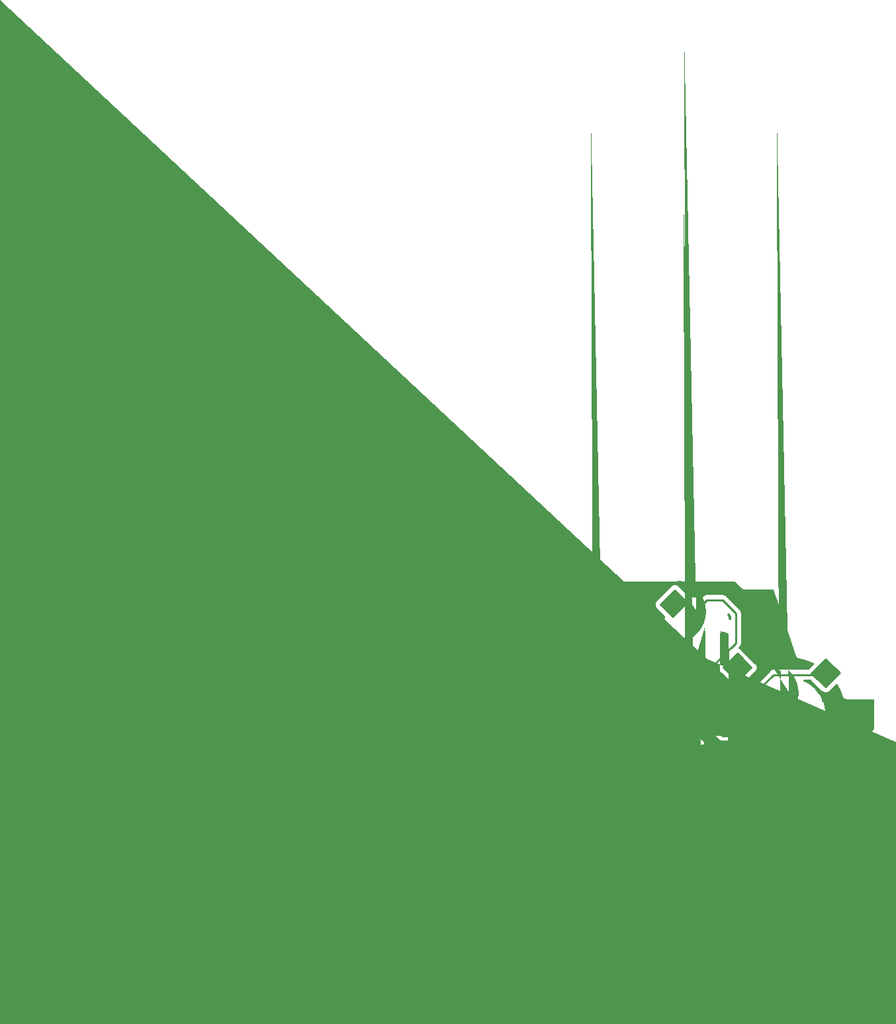
<source format=gbr>
G04 #@! TF.GenerationSoftware,KiCad,Pcbnew,(6.0.7)*
G04 #@! TF.CreationDate,2023-02-04T20:53:32-08:00*
G04 #@! TF.ProjectId,procon_gcc_button_board,70726f63-6f6e-45f6-9763-635f62757474,rev?*
G04 #@! TF.SameCoordinates,Original*
G04 #@! TF.FileFunction,Copper,L1,Top*
G04 #@! TF.FilePolarity,Positive*
%FSLAX46Y46*%
G04 Gerber Fmt 4.6, Leading zero omitted, Abs format (unit mm)*
G04 Created by KiCad (PCBNEW (6.0.7)) date 2023-02-04 20:53:32*
%MOMM*%
%LPD*%
G01*
G04 APERTURE LIST*
G04 Aperture macros list*
%AMFreePoly0*
4,1,94,-2.437851,3.859374,-2.059722,3.811674,-1.687850,3.728203,-1.325609,3.609719,-0.976289,3.457297,-0.643062,3.272321,-0.328952,3.056470,-0.036811,2.811704,0.230709,2.540245,0.471179,2.244558,0.682416,1.927327,0.862502,1.591431,1.009802,1.239921,1.122979,0.875988,1.201006,0.502935,1.243174,0.124149,1.249100,-0.256931,1.218731,-0.636844,1.152342,-1.012143,1.050536,-1.379420,
0.914237,-1.735340,0.744683,-2.076673,0.543413,-2.400320,0.312254,-2.703341,0.137022,-2.892578,0.122664,-2.916073,0.113773,-2.922550,0.107630,-2.931672,0.089992,-2.943367,0.053304,-2.982987,-0.231084,-3.236719,-0.538331,-3.462233,-0.865645,-3.657481,-0.926494,-3.668305,-0.982083,-3.641296,-1.011180,-3.586770,-1.005818,-3.548195,-1.022279,-3.505010,-1.069514,-2.342254,-1.094825,-1.178814,
-1.098203,-0.015104,-1.079646,1.148463,-1.039161,2.311474,-1.017483,2.369351,-1.002175,2.379470,-0.992688,2.668821,-1.001769,2.671080,-1.008371,2.678938,-1.270630,2.825948,-1.554464,2.951650,-1.848844,3.050157,-2.151170,3.120598,-2.458773,3.162352,-2.768937,3.175050,-2.984298,3.163607,-2.931749,2.026597,-2.902965,0.837045,-2.900345,-0.352852,-2.923891,-1.542519,-2.973590,-2.731380,
-2.995762,-2.789070,-3.047609,-2.822709,-3.094743,-2.820219,-3.102556,-2.908294,-3.088714,-2.910616,-3.079929,-2.908875,-3.023821,-2.934789,-2.993661,-2.988734,-3.000969,-3.050104,-3.042954,-3.095458,-3.103579,-3.107471,-3.385767,-3.060125,-3.662161,-2.986111,-3.930247,-2.886103,-3.976756,-2.845400,-3.981089,-2.826340,-3.998011,-2.815324,-4.020095,-2.757600,-4.069443,-1.573363,-4.096049,-0.388396,
-4.099902,0.796862,-4.081000,1.981977,-4.039351,3.166510,-4.017643,3.224376,-3.982845,3.247352,-3.980674,3.524211,-3.995721,3.535392,-4.014189,3.594373,-3.994462,3.652943,-3.944075,3.688732,-3.575349,3.785159,-3.199120,3.846056,-2.818803,3.870869,-2.437851,3.859374,-2.437851,3.859374,$1*%
%AMFreePoly1*
4,1,86,1.004407,3.464258,1.033504,3.409732,1.028142,3.371156,1.044603,3.327970,1.090479,2.208276,1.116026,1.087934,1.121234,-0.032688,1.106100,-1.153220,1.070632,-2.273292,1.049156,-2.331245,0.997719,-2.365505,0.964412,-2.364148,0.953045,-2.818808,0.994891,-2.829681,1.001597,-2.837835,1.266460,-2.989707,1.553755,-3.119779,1.852144,-3.221865,2.158906,-3.295034,2.471248,-3.338621,
2.786323,-3.352227,2.937262,-3.344320,3.006379,-3.334948,2.952757,-2.165877,2.924345,-0.938528,2.923784,0.289150,2.951077,1.516524,3.006208,2.742963,3.025967,2.793842,3.015985,2.811695,3.023293,2.873065,3.065277,2.918419,3.125901,2.930434,3.345690,2.895955,3.562320,2.845284,3.774598,2.778698,3.981359,2.696564,4.027439,2.655378,4.040510,2.594972,4.038580,2.590595,
4.042419,2.580562,4.092455,1.374785,4.118913,0.168260,4.121782,-1.038552,4.101062,-2.245190,4.056761,-3.451191,4.034952,-3.509019,3.991521,-3.537587,3.984433,-3.687455,4.018045,-3.712430,4.036513,-3.771411,4.016786,-3.829981,3.966399,-3.865770,3.597673,-3.962197,3.221444,-4.023094,2.841127,-4.047907,2.460175,-4.036412,2.082046,-3.988712,1.710174,-3.905241,1.347933,-3.786757,
0.998613,-3.634335,0.665386,-3.449359,0.351276,-3.233508,0.059135,-2.988742,-0.208385,-2.717283,-0.448855,-2.421596,-0.660092,-2.104365,-0.840178,-1.768469,-0.987478,-1.416959,-1.100655,-1.053026,-1.178682,-0.679973,-1.220850,-0.301187,-1.226776,0.079893,-1.196407,0.459806,-1.130018,0.835105,-1.028212,1.202382,-0.891913,1.558302,-0.722359,1.899635,-0.521089,2.223282,-0.289930,2.526303,
-0.030980,2.805949,0.253408,3.059681,0.560655,3.285195,0.887969,3.480443,0.948818,3.491267,1.004407,3.464258,1.004407,3.464258,$1*%
%AMFreePoly2*
4,1,55,0.030762,1.344674,0.032265,1.344652,1.710265,0.772652,1.724478,0.762010,1.741045,0.755623,1.748603,0.743948,1.759739,0.735610,1.764983,0.718643,1.774630,0.703741,2.067300,-0.394917,2.087301,-0.438071,2.172819,-0.706944,2.223855,-0.984435,2.220106,-1.003386,2.220106,-1.030902,2.218457,-1.033172,2.218306,-1.035973,2.212163,-1.043536,2.211861,-1.045063,2.208073,-1.048572,
2.200441,-1.057968,2.183779,-1.080902,2.181110,-1.081769,2.179342,-1.083946,2.151962,-1.091240,2.125000,-1.100000,-2.125000,-1.100000,-2.151945,-1.091245,-2.179342,-1.083947,-2.181111,-1.081769,-2.183779,-1.080902,-2.200438,-1.057973,-2.218306,-1.035973,-2.218457,-1.033172,-2.220106,-1.030902,-2.220106,-1.002554,-2.221630,-0.974259,-2.164761,-0.760776,-2.166357,-0.758854,-2.170356,-0.697180,
-2.083630,-0.428695,-2.066656,-0.392499,-1.774630,0.703741,-1.764982,0.718645,-1.759738,0.735610,-1.748603,0.743947,-1.741045,0.755623,-1.724479,0.762010,-1.710265,0.772652,-0.032265,1.344652,-0.030761,1.344674,-0.029532,1.345540,0.000000,1.345116,0.029533,1.345540,0.030762,1.344674,0.030762,1.344674,$1*%
%AMFreePoly3*
4,1,21,-0.146464,0.553536,-0.145000,0.550000,-0.145000,0.355000,0.350000,0.355000,0.353536,0.353536,0.355000,0.350000,0.355000,-0.350000,0.353536,-0.353536,0.350000,-0.355000,-0.145000,-0.355000,-0.145000,-0.550000,-0.146464,-0.553536,-0.150000,-0.555000,-0.350000,-0.555000,-0.353536,-0.553536,-0.355000,-0.550000,-0.355000,0.550000,-0.353536,0.553536,-0.350000,0.555000,-0.150000,0.555000,
-0.146464,0.553536,-0.146464,0.553536,$1*%
G04 Aperture macros list end*
G04 #@! TA.AperFunction,EtchedComponent*
%ADD10C,0.200000*%
G04 #@! TD*
G04 #@! TA.AperFunction,SMDPad,CuDef*
%ADD11FreePoly0,90.000000*%
G04 #@! TD*
G04 #@! TA.AperFunction,SMDPad,CuDef*
%ADD12FreePoly1,90.000000*%
G04 #@! TD*
G04 #@! TA.AperFunction,SMDPad,CuDef*
%ADD13C,4.300000*%
G04 #@! TD*
G04 #@! TA.AperFunction,SMDPad,CuDef*
%ADD14FreePoly2,90.000000*%
G04 #@! TD*
G04 #@! TA.AperFunction,SMDPad,CuDef*
%ADD15FreePoly2,180.000000*%
G04 #@! TD*
G04 #@! TA.AperFunction,SMDPad,CuDef*
%ADD16FreePoly2,0.000000*%
G04 #@! TD*
G04 #@! TA.AperFunction,SMDPad,CuDef*
%ADD17FreePoly2,270.000000*%
G04 #@! TD*
G04 #@! TA.AperFunction,SMDPad,CuDef*
%ADD18FreePoly3,0.000000*%
G04 #@! TD*
G04 #@! TA.AperFunction,SMDPad,CuDef*
%ADD19FreePoly3,180.000000*%
G04 #@! TD*
G04 #@! TA.AperFunction,SMDPad,CuDef*
%ADD20C,1.524000*%
G04 #@! TD*
G04 #@! TA.AperFunction,ViaPad*
%ADD21C,0.800000*%
G04 #@! TD*
G04 #@! TA.AperFunction,Conductor*
%ADD22C,0.250000*%
G04 #@! TD*
G04 APERTURE END LIST*
D10*
X169589000Y-56924000D02*
X171914000Y-56924000D01*
X171914000Y-56924000D02*
X171914000Y-54274000D01*
X171914000Y-54274000D02*
X169589000Y-54274000D01*
X169589000Y-54274000D02*
X169589000Y-56924000D01*
G36*
X169589000Y-56924000D02*
G01*
X171914000Y-56924000D01*
X171914000Y-54274000D01*
X169589000Y-54274000D01*
X169589000Y-56924000D01*
G37*
X160514000Y-54274000D02*
X157914000Y-54274000D01*
X157914000Y-54274000D02*
X157914000Y-56849000D01*
X157914000Y-56849000D02*
X160514000Y-56849000D01*
X160514000Y-56849000D02*
X160514000Y-54274000D01*
G36*
X160514000Y-54274000D02*
G01*
X157914000Y-54274000D01*
X157914000Y-56849000D01*
X160514000Y-56849000D01*
X160514000Y-54274000D01*
G37*
X164862525Y-30496230D02*
X162988692Y-32370063D01*
X162988692Y-32370063D02*
X161344669Y-30726040D01*
X161344669Y-30726040D02*
X163218502Y-28852207D01*
X163218502Y-28852207D02*
X164862525Y-30496230D01*
G36*
X164862525Y-30496230D02*
G01*
X162988692Y-32370063D01*
X161344669Y-30726040D01*
X163218502Y-28852207D01*
X164862525Y-30496230D01*
G37*
X169405686Y-38787057D02*
X171226486Y-36966257D01*
X171226486Y-36966257D02*
X173064964Y-38804735D01*
X173064964Y-38804735D02*
X171244164Y-40625535D01*
X171244164Y-40625535D02*
X169405686Y-38787057D01*
G36*
X169405686Y-38787057D02*
G01*
X171226486Y-36966257D01*
X173064964Y-38804735D01*
X171244164Y-40625535D01*
X169405686Y-38787057D01*
G37*
X153334000Y-50224000D02*
X155909000Y-50224000D01*
X155909000Y-50224000D02*
X155909000Y-52824000D01*
X155909000Y-52824000D02*
X153334000Y-52824000D01*
X153334000Y-52824000D02*
X153334000Y-50224000D01*
G36*
X153334000Y-50224000D02*
G01*
X155909000Y-50224000D01*
X155909000Y-52824000D01*
X153334000Y-52824000D01*
X153334000Y-50224000D01*
G37*
X155984000Y-41149000D02*
X153334000Y-41149000D01*
X153334000Y-41149000D02*
X153334000Y-38824000D01*
X153334000Y-38824000D02*
X155984000Y-38824000D01*
X155984000Y-38824000D02*
X155984000Y-41149000D01*
G36*
X155984000Y-41149000D02*
G01*
X153334000Y-41149000D01*
X153334000Y-38824000D01*
X155984000Y-38824000D01*
X155984000Y-41149000D01*
G37*
X182507057Y-41342314D02*
X180686257Y-39521514D01*
X180686257Y-39521514D02*
X182524735Y-37683036D01*
X182524735Y-37683036D02*
X184345535Y-39503836D01*
X184345535Y-39503836D02*
X182507057Y-41342314D01*
G36*
X182507057Y-41342314D02*
G01*
X180686257Y-39521514D01*
X182524735Y-37683036D01*
X184345535Y-39503836D01*
X182507057Y-41342314D01*
G37*
X174357651Y-46274384D02*
X175966319Y-47883052D01*
X175966319Y-47883052D02*
X174446040Y-49403331D01*
X174446040Y-49403331D02*
X172837372Y-47794663D01*
X172837372Y-47794663D02*
X174357651Y-46274384D01*
G36*
X174357651Y-46274384D02*
G01*
X175966319Y-47883052D01*
X174446040Y-49403331D01*
X172837372Y-47794663D01*
X174357651Y-46274384D01*
G37*
D11*
X177799320Y-41965900D03*
X165879320Y-52335900D03*
X153979320Y-41945900D03*
X165909320Y-31555900D03*
D12*
X177879320Y-47485900D03*
X154059320Y-47465900D03*
X165959320Y-57855900D03*
X165989320Y-37075900D03*
D13*
X102405180Y-65211960D03*
D14*
X101155180Y-56231960D03*
D15*
X111380180Y-66461960D03*
D14*
X101155180Y-74231960D03*
D15*
X93380180Y-66461960D03*
D16*
X111390180Y-63961960D03*
D17*
X103655180Y-56241960D03*
X103655180Y-74241960D03*
D16*
X93390180Y-63961960D03*
D18*
X142384860Y-31160720D03*
D19*
X146834860Y-31160720D03*
D18*
X142384860Y-34660720D03*
D19*
X146834860Y-34660720D03*
D18*
X112234000Y-42804000D03*
D19*
X116684000Y-42804000D03*
D18*
X112234000Y-46304000D03*
D19*
X116684000Y-46304000D03*
D18*
X104504000Y-31124000D03*
D19*
X108954000Y-31124000D03*
D18*
X104504000Y-34624000D03*
D19*
X108954000Y-34624000D03*
D20*
X170854000Y-55574000D03*
X159229000Y-55599000D03*
X163013441Y-30556334D03*
X171251235Y-38758773D03*
X154634000Y-39884000D03*
X154659000Y-51509000D03*
D18*
X134494000Y-41994000D03*
D19*
X138944000Y-41994000D03*
D18*
X134494000Y-45494000D03*
D19*
X138944000Y-45494000D03*
D20*
X174276334Y-47734559D03*
X182478773Y-39496765D03*
D21*
X103764000Y-58664000D03*
X125818900Y-47828900D03*
X96384000Y-63284000D03*
X118344000Y-40354000D03*
X123153000Y-74910000D03*
X108414000Y-76534000D03*
X108284000Y-64974000D03*
X111234000Y-31164000D03*
X106405180Y-65211960D03*
X98405180Y-65211960D03*
X101901223Y-70741223D03*
X102405180Y-69211960D03*
X102405180Y-61211960D03*
X119364000Y-72024000D03*
X128803000Y-74910000D03*
X117428000Y-74985000D03*
X117134000Y-77643999D03*
X125978000Y-74935000D03*
X125604000Y-78364000D03*
X119594000Y-79094000D03*
X120253000Y-74960000D03*
X136824000Y-43584000D03*
X145298417Y-47169583D03*
X106504000Y-32734000D03*
X140463417Y-42334583D03*
X144526000Y-32766000D03*
X162009320Y-44665900D03*
X149284000Y-45574000D03*
X166044000Y-40594000D03*
X166009320Y-48665900D03*
X159194000Y-55544000D03*
X102994000Y-49454000D03*
X170009320Y-44665900D03*
X106262222Y-51042222D03*
X116894000Y-70704000D03*
X116094000Y-43764000D03*
D22*
X141231070Y-42076930D02*
X146620040Y-47465900D01*
X169325900Y-47485900D02*
X164794111Y-42954111D01*
X103655180Y-74241960D02*
X106121960Y-74241960D01*
X116684000Y-42014000D02*
X118344000Y-40354000D01*
X110115990Y-32285990D02*
X114902010Y-32285990D01*
X103655180Y-56241960D02*
X103655180Y-58555180D01*
X169114000Y-42474000D02*
X168994000Y-42594000D01*
X108954000Y-31124000D02*
X110115990Y-32285990D01*
X111194000Y-31124000D02*
X111234000Y-31164000D01*
X109296040Y-63961960D02*
X108284000Y-64974000D01*
X154059320Y-47465900D02*
X160282322Y-47465900D01*
X154694000Y-48234000D02*
X155184000Y-48234000D01*
X95706040Y-63961960D02*
X96384000Y-63284000D01*
X125818900Y-47828900D02*
X120824000Y-42834000D01*
X144201000Y-32041000D02*
X145954580Y-32041000D01*
X114902010Y-32285990D02*
X114025990Y-32285990D01*
X145954580Y-32041000D02*
X146834860Y-31160720D01*
X106121960Y-74241960D02*
X108414000Y-76534000D01*
X93390180Y-63961960D02*
X95706040Y-63961960D01*
X164794111Y-42954111D02*
X168633889Y-42954111D01*
X164794111Y-42954111D02*
X164921623Y-42826599D01*
X146834860Y-31183140D02*
X146834000Y-31184000D01*
X160282322Y-47465900D02*
X164794111Y-42954111D01*
X108954000Y-31124000D02*
X111194000Y-31124000D01*
X139086000Y-32286000D02*
X143980695Y-32286000D01*
X103655180Y-58555180D02*
X103764000Y-58664000D01*
X139328418Y-41609582D02*
X140763722Y-41609582D01*
X146834860Y-31160720D02*
X146834860Y-31183140D01*
X120824000Y-42834000D02*
X118344000Y-40354000D01*
X155884000Y-50484000D02*
X154844000Y-51524000D01*
X172594000Y-38994000D02*
X169114000Y-42474000D01*
X103655180Y-74241960D02*
X103655180Y-74315180D01*
X163237671Y-57855900D02*
X165959320Y-57855900D01*
X165989320Y-37075900D02*
X152750040Y-37075900D01*
X103655180Y-56241960D02*
X103655180Y-56255180D01*
X168866536Y-57855900D02*
X177879320Y-48843116D01*
X165959320Y-57855900D02*
X168866536Y-57855900D01*
X111390180Y-63961960D02*
X109296040Y-63961960D01*
X103655180Y-56255180D02*
X103764000Y-56364000D01*
X152750040Y-37075900D02*
X146834860Y-31160720D01*
X119904000Y-41914000D02*
X120824000Y-42834000D01*
X146620040Y-47465900D02*
X154059320Y-47465900D01*
X116684000Y-42804000D02*
X116684000Y-42014000D01*
X155184000Y-48234000D02*
X161384000Y-54434000D01*
X103655180Y-74315180D02*
X103674000Y-74334000D01*
X165994000Y-59599000D02*
X163349000Y-59599000D01*
X164921623Y-42826599D02*
X164921623Y-38143597D01*
X168633889Y-42954111D02*
X169114000Y-42474000D01*
X144201000Y-32065695D02*
X144201000Y-32041000D01*
X155884000Y-48864000D02*
X155884000Y-50484000D01*
X161384000Y-54434000D02*
X161384000Y-56002940D01*
X143980695Y-32286000D02*
X144201000Y-32065695D01*
X165994000Y-58209000D02*
X165994000Y-59599000D01*
X140763722Y-41609582D02*
X141231070Y-42076930D01*
X138944000Y-41994000D02*
X139328418Y-41609582D01*
X164921623Y-38143597D02*
X165989320Y-37075900D01*
X177879320Y-48843116D02*
X177879320Y-47485900D01*
X139085990Y-32285990D02*
X139086000Y-32286000D01*
X177879320Y-47485900D02*
X169325900Y-47485900D01*
X139085990Y-32285990D02*
X114902010Y-32285990D01*
X163349000Y-59599000D02*
X161384000Y-57634000D01*
X161384000Y-57634000D02*
X161384000Y-54434000D01*
X107655180Y-66461960D02*
X106405180Y-65211960D01*
X111380180Y-66461960D02*
X107655180Y-66461960D01*
X98405180Y-67245180D02*
X98405180Y-65211960D01*
X101901223Y-70741223D02*
X98405180Y-67245180D01*
X93380180Y-66461960D02*
X97155180Y-66461960D01*
X97155180Y-66461960D02*
X98405180Y-65211960D01*
X102626224Y-69433004D02*
X102405180Y-69211960D01*
X101155180Y-74231960D02*
X101155180Y-72560268D01*
X101155180Y-72560268D02*
X102626224Y-71089224D01*
X102626224Y-71089224D02*
X102626224Y-69433004D01*
X101155180Y-59961960D02*
X102405180Y-61211960D01*
X101155180Y-56231960D02*
X101155180Y-59961960D01*
X125917000Y-72024000D02*
X119364000Y-72024000D01*
X128803000Y-74910000D02*
X125917000Y-72024000D01*
X117134000Y-77643999D02*
X117428000Y-77349999D01*
X117428000Y-77349999D02*
X117428000Y-74985000D01*
X125604000Y-78364000D02*
X125604000Y-75309000D01*
X125604000Y-75309000D02*
X125978000Y-74935000D01*
X119594000Y-79094000D02*
X120253000Y-78435000D01*
X120253000Y-78435000D02*
X120253000Y-74960000D01*
X146834860Y-34660720D02*
X146420720Y-34660720D01*
X145294000Y-46776270D02*
X140852313Y-42334583D01*
X140463417Y-42334583D02*
X139214000Y-43584000D01*
X139214000Y-43584000D02*
X136824000Y-43584000D01*
X108394000Y-34624000D02*
X106504000Y-32734000D01*
X144526000Y-32766000D02*
X144496000Y-32736000D01*
X145294000Y-47165166D02*
X145294000Y-46776270D01*
X146420720Y-34660720D02*
X144526000Y-32766000D01*
X110842000Y-32736000D02*
X111042000Y-32736000D01*
X140852313Y-42334583D02*
X140463417Y-42334583D01*
X108954000Y-34624000D02*
X110842000Y-32736000D01*
X138944000Y-45494000D02*
X138944000Y-43854000D01*
X138944000Y-43854000D02*
X139214000Y-43584000D01*
X144496000Y-32736000D02*
X111042000Y-32736000D01*
X106506000Y-32736000D02*
X106504000Y-32734000D01*
X145298417Y-47169583D02*
X145294000Y-47165166D01*
X108954000Y-34624000D02*
X108394000Y-34624000D01*
X144396000Y-32766000D02*
X144526000Y-32766000D01*
X149284000Y-45574000D02*
X149284000Y-45008315D01*
X152346415Y-41945900D02*
X153979320Y-41945900D01*
X149284000Y-45008315D02*
X152346415Y-41945900D01*
X153979320Y-41945900D02*
X159289320Y-41945900D01*
X159289320Y-41945900D02*
X162009320Y-44665900D01*
X166044000Y-40594000D02*
X171014000Y-35624000D01*
X171014000Y-31864000D02*
X169294000Y-30144000D01*
X169294000Y-30144000D02*
X167321220Y-30144000D01*
X171014000Y-35624000D02*
X171014000Y-31864000D01*
X167321220Y-30144000D02*
X165909320Y-31555900D01*
X165879320Y-52335900D02*
X165879320Y-48795900D01*
X165879320Y-48795900D02*
X166009320Y-48665900D01*
X173575900Y-41965900D02*
X172709320Y-41965900D01*
X102994000Y-49454000D02*
X104674000Y-49454000D01*
X104674000Y-49454000D02*
X106262222Y-51042222D01*
X177799320Y-41965900D02*
X173575900Y-41965900D01*
X182335654Y-39694000D02*
X175847800Y-39694000D01*
X175847800Y-39694000D02*
X173575900Y-41965900D01*
X172709320Y-41965900D02*
X170009320Y-44665900D01*
X116684000Y-46034000D02*
X116094000Y-45444000D01*
X116094000Y-69904000D02*
X116894000Y-70704000D01*
X116684000Y-46304000D02*
X116684000Y-46034000D01*
X116094000Y-45444000D02*
X116094000Y-69904000D01*
X116894000Y-70704000D02*
X116274000Y-70084000D01*
X116094000Y-43764000D02*
X116094000Y-45444000D01*
G04 #@! TA.AperFunction,NonConductor*
G36*
X170139262Y-31885166D02*
G01*
X170343595Y-32089499D01*
X170377621Y-32151811D01*
X170380500Y-32178594D01*
X170380500Y-32590376D01*
X170360498Y-32658497D01*
X170306842Y-32704990D01*
X170236568Y-32715094D01*
X170168313Y-32682288D01*
X170158474Y-32673062D01*
X170130891Y-32647197D01*
X170094883Y-32586011D01*
X170092036Y-32544451D01*
X170093371Y-32539272D01*
X170088511Y-32393130D01*
X170077130Y-32329150D01*
X170071171Y-32300430D01*
X170017485Y-32164420D01*
X170011948Y-32157309D01*
X170010500Y-32154772D01*
X170010424Y-32154602D01*
X170010870Y-32154336D01*
X169941957Y-32038810D01*
X169924237Y-31970060D01*
X169946499Y-31902644D01*
X170001675Y-31857966D01*
X170072247Y-31850211D01*
X170139262Y-31885166D01*
G37*
G04 #@! TD.AperFunction*
G04 #@! TA.AperFunction,NonConductor*
G36*
X166716030Y-38790966D02*
G01*
X166768174Y-38839148D01*
X166785991Y-38907873D01*
X166763824Y-38975320D01*
X166749150Y-38992945D01*
X166093500Y-39648595D01*
X166031188Y-39682621D01*
X166004405Y-39685500D01*
X165948513Y-39685500D01*
X165942061Y-39686872D01*
X165942056Y-39686872D01*
X165855113Y-39705353D01*
X165761712Y-39725206D01*
X165755682Y-39727891D01*
X165755681Y-39727891D01*
X165732372Y-39738269D01*
X165662005Y-39747703D01*
X165597708Y-39717597D01*
X165559894Y-39657508D01*
X165555123Y-39623162D01*
X165555123Y-38930741D01*
X165575125Y-38862620D01*
X165628781Y-38816127D01*
X165691163Y-38805142D01*
X165866817Y-38819183D01*
X165866826Y-38819184D01*
X165868346Y-38819305D01*
X165917270Y-38820877D01*
X165918760Y-38820854D01*
X165918780Y-38820854D01*
X166124614Y-38817653D01*
X166298781Y-38814944D01*
X166314782Y-38813931D01*
X166346119Y-38811948D01*
X166346129Y-38811947D01*
X166347632Y-38811852D01*
X166505594Y-38794267D01*
X166646114Y-38778624D01*
X166716030Y-38790966D01*
G37*
G04 #@! TD.AperFunction*
G04 #@! TA.AperFunction,NonConductor*
G36*
X168746777Y-38891293D02*
G01*
X168803613Y-38933840D01*
X168819152Y-38961128D01*
X168845027Y-39023595D01*
X168866538Y-39075526D01*
X168874162Y-39093933D01*
X168879188Y-39100482D01*
X168879188Y-39100483D01*
X168905251Y-39134448D01*
X168951768Y-39195069D01*
X168971699Y-39221044D01*
X168978245Y-39226067D01*
X168978248Y-39226070D01*
X168997065Y-39240509D01*
X169009456Y-39251376D01*
X170135993Y-40377913D01*
X170170019Y-40440225D01*
X170164954Y-40511040D01*
X170135993Y-40556103D01*
X169424140Y-41267955D01*
X168408389Y-42283706D01*
X168346077Y-42317732D01*
X168319294Y-42320611D01*
X165681123Y-42320611D01*
X165613002Y-42300609D01*
X165566509Y-42246953D01*
X165555123Y-42194611D01*
X165555123Y-41564838D01*
X165575125Y-41496717D01*
X165628781Y-41450224D01*
X165699055Y-41440120D01*
X165732372Y-41449731D01*
X165749422Y-41457322D01*
X165761712Y-41462794D01*
X165847642Y-41481059D01*
X165942056Y-41501128D01*
X165942061Y-41501128D01*
X165948513Y-41502500D01*
X166139487Y-41502500D01*
X166145939Y-41501128D01*
X166145944Y-41501128D01*
X166240358Y-41481059D01*
X166326288Y-41462794D01*
X166333810Y-41459445D01*
X166494722Y-41387803D01*
X166494724Y-41387802D01*
X166500752Y-41385118D01*
X166511004Y-41377670D01*
X166560909Y-41341411D01*
X166655253Y-41272866D01*
X166678765Y-41246753D01*
X166778621Y-41135852D01*
X166778622Y-41135851D01*
X166783040Y-41130944D01*
X166864732Y-40989450D01*
X166875223Y-40971279D01*
X166875224Y-40971278D01*
X166878527Y-40965556D01*
X166937542Y-40783928D01*
X166954907Y-40618706D01*
X166981920Y-40553050D01*
X166991122Y-40542782D01*
X168613650Y-38920254D01*
X168675962Y-38886228D01*
X168746777Y-38891293D01*
G37*
G04 #@! TD.AperFunction*
G04 #@! TA.AperFunction,NonConductor*
G36*
X159042847Y-42599402D02*
G01*
X159063821Y-42616305D01*
X161062198Y-44614683D01*
X161096224Y-44676995D01*
X161098413Y-44690608D01*
X161114869Y-44847175D01*
X161115778Y-44855828D01*
X161174793Y-45037456D01*
X161178096Y-45043178D01*
X161178097Y-45043179D01*
X161209130Y-45096929D01*
X161270280Y-45202844D01*
X161274698Y-45207751D01*
X161274699Y-45207752D01*
X161369933Y-45313520D01*
X161400651Y-45377527D01*
X161391886Y-45447981D01*
X161365392Y-45486925D01*
X160056822Y-46795495D01*
X159994510Y-46829521D01*
X159967727Y-46832400D01*
X158292241Y-46832400D01*
X158224120Y-46812398D01*
X158177627Y-46758742D01*
X158167523Y-46688468D01*
X158176756Y-46656009D01*
X158217458Y-46562729D01*
X158321173Y-46325035D01*
X158338589Y-46279290D01*
X158349996Y-46244415D01*
X158456749Y-45918043D01*
X158456752Y-45918034D01*
X158457208Y-45916639D01*
X158464297Y-45890872D01*
X158469799Y-45870872D01*
X158469803Y-45870857D01*
X158470192Y-45869442D01*
X158514473Y-45672164D01*
X158553427Y-45498619D01*
X158553430Y-45498603D01*
X158553757Y-45497147D01*
X158558692Y-45468931D01*
X158561931Y-45450414D01*
X158561933Y-45450399D01*
X158562190Y-45448931D01*
X158584190Y-45274535D01*
X158609754Y-45071883D01*
X158609755Y-45071868D01*
X158609944Y-45070374D01*
X158613749Y-45021572D01*
X158621451Y-44766314D01*
X158625213Y-44641655D01*
X158625213Y-44641643D01*
X158625257Y-44640187D01*
X158624811Y-44614682D01*
X158624427Y-44592715D01*
X158624426Y-44592702D01*
X158624401Y-44591247D01*
X158599560Y-44210499D01*
X158594050Y-44161861D01*
X158533084Y-43785205D01*
X158532029Y-43780206D01*
X158523283Y-43738794D01*
X158523283Y-43738793D01*
X158522970Y-43737312D01*
X158426991Y-43370300D01*
X158426495Y-43370430D01*
X158420132Y-43353791D01*
X158419709Y-43351583D01*
X158415675Y-43330518D01*
X158348828Y-43200470D01*
X158346224Y-43196804D01*
X158346221Y-43196799D01*
X158311703Y-43148203D01*
X158311694Y-43148191D01*
X158311197Y-43147491D01*
X158293531Y-43124067D01*
X158200891Y-43037197D01*
X158164883Y-42976011D01*
X158162036Y-42934451D01*
X158163371Y-42929272D01*
X158159872Y-42824044D01*
X158158661Y-42787626D01*
X158158660Y-42787619D01*
X158158511Y-42783130D01*
X158157724Y-42778708D01*
X158157723Y-42778695D01*
X158148610Y-42727468D01*
X158156372Y-42656897D01*
X158201055Y-42601725D01*
X158272662Y-42579400D01*
X158974726Y-42579400D01*
X159042847Y-42599402D01*
G37*
G04 #@! TD.AperFunction*
G04 #@! TA.AperFunction,NonConductor*
G36*
X164838143Y-43910149D02*
G01*
X164883206Y-43939110D01*
X168822243Y-47878147D01*
X168829787Y-47886437D01*
X168833900Y-47892918D01*
X168839677Y-47898343D01*
X168883567Y-47939558D01*
X168886409Y-47942313D01*
X168906130Y-47962034D01*
X168909325Y-47964512D01*
X168918347Y-47972218D01*
X168950579Y-48002486D01*
X168957528Y-48006306D01*
X168968332Y-48012246D01*
X168984856Y-48023099D01*
X169000859Y-48035513D01*
X169041443Y-48053076D01*
X169052073Y-48058283D01*
X169090840Y-48079595D01*
X169098517Y-48081566D01*
X169098522Y-48081568D01*
X169110458Y-48084632D01*
X169129166Y-48091037D01*
X169147755Y-48099081D01*
X169155580Y-48100320D01*
X169155582Y-48100321D01*
X169191419Y-48105997D01*
X169203040Y-48108404D01*
X169238189Y-48117428D01*
X169245870Y-48119400D01*
X169266131Y-48119400D01*
X169285840Y-48120951D01*
X169305843Y-48124119D01*
X169313735Y-48123373D01*
X169318962Y-48122879D01*
X169349854Y-48119959D01*
X169361711Y-48119400D01*
X172257417Y-48119400D01*
X172325538Y-48139402D01*
X172357378Y-48168694D01*
X172376723Y-48193904D01*
X172376725Y-48193906D01*
X172403385Y-48228650D01*
X172409931Y-48233673D01*
X172409934Y-48233676D01*
X172428751Y-48248115D01*
X172441142Y-48258982D01*
X173981721Y-49799561D01*
X173992588Y-49811952D01*
X174007027Y-49830769D01*
X174007030Y-49830772D01*
X174012053Y-49837318D01*
X174018599Y-49842341D01*
X174043966Y-49861806D01*
X174043968Y-49861808D01*
X174071866Y-49883215D01*
X174125998Y-49924752D01*
X174139164Y-49934855D01*
X174287189Y-49996169D01*
X174295376Y-49997247D01*
X174295377Y-49997247D01*
X174437851Y-50016003D01*
X174446040Y-50017081D01*
X174454229Y-50016003D01*
X174596703Y-49997247D01*
X174596704Y-49997247D01*
X174604891Y-49996169D01*
X174752916Y-49934855D01*
X174766083Y-49924752D01*
X174848112Y-49861808D01*
X174848114Y-49861806D01*
X174873481Y-49842341D01*
X174880027Y-49837318D01*
X174885050Y-49830772D01*
X174885053Y-49830769D01*
X174899492Y-49811952D01*
X174910359Y-49799561D01*
X175877761Y-48832159D01*
X175940073Y-48798133D01*
X176010888Y-48803198D01*
X176022909Y-48808409D01*
X176039250Y-48816526D01*
X176088755Y-48841117D01*
X176090649Y-48842058D01*
X176135474Y-48861721D01*
X176491798Y-48998175D01*
X176538293Y-49013483D01*
X176539715Y-49013877D01*
X176539731Y-49013882D01*
X176545185Y-49015394D01*
X176605487Y-49052867D01*
X176635957Y-49116993D01*
X176626921Y-49187412D01*
X176600621Y-49225910D01*
X172180603Y-53645928D01*
X172118291Y-53679954D01*
X172073151Y-53678877D01*
X172072850Y-53681162D01*
X171922188Y-53661327D01*
X171914000Y-53660249D01*
X171905812Y-53661327D01*
X171882303Y-53664422D01*
X171865857Y-53665500D01*
X170364299Y-53665500D01*
X170296178Y-53645498D01*
X170253294Y-53598267D01*
X170253219Y-53598313D01*
X170252983Y-53597924D01*
X170252238Y-53597104D01*
X170248828Y-53590470D01*
X170246224Y-53586804D01*
X170246221Y-53586799D01*
X170211703Y-53538203D01*
X170211694Y-53538191D01*
X170211197Y-53537491D01*
X170201053Y-53524041D01*
X170196779Y-53518373D01*
X170196776Y-53518370D01*
X170193531Y-53514067D01*
X170100891Y-53427197D01*
X170064883Y-53366011D01*
X170062036Y-53324451D01*
X170063371Y-53319272D01*
X170058511Y-53173130D01*
X170047130Y-53109150D01*
X170046493Y-53106076D01*
X170042269Y-53085721D01*
X170042268Y-53085719D01*
X170041171Y-53080430D01*
X169987485Y-52944420D01*
X169981948Y-52937309D01*
X169980500Y-52934772D01*
X169980424Y-52934602D01*
X169980870Y-52934336D01*
X169786529Y-52608543D01*
X169759479Y-52567749D01*
X169533710Y-52260154D01*
X169502898Y-52222117D01*
X169422621Y-52132140D01*
X169249880Y-51938529D01*
X169249879Y-51938528D01*
X169248878Y-51937406D01*
X169214591Y-51902478D01*
X169190944Y-51880581D01*
X169188113Y-51877845D01*
X169184397Y-51873279D01*
X169179631Y-51869335D01*
X169179629Y-51869333D01*
X169174512Y-51865099D01*
X169169238Y-51860481D01*
X169161649Y-51853454D01*
X169163730Y-51851207D01*
X169163570Y-51851059D01*
X169161147Y-51853988D01*
X169161120Y-51854017D01*
X169149507Y-51844406D01*
X169139095Y-51833107D01*
X169139363Y-51832818D01*
X169135724Y-51829449D01*
X169135721Y-51829445D01*
X168977423Y-51682863D01*
X168934626Y-51643233D01*
X168897166Y-51611724D01*
X168895992Y-51610828D01*
X168895979Y-51610818D01*
X168594999Y-51381217D01*
X168593801Y-51380303D01*
X168553514Y-51352503D01*
X168415028Y-51266381D01*
X168230761Y-51151788D01*
X168230755Y-51151784D01*
X168229500Y-51151004D01*
X168186748Y-51127164D01*
X167845029Y-50957418D01*
X167800204Y-50937755D01*
X167443880Y-50801301D01*
X167397385Y-50785993D01*
X167395980Y-50785604D01*
X167395965Y-50785599D01*
X167031121Y-50684468D01*
X167031106Y-50684464D01*
X167029691Y-50684072D01*
X167028243Y-50683744D01*
X167028231Y-50683741D01*
X166998252Y-50676951D01*
X166981952Y-50673259D01*
X166980514Y-50673005D01*
X166980501Y-50673002D01*
X166715727Y-50626165D01*
X166616872Y-50608678D01*
X166553277Y-50577115D01*
X166516841Y-50516181D01*
X166512820Y-50484604D01*
X166512820Y-49487253D01*
X166532822Y-49419132D01*
X166564759Y-49385317D01*
X166615229Y-49348649D01*
X166615231Y-49348647D01*
X166620573Y-49344766D01*
X166697110Y-49259763D01*
X166743941Y-49207752D01*
X166743942Y-49207751D01*
X166748360Y-49202844D01*
X166813802Y-49089495D01*
X166840543Y-49043179D01*
X166840544Y-49043178D01*
X166843847Y-49037456D01*
X166902862Y-48855828D01*
X166904440Y-48840819D01*
X166922134Y-48672465D01*
X166922824Y-48665900D01*
X166913442Y-48576635D01*
X166903552Y-48482535D01*
X166903552Y-48482533D01*
X166902862Y-48475972D01*
X166843847Y-48294344D01*
X166748360Y-48128956D01*
X166723731Y-48101602D01*
X166624995Y-47991945D01*
X166624994Y-47991944D01*
X166620573Y-47987034D01*
X166466072Y-47874782D01*
X166460044Y-47872098D01*
X166460042Y-47872097D01*
X166297639Y-47799791D01*
X166297638Y-47799791D01*
X166291608Y-47797106D01*
X166198208Y-47777253D01*
X166111264Y-47758772D01*
X166111259Y-47758772D01*
X166104807Y-47757400D01*
X165913833Y-47757400D01*
X165907381Y-47758772D01*
X165907376Y-47758772D01*
X165820432Y-47777253D01*
X165727032Y-47797106D01*
X165721002Y-47799791D01*
X165721001Y-47799791D01*
X165558598Y-47872097D01*
X165558596Y-47872098D01*
X165552568Y-47874782D01*
X165398067Y-47987034D01*
X165393646Y-47991944D01*
X165393645Y-47991945D01*
X165294910Y-48101602D01*
X165270280Y-48128956D01*
X165174793Y-48294344D01*
X165115778Y-48475972D01*
X165115088Y-48482533D01*
X165115088Y-48482535D01*
X165105198Y-48576635D01*
X165095816Y-48665900D01*
X165096506Y-48672465D01*
X165114201Y-48840819D01*
X165115778Y-48855828D01*
X165174793Y-49037456D01*
X165178096Y-49043178D01*
X165178097Y-49043179D01*
X165183749Y-49052968D01*
X165219924Y-49115624D01*
X165228939Y-49131239D01*
X165245820Y-49194239D01*
X165245820Y-50530355D01*
X165225818Y-50598476D01*
X165172162Y-50644969D01*
X165145616Y-50653686D01*
X164998445Y-50684468D01*
X164897019Y-50705682D01*
X164849638Y-50717975D01*
X164485292Y-50831281D01*
X164483906Y-50831786D01*
X164483890Y-50831791D01*
X164464409Y-50838884D01*
X164439298Y-50848026D01*
X164437910Y-50848608D01*
X164437904Y-50848610D01*
X164088780Y-50994910D01*
X164087389Y-50995493D01*
X164043195Y-51016541D01*
X163706919Y-51196831D01*
X163664930Y-51221989D01*
X163663659Y-51222835D01*
X163663650Y-51222841D01*
X163649670Y-51232150D01*
X163347339Y-51433466D01*
X163307936Y-51462505D01*
X163306770Y-51463453D01*
X163306760Y-51463461D01*
X163225096Y-51529875D01*
X163011913Y-51703247D01*
X162975451Y-51735906D01*
X162703685Y-52003729D01*
X162670498Y-52039709D01*
X162425454Y-52332182D01*
X162395841Y-52371157D01*
X162179746Y-52685623D01*
X162166861Y-52706432D01*
X162154769Y-52725960D01*
X162154759Y-52725977D01*
X162153977Y-52727240D01*
X161968791Y-53060845D01*
X161968124Y-53062194D01*
X161968121Y-53062200D01*
X161959110Y-53080430D01*
X161947100Y-53104725D01*
X161946518Y-53106058D01*
X161946510Y-53106076D01*
X161883084Y-53251436D01*
X161794505Y-53454441D01*
X161777089Y-53500186D01*
X161776628Y-53501595D01*
X161776626Y-53501601D01*
X161734641Y-53629961D01*
X161694452Y-53688488D01*
X161629001Y-53715997D01*
X161559069Y-53703753D01*
X161525789Y-53679885D01*
X159068746Y-51222841D01*
X156531060Y-48685155D01*
X156497034Y-48622843D01*
X156502099Y-48552028D01*
X156550318Y-48491185D01*
X156768339Y-48346010D01*
X156807742Y-48316971D01*
X156818942Y-48307863D01*
X157040541Y-48127646D01*
X157106011Y-48100183D01*
X157120040Y-48099400D01*
X160203555Y-48099400D01*
X160214738Y-48099927D01*
X160222231Y-48101602D01*
X160230157Y-48101353D01*
X160230158Y-48101353D01*
X160290308Y-48099462D01*
X160294267Y-48099400D01*
X160322178Y-48099400D01*
X160326113Y-48098903D01*
X160326178Y-48098895D01*
X160338015Y-48097962D01*
X160370273Y-48096948D01*
X160374292Y-48096822D01*
X160382211Y-48096573D01*
X160401665Y-48090921D01*
X160421022Y-48086913D01*
X160433252Y-48085368D01*
X160433253Y-48085368D01*
X160441119Y-48084374D01*
X160448490Y-48081455D01*
X160448492Y-48081455D01*
X160482234Y-48068096D01*
X160493464Y-48064251D01*
X160528305Y-48054129D01*
X160528306Y-48054129D01*
X160535915Y-48051918D01*
X160542734Y-48047885D01*
X160542739Y-48047883D01*
X160553350Y-48041607D01*
X160571098Y-48032912D01*
X160589939Y-48025452D01*
X160610309Y-48010653D01*
X160625709Y-47999464D01*
X160635629Y-47992948D01*
X160666857Y-47974480D01*
X160666860Y-47974478D01*
X160673684Y-47970442D01*
X160688005Y-47956121D01*
X160703039Y-47943280D01*
X160708162Y-47939558D01*
X160719429Y-47931372D01*
X160747620Y-47897295D01*
X160755610Y-47888516D01*
X164705016Y-43939110D01*
X164767328Y-43905084D01*
X164838143Y-43910149D01*
G37*
G04 #@! TD.AperFunction*
G04 #@! TA.AperFunction,NonConductor*
G36*
X156726012Y-50672370D02*
G01*
X156732595Y-50678499D01*
X159504500Y-53450405D01*
X159538526Y-53512717D01*
X159533461Y-53583533D01*
X159490914Y-53640368D01*
X159424394Y-53665179D01*
X159415405Y-53665500D01*
X157962143Y-53665500D01*
X157945697Y-53664422D01*
X157922188Y-53661327D01*
X157914000Y-53660249D01*
X157876553Y-53665179D01*
X157806262Y-53674433D01*
X157764326Y-53679954D01*
X157755150Y-53681162D01*
X157607125Y-53742476D01*
X157543569Y-53791244D01*
X157486566Y-53834984D01*
X157486563Y-53834987D01*
X157480013Y-53840013D01*
X157474987Y-53846563D01*
X157474986Y-53846564D01*
X157387823Y-53960156D01*
X157382476Y-53967124D01*
X157379317Y-53974750D01*
X157379316Y-53974752D01*
X157329317Y-54095463D01*
X157321162Y-54115150D01*
X157320084Y-54123338D01*
X157316950Y-54147142D01*
X157300249Y-54274000D01*
X157301327Y-54282188D01*
X157304422Y-54305697D01*
X157305500Y-54322143D01*
X157305500Y-54790179D01*
X157285498Y-54858300D01*
X157231842Y-54904793D01*
X157161568Y-54914897D01*
X157096988Y-54885403D01*
X157088207Y-54877021D01*
X156856889Y-54633845D01*
X156856884Y-54633840D01*
X156855811Y-54632712D01*
X156345151Y-54147142D01*
X156293050Y-54097601D01*
X156293046Y-54097597D01*
X156291894Y-54096502D01*
X155777186Y-53654049D01*
X155738567Y-53594475D01*
X155738287Y-53523479D01*
X155776434Y-53463602D01*
X155840898Y-53433854D01*
X155859322Y-53432500D01*
X155860857Y-53432500D01*
X155877303Y-53433578D01*
X155889058Y-53435126D01*
X155909000Y-53437751D01*
X155917188Y-53436673D01*
X155948885Y-53432500D01*
X156059662Y-53417916D01*
X156067850Y-53416838D01*
X156215875Y-53355524D01*
X156279431Y-53306755D01*
X156336434Y-53263016D01*
X156336437Y-53263013D01*
X156342987Y-53257987D01*
X156440524Y-53130876D01*
X156449164Y-53110018D01*
X156498678Y-52990480D01*
X156498679Y-52990477D01*
X156501838Y-52982850D01*
X156522751Y-52824000D01*
X156518578Y-52792303D01*
X156517500Y-52775857D01*
X156517500Y-50767594D01*
X156537502Y-50699473D01*
X156591158Y-50652980D01*
X156661432Y-50642876D01*
X156726012Y-50672370D01*
G37*
G04 #@! TD.AperFunction*
G04 #@! TA.AperFunction,NonConductor*
G36*
X180647625Y-40347502D02*
G01*
X180668599Y-40364405D01*
X182042738Y-41738544D01*
X182053605Y-41750935D01*
X182068044Y-41769752D01*
X182068047Y-41769755D01*
X182073070Y-41776301D01*
X182079616Y-41781324D01*
X182104983Y-41800789D01*
X182104985Y-41800791D01*
X182169320Y-41850157D01*
X182200181Y-41873838D01*
X182348206Y-41935152D01*
X182356393Y-41936230D01*
X182356394Y-41936230D01*
X182498868Y-41954986D01*
X182507057Y-41956064D01*
X182515246Y-41954986D01*
X182657720Y-41936230D01*
X182657721Y-41936230D01*
X182665908Y-41935152D01*
X182813933Y-41873838D01*
X182844795Y-41850157D01*
X182909129Y-41800791D01*
X182909131Y-41800789D01*
X182934498Y-41781324D01*
X182941044Y-41776301D01*
X182946067Y-41769755D01*
X182946070Y-41769752D01*
X182960509Y-41750935D01*
X182971376Y-41738544D01*
X183807236Y-40902684D01*
X183869548Y-40868658D01*
X183940363Y-40873723D01*
X183997199Y-40916270D01*
X184003695Y-40925834D01*
X184129358Y-41130427D01*
X184129389Y-41130478D01*
X184133616Y-41137914D01*
X184351059Y-41552724D01*
X184355708Y-41561592D01*
X184359420Y-41569300D01*
X184493538Y-41873838D01*
X184552214Y-42007073D01*
X184555397Y-42015023D01*
X184672344Y-42338549D01*
X184704359Y-42427118D01*
X184710286Y-42450078D01*
X184711072Y-42454995D01*
X184712594Y-42464526D01*
X184721390Y-42483070D01*
X184728694Y-42502438D01*
X184734330Y-42522159D01*
X184746637Y-42541664D01*
X184752852Y-42551515D01*
X184760133Y-42564751D01*
X184767082Y-42579400D01*
X184775017Y-42596130D01*
X184780985Y-42602834D01*
X184780986Y-42602835D01*
X184788659Y-42611454D01*
X184801109Y-42627998D01*
X184806351Y-42636305D01*
X184812055Y-42645346D01*
X184818782Y-42651287D01*
X184838079Y-42668330D01*
X184848781Y-42678990D01*
X184865897Y-42698217D01*
X184865901Y-42698221D01*
X184871868Y-42704923D01*
X184889266Y-42715804D01*
X184905852Y-42728184D01*
X184921230Y-42741766D01*
X184929353Y-42745580D01*
X184929355Y-42745581D01*
X184952657Y-42756521D01*
X184965922Y-42763750D01*
X184987749Y-42777402D01*
X184987754Y-42777404D01*
X184995361Y-42782162D01*
X185014506Y-42787552D01*
X185015110Y-42787722D01*
X185034511Y-42794952D01*
X185044952Y-42799854D01*
X185044956Y-42799855D01*
X185053079Y-42803669D01*
X185061946Y-42805050D01*
X185061947Y-42805050D01*
X185087387Y-42809011D01*
X185102144Y-42812225D01*
X185113619Y-42815456D01*
X185126925Y-42819202D01*
X185126927Y-42819202D01*
X185135568Y-42821635D01*
X185144543Y-42821545D01*
X185144545Y-42821545D01*
X185209288Y-42820894D01*
X185210554Y-42820888D01*
X188568779Y-42820888D01*
X188636900Y-42840890D01*
X188683393Y-42894546D01*
X188694779Y-42946888D01*
X188694779Y-46513912D01*
X188672319Y-46585714D01*
X175188183Y-66030229D01*
X175174688Y-66049689D01*
X175119433Y-66094268D01*
X175071148Y-66103887D01*
X161519898Y-66103887D01*
X161451777Y-66083885D01*
X161405284Y-66030229D01*
X161394010Y-65972567D01*
X161394218Y-65967658D01*
X161398367Y-65869461D01*
X161395428Y-65498912D01*
X161392208Y-65092913D01*
X161392207Y-65092895D01*
X161392195Y-65091331D01*
X161390777Y-65066941D01*
X161374796Y-64792185D01*
X161347012Y-64314490D01*
X161262931Y-63540892D01*
X161255280Y-63492999D01*
X161211677Y-63220084D01*
X161140165Y-62772483D01*
X161137940Y-62761969D01*
X161001079Y-62115403D01*
X160979021Y-62011197D01*
X160948188Y-61894709D01*
X160780316Y-61260499D01*
X160779906Y-61258949D01*
X160779424Y-61257440D01*
X160779418Y-61257418D01*
X160543810Y-60519164D01*
X160543809Y-60519161D01*
X160543321Y-60517632D01*
X160269860Y-59789111D01*
X160247023Y-59736459D01*
X160162503Y-59541601D01*
X159960212Y-59075219D01*
X159913446Y-58980689D01*
X159721202Y-58592105D01*
X159615156Y-58377752D01*
X159235561Y-57698465D01*
X159234729Y-57697137D01*
X159234720Y-57697122D01*
X159205445Y-57650403D01*
X159186224Y-57582058D01*
X159207005Y-57514171D01*
X159261189Y-57468295D01*
X159312216Y-57457500D01*
X160465857Y-57457500D01*
X160482303Y-57458578D01*
X160514000Y-57462751D01*
X160522188Y-57461673D01*
X160553885Y-57457500D01*
X160568895Y-57455524D01*
X160606134Y-57450621D01*
X160676281Y-57461560D01*
X160729380Y-57508687D01*
X160747697Y-57573928D01*
X160748298Y-57573909D01*
X160748461Y-57579101D01*
X160748461Y-57579105D01*
X160750438Y-57641986D01*
X160750500Y-57645945D01*
X160750500Y-57673856D01*
X160750997Y-57677790D01*
X160750997Y-57677791D01*
X160751005Y-57677856D01*
X160751938Y-57689693D01*
X160753327Y-57733889D01*
X160758978Y-57753339D01*
X160762987Y-57772700D01*
X160765526Y-57792797D01*
X160768445Y-57800168D01*
X160768445Y-57800170D01*
X160781804Y-57833912D01*
X160785649Y-57845142D01*
X160797982Y-57887593D01*
X160802015Y-57894412D01*
X160802017Y-57894417D01*
X160808293Y-57905028D01*
X160816988Y-57922776D01*
X160824448Y-57941617D01*
X160829110Y-57948033D01*
X160829110Y-57948034D01*
X160850436Y-57977387D01*
X160856952Y-57987307D01*
X160879458Y-58025362D01*
X160893779Y-58039683D01*
X160906619Y-58054716D01*
X160918528Y-58071107D01*
X160927826Y-58078799D01*
X160952605Y-58099298D01*
X160961384Y-58107288D01*
X162845343Y-59991247D01*
X162852887Y-59999537D01*
X162857000Y-60006018D01*
X162862777Y-60011443D01*
X162906667Y-60052658D01*
X162909509Y-60055413D01*
X162929231Y-60075135D01*
X162932355Y-60077558D01*
X162932359Y-60077562D01*
X162932424Y-60077612D01*
X162941445Y-60085317D01*
X162973679Y-60115586D01*
X162980627Y-60119405D01*
X162980629Y-60119407D01*
X162991432Y-60125346D01*
X163007959Y-60136202D01*
X163017698Y-60143757D01*
X163017700Y-60143758D01*
X163023960Y-60148614D01*
X163064540Y-60166174D01*
X163075188Y-60171391D01*
X163089415Y-60179212D01*
X163113940Y-60192695D01*
X163121616Y-60194666D01*
X163121619Y-60194667D01*
X163133562Y-60197733D01*
X163152267Y-60204137D01*
X163170855Y-60212181D01*
X163178678Y-60213420D01*
X163178688Y-60213423D01*
X163214524Y-60219099D01*
X163226144Y-60221505D01*
X163261289Y-60230528D01*
X163268970Y-60232500D01*
X163289224Y-60232500D01*
X163308934Y-60234051D01*
X163328943Y-60237220D01*
X163336835Y-60236474D01*
X163348263Y-60235394D01*
X163372962Y-60233059D01*
X163384819Y-60232500D01*
X165922207Y-60232500D01*
X165945816Y-60234732D01*
X165946119Y-60234790D01*
X165946123Y-60234790D01*
X165953906Y-60236275D01*
X166009951Y-60232749D01*
X166017862Y-60232500D01*
X166033856Y-60232500D01*
X166049730Y-60230494D01*
X166057590Y-60229752D01*
X166085049Y-60228024D01*
X166105737Y-60226723D01*
X166105738Y-60226723D01*
X166113650Y-60226225D01*
X166121191Y-60223775D01*
X166121487Y-60223679D01*
X166144631Y-60218506D01*
X166144935Y-60218468D01*
X166144940Y-60218467D01*
X166152797Y-60217474D01*
X166160162Y-60214558D01*
X166160166Y-60214557D01*
X166205011Y-60196801D01*
X166212430Y-60194129D01*
X166265875Y-60176764D01*
X166272572Y-60172514D01*
X166272831Y-60172350D01*
X166293958Y-60161585D01*
X166294246Y-60161471D01*
X166294251Y-60161468D01*
X166301617Y-60158552D01*
X166308025Y-60153896D01*
X166308031Y-60153893D01*
X166347052Y-60125542D01*
X166353589Y-60121099D01*
X166401018Y-60091000D01*
X166406659Y-60084993D01*
X166424446Y-60069312D01*
X166424691Y-60069134D01*
X166424693Y-60069132D01*
X166431107Y-60064472D01*
X166436162Y-60058362D01*
X166466903Y-60021204D01*
X166472134Y-60015270D01*
X166505158Y-59980102D01*
X166505160Y-59980099D01*
X166510586Y-59974321D01*
X166514558Y-59967097D01*
X166527881Y-59947494D01*
X166528080Y-59947254D01*
X166528084Y-59947247D01*
X166533133Y-59941144D01*
X166557047Y-59890324D01*
X166560629Y-59883292D01*
X166587695Y-59834060D01*
X166589665Y-59826385D01*
X166589668Y-59826379D01*
X166589744Y-59826081D01*
X166597776Y-59803772D01*
X166597906Y-59803497D01*
X166597909Y-59803489D01*
X166601283Y-59796318D01*
X166611806Y-59741151D01*
X166613532Y-59733429D01*
X166625529Y-59686707D01*
X166625529Y-59686706D01*
X166627500Y-59679030D01*
X166627500Y-59670793D01*
X166629729Y-59647196D01*
X166630244Y-59644498D01*
X166662649Y-59581330D01*
X166724063Y-59545709D01*
X166734121Y-59543677D01*
X166745183Y-59541909D01*
X167118659Y-59463794D01*
X167166040Y-59451501D01*
X167530386Y-59338195D01*
X167531772Y-59337690D01*
X167531788Y-59337685D01*
X167551269Y-59330592D01*
X167576380Y-59321450D01*
X167688005Y-59274674D01*
X167926898Y-59174566D01*
X167926902Y-59174564D01*
X167928289Y-59173983D01*
X167972483Y-59152935D01*
X168308759Y-58972645D01*
X168350748Y-58947487D01*
X168355915Y-58944047D01*
X168608259Y-58776016D01*
X168668339Y-58736010D01*
X168707742Y-58706971D01*
X168708918Y-58706015D01*
X168959984Y-58501834D01*
X169010529Y-58480204D01*
X169009793Y-58477338D01*
X169017466Y-58475368D01*
X169025333Y-58474374D01*
X169032704Y-58471455D01*
X169032706Y-58471455D01*
X169066448Y-58458096D01*
X169077678Y-58454251D01*
X169112519Y-58444129D01*
X169112520Y-58444129D01*
X169120129Y-58441918D01*
X169126948Y-58437885D01*
X169126953Y-58437883D01*
X169137564Y-58431607D01*
X169155312Y-58422912D01*
X169174153Y-58415452D01*
X169193565Y-58401349D01*
X169209923Y-58389464D01*
X169219843Y-58382948D01*
X169251071Y-58364480D01*
X169251074Y-58364478D01*
X169257898Y-58360442D01*
X169272219Y-58346121D01*
X169287253Y-58333280D01*
X169303643Y-58321372D01*
X169331834Y-58287295D01*
X169339824Y-58278516D01*
X170048935Y-57569405D01*
X170111247Y-57535379D01*
X170138030Y-57532500D01*
X171865857Y-57532500D01*
X171882303Y-57533578D01*
X171914000Y-57537751D01*
X171922188Y-57536673D01*
X171953885Y-57532500D01*
X172064662Y-57517916D01*
X172072850Y-57516838D01*
X172220875Y-57455524D01*
X172288513Y-57403623D01*
X172341434Y-57363016D01*
X172341437Y-57363013D01*
X172347987Y-57357987D01*
X172445524Y-57230876D01*
X172459156Y-57197966D01*
X172494603Y-57112388D01*
X175539651Y-57112388D01*
X175560133Y-57372637D01*
X175561287Y-57377444D01*
X175561288Y-57377450D01*
X175594753Y-57516838D01*
X175621075Y-57626477D01*
X175622968Y-57631048D01*
X175622969Y-57631050D01*
X175709284Y-57839431D01*
X175720976Y-57867659D01*
X175857376Y-58090244D01*
X176026916Y-58288751D01*
X176225423Y-58458291D01*
X176448008Y-58594691D01*
X176452578Y-58596584D01*
X176452582Y-58596586D01*
X176684617Y-58692698D01*
X176689190Y-58694592D01*
X176744459Y-58707861D01*
X176938217Y-58754379D01*
X176938223Y-58754380D01*
X176943030Y-58755534D01*
X177203279Y-58776016D01*
X177463528Y-58755534D01*
X177468335Y-58754380D01*
X177468341Y-58754379D01*
X177662099Y-58707861D01*
X177717368Y-58694592D01*
X177721941Y-58692698D01*
X177953976Y-58596586D01*
X177953980Y-58596584D01*
X177958550Y-58594691D01*
X178181135Y-58458291D01*
X178379642Y-58288751D01*
X178549182Y-58090244D01*
X178685582Y-57867659D01*
X178697275Y-57839431D01*
X178783589Y-57631050D01*
X178783590Y-57631048D01*
X178785483Y-57626477D01*
X178811805Y-57516838D01*
X178845270Y-57377450D01*
X178845271Y-57377444D01*
X178846425Y-57372637D01*
X178866907Y-57112388D01*
X178846425Y-56852139D01*
X178845271Y-56847332D01*
X178845270Y-56847326D01*
X178787137Y-56605188D01*
X178785483Y-56598299D01*
X178778656Y-56581816D01*
X178687477Y-56361691D01*
X178687475Y-56361687D01*
X178685582Y-56357117D01*
X178549182Y-56134532D01*
X178379642Y-55936025D01*
X178181135Y-55766485D01*
X177958550Y-55630085D01*
X177953980Y-55628192D01*
X177953976Y-55628190D01*
X177721941Y-55532078D01*
X177721939Y-55532077D01*
X177717368Y-55530184D01*
X177628348Y-55508812D01*
X177468341Y-55470397D01*
X177468335Y-55470396D01*
X177463528Y-55469242D01*
X177203279Y-55448760D01*
X176943030Y-55469242D01*
X176938223Y-55470396D01*
X176938217Y-55470397D01*
X176778210Y-55508812D01*
X176689190Y-55530184D01*
X176684619Y-55532077D01*
X176684617Y-55532078D01*
X176452582Y-55628190D01*
X176452578Y-55628192D01*
X176448008Y-55630085D01*
X176225423Y-55766485D01*
X176026916Y-55936025D01*
X175857376Y-56134532D01*
X175720976Y-56357117D01*
X175719083Y-56361687D01*
X175719081Y-56361691D01*
X175627902Y-56581816D01*
X175621075Y-56598299D01*
X175619421Y-56605188D01*
X175561288Y-56847326D01*
X175561287Y-56847332D01*
X175560133Y-56852139D01*
X175542850Y-57071740D01*
X175540180Y-57105670D01*
X175540178Y-57105670D01*
X175540179Y-57105678D01*
X175539651Y-57112388D01*
X172494603Y-57112388D01*
X172503678Y-57090480D01*
X172503679Y-57090477D01*
X172506838Y-57082850D01*
X172527751Y-56924000D01*
X172523578Y-56892303D01*
X172522500Y-56875857D01*
X172522500Y-55148030D01*
X172542502Y-55079909D01*
X172559405Y-55058935D01*
X178271567Y-49346773D01*
X178279857Y-49339229D01*
X178286338Y-49335116D01*
X178332979Y-49285448D01*
X178335733Y-49282607D01*
X178355454Y-49262886D01*
X178357932Y-49259691D01*
X178365637Y-49250670D01*
X178379027Y-49236412D01*
X178440239Y-49200446D01*
X178456936Y-49197438D01*
X178615350Y-49179803D01*
X178615360Y-49179802D01*
X178616848Y-49179636D01*
X178618317Y-49179401D01*
X178618333Y-49179399D01*
X178641015Y-49175773D01*
X178665183Y-49171909D01*
X179038659Y-49093794D01*
X179075590Y-49084212D01*
X179084568Y-49081883D01*
X179084571Y-49081882D01*
X179086040Y-49081501D01*
X179410275Y-48980669D01*
X179448949Y-48968642D01*
X179448953Y-48968641D01*
X179450386Y-48968195D01*
X179451772Y-48967690D01*
X179451788Y-48967685D01*
X179471269Y-48960592D01*
X179496380Y-48951450D01*
X179516925Y-48942841D01*
X179846898Y-48804566D01*
X179846902Y-48804564D01*
X179848289Y-48803983D01*
X179849938Y-48803198D01*
X179863637Y-48796673D01*
X179892483Y-48782935D01*
X180228759Y-48602645D01*
X180270748Y-48577487D01*
X180274865Y-48574746D01*
X180480408Y-48437879D01*
X180588339Y-48366010D01*
X180627742Y-48336971D01*
X180649437Y-48319328D01*
X180873372Y-48137211D01*
X180923765Y-48096229D01*
X180925850Y-48094362D01*
X180956793Y-48066646D01*
X180960227Y-48063570D01*
X181231993Y-47795747D01*
X181265180Y-47759767D01*
X181510224Y-47467294D01*
X181517784Y-47457344D01*
X181538928Y-47429516D01*
X181538937Y-47429503D01*
X181539837Y-47428319D01*
X181755932Y-47113853D01*
X181774673Y-47083586D01*
X181780909Y-47073516D01*
X181780919Y-47073499D01*
X181781701Y-47072236D01*
X181966887Y-46738631D01*
X181967557Y-46737276D01*
X181987925Y-46696073D01*
X181987933Y-46696056D01*
X181988578Y-46694751D01*
X181989160Y-46693418D01*
X181989168Y-46693400D01*
X182081108Y-46482692D01*
X182141173Y-46345035D01*
X182158589Y-46299290D01*
X182165594Y-46277875D01*
X182276749Y-45938043D01*
X182276752Y-45938034D01*
X182277208Y-45936639D01*
X182290192Y-45889442D01*
X182330884Y-45708155D01*
X182373427Y-45518619D01*
X182373430Y-45518603D01*
X182373757Y-45517147D01*
X182379043Y-45486925D01*
X182381931Y-45470414D01*
X182381933Y-45470399D01*
X182382190Y-45468931D01*
X182401795Y-45313520D01*
X182429754Y-45091883D01*
X182429755Y-45091868D01*
X182429944Y-45090374D01*
X182433749Y-45041572D01*
X182443014Y-44734513D01*
X182445213Y-44661655D01*
X182445213Y-44661643D01*
X182445257Y-44660187D01*
X182444777Y-44632751D01*
X182444427Y-44612715D01*
X182444426Y-44612702D01*
X182444401Y-44611247D01*
X182419560Y-44230499D01*
X182418592Y-44221949D01*
X182414218Y-44183343D01*
X182414217Y-44183338D01*
X182414050Y-44181861D01*
X182353084Y-43805205D01*
X182352557Y-43802706D01*
X182343283Y-43758794D01*
X182343278Y-43758772D01*
X182342970Y-43757312D01*
X182246991Y-43390300D01*
X182246495Y-43390430D01*
X182240132Y-43373791D01*
X182239463Y-43370300D01*
X182235675Y-43350518D01*
X182168828Y-43220470D01*
X182166224Y-43216804D01*
X182166221Y-43216799D01*
X182131703Y-43168203D01*
X182131694Y-43168191D01*
X182131197Y-43167491D01*
X182120272Y-43153005D01*
X182116779Y-43148373D01*
X182116776Y-43148370D01*
X182113531Y-43144067D01*
X182020891Y-43057197D01*
X181984883Y-42996011D01*
X181982036Y-42954451D01*
X181983371Y-42949272D01*
X181980825Y-42872717D01*
X181978661Y-42807626D01*
X181978660Y-42807619D01*
X181978511Y-42803130D01*
X181967130Y-42739150D01*
X181962343Y-42716076D01*
X181962269Y-42715721D01*
X181962268Y-42715719D01*
X181961171Y-42710430D01*
X181907485Y-42574420D01*
X181901948Y-42567309D01*
X181900500Y-42564772D01*
X181900424Y-42564602D01*
X181900870Y-42564336D01*
X181739843Y-42294391D01*
X181707304Y-42239842D01*
X181707302Y-42239838D01*
X181706529Y-42238543D01*
X181679479Y-42197749D01*
X181453710Y-41890154D01*
X181422898Y-41852117D01*
X181421150Y-41850157D01*
X181169880Y-41568529D01*
X181169879Y-41568528D01*
X181168878Y-41567406D01*
X181154466Y-41552724D01*
X181140877Y-41538882D01*
X181134591Y-41532478D01*
X181110944Y-41510581D01*
X181108113Y-41507845D01*
X181104397Y-41503279D01*
X181099631Y-41499335D01*
X181099629Y-41499333D01*
X181094512Y-41495099D01*
X181089238Y-41490481D01*
X181081649Y-41483454D01*
X181083730Y-41481207D01*
X181083570Y-41481059D01*
X181081147Y-41483988D01*
X181081120Y-41484017D01*
X181069507Y-41474406D01*
X181059095Y-41463107D01*
X181059363Y-41462818D01*
X181055724Y-41459449D01*
X181055721Y-41459445D01*
X180895248Y-41310849D01*
X180854626Y-41273233D01*
X180817166Y-41241724D01*
X180815992Y-41240828D01*
X180815979Y-41240818D01*
X180521121Y-41015887D01*
X180513801Y-41010303D01*
X180473514Y-40982503D01*
X180192283Y-40807610D01*
X180150761Y-40781788D01*
X180150755Y-40781784D01*
X180149500Y-40781004D01*
X180106748Y-40757164D01*
X179765029Y-40587418D01*
X179763695Y-40586833D01*
X179763659Y-40586816D01*
X179722785Y-40568886D01*
X179668437Y-40523204D01*
X179647415Y-40455391D01*
X179666393Y-40386978D01*
X179719344Y-40339685D01*
X179773401Y-40327500D01*
X180579504Y-40327500D01*
X180647625Y-40347502D01*
G37*
G04 #@! TD.AperFunction*
G04 #@! TA.AperFunction,NonConductor*
G36*
X111165772Y-27820889D02*
G01*
X111233893Y-27840891D01*
X111254867Y-27857794D01*
X112893457Y-29496385D01*
X112901080Y-29505925D01*
X112901448Y-29505611D01*
X112907266Y-29512447D01*
X112912056Y-29520039D01*
X112918784Y-29525981D01*
X112952405Y-29555674D01*
X112958092Y-29561020D01*
X112969535Y-29572463D01*
X112977060Y-29578103D01*
X112977910Y-29578740D01*
X112985739Y-29585114D01*
X113021231Y-29616459D01*
X113029354Y-29620273D01*
X113031842Y-29621907D01*
X113046803Y-29630895D01*
X113049389Y-29632311D01*
X113056575Y-29637697D01*
X113100930Y-29654325D01*
X113110228Y-29658243D01*
X113153080Y-29678362D01*
X113161946Y-29679743D01*
X113164747Y-29680599D01*
X113181684Y-29685043D01*
X113184564Y-29685676D01*
X113192964Y-29688825D01*
X113201909Y-29689490D01*
X113201910Y-29689490D01*
X113240169Y-29692333D01*
X113250217Y-29693487D01*
X113254868Y-29694211D01*
X113263666Y-29695581D01*
X113279203Y-29695581D01*
X113288541Y-29695928D01*
X113329270Y-29698955D01*
X113329271Y-29698955D01*
X113338221Y-29699620D01*
X113346997Y-29697747D01*
X113355252Y-29697184D01*
X113370441Y-29695581D01*
X124961811Y-29695581D01*
X137232207Y-29695580D01*
X137244337Y-29696935D01*
X137244376Y-29696453D01*
X137253323Y-29697173D01*
X137262079Y-29699154D01*
X137315787Y-29695822D01*
X137323589Y-29695580D01*
X137339792Y-29695580D01*
X137348708Y-29694303D01*
X137350157Y-29694096D01*
X137360207Y-29693067D01*
X137398495Y-29690691D01*
X137407456Y-29690135D01*
X137415902Y-29687086D01*
X137418793Y-29686487D01*
X137435759Y-29682258D01*
X137438584Y-29681432D01*
X137447466Y-29680160D01*
X137490577Y-29660558D01*
X137499928Y-29656752D01*
X137504358Y-29655153D01*
X137544460Y-29640676D01*
X137551708Y-29635381D01*
X137554306Y-29634000D01*
X137569424Y-29625165D01*
X137571893Y-29623586D01*
X137580061Y-29619872D01*
X137615932Y-29588964D01*
X137623848Y-29582679D01*
X137630894Y-29577532D01*
X137630899Y-29577527D01*
X137634831Y-29574655D01*
X137645806Y-29563680D01*
X137652654Y-29557322D01*
X137683602Y-29530656D01*
X137683603Y-29530655D01*
X137690406Y-29524793D01*
X137695290Y-29517258D01*
X137700745Y-29511005D01*
X137710337Y-29499149D01*
X139351693Y-27857793D01*
X139414005Y-27823767D01*
X139440788Y-27820888D01*
X148493978Y-27820888D01*
X148562099Y-27840890D01*
X148593235Y-27869273D01*
X149451412Y-28966734D01*
X149875098Y-29508555D01*
X149922469Y-29569135D01*
X149928661Y-29579203D01*
X149929138Y-29578889D01*
X149934066Y-29586389D01*
X149937883Y-29594514D01*
X149943825Y-29601240D01*
X149943826Y-29601241D01*
X149973947Y-29635334D01*
X149978773Y-29641138D01*
X149989131Y-29654384D01*
X149992364Y-29657487D01*
X149992372Y-29657496D01*
X149996225Y-29661194D01*
X150003400Y-29668671D01*
X150028381Y-29696947D01*
X150028383Y-29696949D01*
X150034323Y-29703672D01*
X150041913Y-29708459D01*
X150042897Y-29709296D01*
X150060070Y-29722729D01*
X150061127Y-29723488D01*
X150067605Y-29729706D01*
X150109048Y-29751303D01*
X150118002Y-29756448D01*
X150157524Y-29781375D01*
X150166160Y-29783841D01*
X150167327Y-29784363D01*
X150187596Y-29792442D01*
X150188810Y-29792869D01*
X150196775Y-29797020D01*
X150219481Y-29801526D01*
X150242589Y-29806113D01*
X150252654Y-29808544D01*
X150297582Y-29821376D01*
X150306564Y-29821319D01*
X150307841Y-29821494D01*
X150329570Y-29823560D01*
X150330840Y-29823628D01*
X150339645Y-29825376D01*
X150386177Y-29821244D01*
X150396505Y-29820754D01*
X150443236Y-29820460D01*
X150451839Y-29817886D01*
X150453126Y-29817693D01*
X150474544Y-29813581D01*
X150475792Y-29813288D01*
X150484732Y-29812494D01*
X150528245Y-29795465D01*
X150538021Y-29792095D01*
X150582779Y-29778701D01*
X150590310Y-29773818D01*
X150591488Y-29773273D01*
X150610878Y-29763322D01*
X150612012Y-29762680D01*
X150620372Y-29759408D01*
X150657362Y-29730845D01*
X150665778Y-29724883D01*
X150676684Y-29717811D01*
X150680321Y-29714558D01*
X150688712Y-29707053D01*
X150695702Y-29701241D01*
X150728554Y-29675873D01*
X150735660Y-29670386D01*
X150740940Y-29663125D01*
X150747194Y-29656689D01*
X150747233Y-29656727D01*
X150756742Y-29646205D01*
X150762401Y-29641144D01*
X152307272Y-28259369D01*
X152761637Y-27852973D01*
X152825746Y-27822468D01*
X152845637Y-27820888D01*
X170940461Y-27820888D01*
X171008582Y-27840890D01*
X171029557Y-27857793D01*
X171430054Y-28258291D01*
X171793462Y-28621699D01*
X171801079Y-28631233D01*
X171801448Y-28630919D01*
X171807263Y-28637752D01*
X171812055Y-28645346D01*
X171849687Y-28678581D01*
X171852395Y-28680973D01*
X171858082Y-28686319D01*
X171869534Y-28697771D01*
X171873125Y-28700462D01*
X171873127Y-28700464D01*
X171877909Y-28704048D01*
X171885752Y-28710433D01*
X171921230Y-28741766D01*
X171929357Y-28745582D01*
X171931813Y-28747195D01*
X171946816Y-28756211D01*
X171949394Y-28757622D01*
X171956575Y-28763004D01*
X171989119Y-28775204D01*
X172000912Y-28779625D01*
X172010227Y-28783550D01*
X172053079Y-28803669D01*
X172061954Y-28805051D01*
X172064781Y-28805915D01*
X172081658Y-28810343D01*
X172084551Y-28810979D01*
X172092964Y-28814133D01*
X172140204Y-28817644D01*
X172150223Y-28818795D01*
X172158859Y-28820140D01*
X172158863Y-28820140D01*
X172163665Y-28820888D01*
X172179189Y-28820888D01*
X172188527Y-28821235D01*
X172229269Y-28824263D01*
X172229270Y-28824263D01*
X172238220Y-28824928D01*
X172246997Y-28823054D01*
X172255248Y-28822492D01*
X172270445Y-28820888D01*
X175749228Y-28820888D01*
X175817349Y-28840890D01*
X175863842Y-28894546D01*
X175868488Y-28906231D01*
X176913240Y-31970837D01*
X178658478Y-37090198D01*
X178699263Y-37209835D01*
X178701994Y-37222147D01*
X178702375Y-37222050D01*
X178704599Y-37230748D01*
X178705568Y-37239670D01*
X178725896Y-37288757D01*
X178728738Y-37296296D01*
X178733760Y-37311027D01*
X178735791Y-37315017D01*
X178738811Y-37320952D01*
X178742932Y-37329897D01*
X178761297Y-37374245D01*
X178766920Y-37381241D01*
X178769379Y-37385391D01*
X178776254Y-37396023D01*
X178779025Y-37399963D01*
X178783099Y-37407966D01*
X178789251Y-37414500D01*
X178789253Y-37414503D01*
X178816014Y-37442926D01*
X178822472Y-37450346D01*
X178852556Y-37487769D01*
X178859922Y-37492908D01*
X178863451Y-37496206D01*
X178873037Y-37504484D01*
X178876796Y-37507482D01*
X178882947Y-37514015D01*
X178890685Y-37518560D01*
X178890687Y-37518561D01*
X178924341Y-37538326D01*
X178932628Y-37543639D01*
X178972011Y-37571117D01*
X178980517Y-37573981D01*
X178984818Y-37576149D01*
X178996325Y-37581397D01*
X179000805Y-37583232D01*
X179008546Y-37587778D01*
X179017252Y-37589969D01*
X179055096Y-37599493D01*
X179064543Y-37602267D01*
X179110057Y-37617588D01*
X179119021Y-37617949D01*
X179123774Y-37618826D01*
X179136286Y-37620632D01*
X179141095Y-37621135D01*
X179149800Y-37623326D01*
X179158768Y-37622985D01*
X179160522Y-37623169D01*
X179172960Y-37625103D01*
X179505302Y-37693942D01*
X179587419Y-37710951D01*
X179589712Y-37711426D01*
X179598034Y-37713447D01*
X180058759Y-37842061D01*
X180066925Y-37844643D01*
X180517842Y-38004253D01*
X180525813Y-38007383D01*
X180923868Y-38179531D01*
X180978452Y-38224929D01*
X180999827Y-38292632D01*
X180981206Y-38361143D01*
X180962948Y-38384274D01*
X180323627Y-39023595D01*
X180261315Y-39057621D01*
X180234532Y-39060500D01*
X175926567Y-39060500D01*
X175915384Y-39059973D01*
X175907891Y-39058298D01*
X175899965Y-39058547D01*
X175899964Y-39058547D01*
X175839801Y-39060438D01*
X175835843Y-39060500D01*
X175807944Y-39060500D01*
X175803954Y-39061004D01*
X175792120Y-39061936D01*
X175747911Y-39063326D01*
X175740297Y-39065538D01*
X175740292Y-39065539D01*
X175728459Y-39068977D01*
X175709096Y-39072988D01*
X175689003Y-39075526D01*
X175681636Y-39078443D01*
X175681631Y-39078444D01*
X175647892Y-39091802D01*
X175636665Y-39095646D01*
X175594207Y-39107982D01*
X175587381Y-39112019D01*
X175576772Y-39118293D01*
X175559024Y-39126988D01*
X175540183Y-39134448D01*
X175533767Y-39139110D01*
X175533766Y-39139110D01*
X175504413Y-39160436D01*
X175494493Y-39166952D01*
X175463265Y-39185420D01*
X175463262Y-39185422D01*
X175456438Y-39189458D01*
X175442117Y-39203779D01*
X175427084Y-39216619D01*
X175410693Y-39228528D01*
X175386152Y-39258193D01*
X175382502Y-39262605D01*
X175374512Y-39271384D01*
X173350400Y-41295495D01*
X173288088Y-41329521D01*
X173261305Y-41332400D01*
X172788088Y-41332400D01*
X172776905Y-41331873D01*
X172769412Y-41330198D01*
X172761486Y-41330447D01*
X172761485Y-41330447D01*
X172701322Y-41332338D01*
X172697364Y-41332400D01*
X172669464Y-41332400D01*
X172665474Y-41332904D01*
X172653640Y-41333836D01*
X172609431Y-41335226D01*
X172601815Y-41337439D01*
X172601813Y-41337439D01*
X172589972Y-41340879D01*
X172570613Y-41344888D01*
X172569303Y-41345054D01*
X172550523Y-41347426D01*
X172543157Y-41350342D01*
X172543151Y-41350344D01*
X172509418Y-41363700D01*
X172498188Y-41367545D01*
X172477677Y-41373504D01*
X172455727Y-41379881D01*
X172448904Y-41383916D01*
X172438286Y-41390195D01*
X172420533Y-41398892D01*
X172414851Y-41401142D01*
X172401703Y-41406348D01*
X172395288Y-41411009D01*
X172365932Y-41432337D01*
X172356015Y-41438851D01*
X172317958Y-41461358D01*
X172303637Y-41475679D01*
X172288604Y-41488519D01*
X172272213Y-41500428D01*
X172254367Y-41522000D01*
X172244022Y-41534505D01*
X172236032Y-41543284D01*
X170058820Y-43720495D01*
X169996508Y-43754521D01*
X169969725Y-43757400D01*
X169913833Y-43757400D01*
X169907381Y-43758772D01*
X169907376Y-43758772D01*
X169836075Y-43773928D01*
X169727032Y-43797106D01*
X169721002Y-43799791D01*
X169721001Y-43799791D01*
X169558598Y-43872097D01*
X169558596Y-43872098D01*
X169552568Y-43874782D01*
X169398067Y-43987034D01*
X169393646Y-43991944D01*
X169393645Y-43991945D01*
X169282643Y-44115226D01*
X169270280Y-44128956D01*
X169174793Y-44294344D01*
X169115778Y-44475972D01*
X169115088Y-44482533D01*
X169115088Y-44482535D01*
X169098498Y-44640384D01*
X169095816Y-44665900D01*
X169096506Y-44672465D01*
X169114869Y-44847175D01*
X169115778Y-44855828D01*
X169174793Y-45037456D01*
X169178096Y-45043178D01*
X169178097Y-45043179D01*
X169209130Y-45096929D01*
X169270280Y-45202844D01*
X169274698Y-45207751D01*
X169274699Y-45207752D01*
X169337801Y-45277834D01*
X169398067Y-45344766D01*
X169462853Y-45391836D01*
X169544825Y-45451392D01*
X169552568Y-45457018D01*
X169558596Y-45459702D01*
X169558598Y-45459703D01*
X169721001Y-45532009D01*
X169727032Y-45534694D01*
X169815907Y-45553585D01*
X169907376Y-45573028D01*
X169907381Y-45573028D01*
X169913833Y-45574400D01*
X170104807Y-45574400D01*
X170111259Y-45573028D01*
X170111264Y-45573028D01*
X170202733Y-45553585D01*
X170291608Y-45534694D01*
X170297639Y-45532009D01*
X170460042Y-45459703D01*
X170460044Y-45459702D01*
X170466072Y-45457018D01*
X170473816Y-45451392D01*
X170555787Y-45391836D01*
X170620573Y-45344766D01*
X170680839Y-45277834D01*
X170743941Y-45207752D01*
X170743942Y-45207751D01*
X170748360Y-45202844D01*
X170809510Y-45096929D01*
X170840543Y-45043179D01*
X170840544Y-45043178D01*
X170843847Y-45037456D01*
X170902862Y-44855828D01*
X170903772Y-44847175D01*
X170911803Y-44770758D01*
X170920227Y-44690606D01*
X170947240Y-44624950D01*
X170956442Y-44614682D01*
X172934819Y-42636305D01*
X172997131Y-42602279D01*
X173023914Y-42599400D01*
X173497133Y-42599400D01*
X173508316Y-42599927D01*
X173515809Y-42601602D01*
X173523735Y-42601353D01*
X173523736Y-42601353D01*
X173583886Y-42599462D01*
X173587845Y-42599400D01*
X173733696Y-42599400D01*
X173801817Y-42619402D01*
X173848310Y-42673058D01*
X173858414Y-42743332D01*
X173849181Y-42775791D01*
X173812491Y-42859878D01*
X173714505Y-43084441D01*
X173697089Y-43130186D01*
X173696628Y-43131595D01*
X173696626Y-43131601D01*
X173580605Y-43486311D01*
X173578470Y-43492837D01*
X173578079Y-43494259D01*
X173578077Y-43494265D01*
X173572741Y-43513663D01*
X173565486Y-43540034D01*
X173554369Y-43589564D01*
X173485556Y-43896136D01*
X173481921Y-43912329D01*
X173481662Y-43913811D01*
X173474361Y-43955556D01*
X173473488Y-43960545D01*
X173463040Y-44043366D01*
X173430548Y-44300944D01*
X173425734Y-44339102D01*
X173421929Y-44387904D01*
X173415779Y-44591734D01*
X173410511Y-44766314D01*
X173410421Y-44769289D01*
X173410625Y-44780931D01*
X173411163Y-44811684D01*
X173411277Y-44818229D01*
X173436118Y-45198977D01*
X173436288Y-45200481D01*
X173436289Y-45200488D01*
X173440768Y-45240024D01*
X173441628Y-45247615D01*
X173502594Y-45624271D01*
X173502903Y-45625734D01*
X173502905Y-45625745D01*
X173509543Y-45657175D01*
X173512708Y-45672164D01*
X173608687Y-46039176D01*
X173609183Y-46039046D01*
X173615545Y-46055681D01*
X173619101Y-46074247D01*
X173612270Y-46144911D01*
X173584445Y-46187041D01*
X172955991Y-46815495D01*
X172893679Y-46849521D01*
X172866896Y-46852400D01*
X169640495Y-46852400D01*
X169572374Y-46832398D01*
X169551400Y-46815495D01*
X166538611Y-43802706D01*
X166504585Y-43740394D01*
X166509650Y-43669579D01*
X166552197Y-43612743D01*
X166618717Y-43587932D01*
X166627706Y-43587611D01*
X168555122Y-43587611D01*
X168566305Y-43588138D01*
X168573798Y-43589813D01*
X168581724Y-43589564D01*
X168581725Y-43589564D01*
X168641875Y-43587673D01*
X168645834Y-43587611D01*
X168673745Y-43587611D01*
X168677680Y-43587114D01*
X168677745Y-43587106D01*
X168689582Y-43586173D01*
X168721840Y-43585159D01*
X168725859Y-43585033D01*
X168733778Y-43584784D01*
X168753232Y-43579132D01*
X168772589Y-43575124D01*
X168784819Y-43573579D01*
X168784820Y-43573579D01*
X168792686Y-43572585D01*
X168800057Y-43569666D01*
X168800059Y-43569666D01*
X168833801Y-43556307D01*
X168845031Y-43552462D01*
X168879872Y-43542340D01*
X168879873Y-43542340D01*
X168887482Y-43540129D01*
X168894301Y-43536096D01*
X168894306Y-43536094D01*
X168904917Y-43529818D01*
X168922665Y-43521123D01*
X168941506Y-43513663D01*
X168968206Y-43494265D01*
X168977276Y-43487675D01*
X168987196Y-43481159D01*
X169018424Y-43462691D01*
X169018427Y-43462689D01*
X169025251Y-43458653D01*
X169039572Y-43444332D01*
X169054606Y-43431491D01*
X169064583Y-43424242D01*
X169070996Y-43419583D01*
X169099187Y-43385506D01*
X169107177Y-43376727D01*
X171214442Y-41269462D01*
X171276754Y-41235436D01*
X171287091Y-41233635D01*
X171333009Y-41227590D01*
X171403014Y-41218374D01*
X171410636Y-41215217D01*
X171410639Y-41215216D01*
X171543412Y-41160219D01*
X171543414Y-41160218D01*
X171551040Y-41157059D01*
X171659988Y-41073461D01*
X171671606Y-41064546D01*
X171678152Y-41059523D01*
X171697623Y-41034148D01*
X171708490Y-41021758D01*
X173461187Y-39269061D01*
X173473578Y-39258193D01*
X173492407Y-39243745D01*
X173498952Y-39238723D01*
X173596488Y-39111611D01*
X173657802Y-38963586D01*
X173678715Y-38804735D01*
X173657802Y-38645885D01*
X173596488Y-38497859D01*
X173523442Y-38402664D01*
X173523439Y-38402661D01*
X173498951Y-38370748D01*
X173492405Y-38365725D01*
X173492402Y-38365722D01*
X173473585Y-38351283D01*
X173461194Y-38340416D01*
X171690805Y-36570027D01*
X171679938Y-36557636D01*
X171665499Y-36538819D01*
X171665496Y-36538816D01*
X171660473Y-36532270D01*
X171628560Y-36507782D01*
X171628558Y-36507780D01*
X171533362Y-36434733D01*
X171400559Y-36379724D01*
X171345279Y-36335177D01*
X171322858Y-36267814D01*
X171340416Y-36199022D01*
X171359683Y-36174221D01*
X171406247Y-36127657D01*
X171414537Y-36120113D01*
X171421018Y-36116000D01*
X171467659Y-36066332D01*
X171470413Y-36063491D01*
X171490134Y-36043770D01*
X171492612Y-36040575D01*
X171500318Y-36031553D01*
X171525158Y-36005101D01*
X171530586Y-35999321D01*
X171540346Y-35981568D01*
X171551199Y-35965045D01*
X171558753Y-35955306D01*
X171563613Y-35949041D01*
X171581176Y-35908457D01*
X171586383Y-35897827D01*
X171607695Y-35859060D01*
X171609666Y-35851383D01*
X171609668Y-35851378D01*
X171612732Y-35839442D01*
X171619138Y-35820730D01*
X171624034Y-35809417D01*
X171627181Y-35802145D01*
X171634097Y-35758481D01*
X171636504Y-35746860D01*
X171645528Y-35711711D01*
X171645528Y-35711710D01*
X171647500Y-35704030D01*
X171647500Y-35683769D01*
X171649051Y-35664058D01*
X171650459Y-35655172D01*
X171652219Y-35644057D01*
X171648059Y-35600046D01*
X171647500Y-35588189D01*
X171647500Y-31942763D01*
X171648027Y-31931579D01*
X171649701Y-31924091D01*
X171647562Y-31856032D01*
X171647500Y-31852075D01*
X171647500Y-31824144D01*
X171646994Y-31820138D01*
X171646061Y-31808292D01*
X171644922Y-31772037D01*
X171644673Y-31764110D01*
X171639022Y-31744658D01*
X171635014Y-31725306D01*
X171633467Y-31713063D01*
X171632474Y-31705203D01*
X171626855Y-31691010D01*
X171616200Y-31664097D01*
X171612355Y-31652870D01*
X171606433Y-31632488D01*
X171600018Y-31610407D01*
X171595984Y-31603585D01*
X171595981Y-31603579D01*
X171589706Y-31592968D01*
X171581010Y-31575218D01*
X171576472Y-31563756D01*
X171576469Y-31563751D01*
X171573552Y-31556383D01*
X171559927Y-31537629D01*
X171547573Y-31520625D01*
X171541057Y-31510707D01*
X171523753Y-31481448D01*
X171518542Y-31472637D01*
X171504218Y-31458313D01*
X171491376Y-31443278D01*
X171491319Y-31443199D01*
X171479472Y-31426893D01*
X171445406Y-31398711D01*
X171436627Y-31390722D01*
X169797652Y-29751747D01*
X169790112Y-29743461D01*
X169786000Y-29736982D01*
X169736348Y-29690356D01*
X169733507Y-29687602D01*
X169713770Y-29667865D01*
X169710573Y-29665385D01*
X169701551Y-29657680D01*
X169688122Y-29645069D01*
X169669321Y-29627414D01*
X169662375Y-29623595D01*
X169662372Y-29623593D01*
X169651566Y-29617652D01*
X169635047Y-29606801D01*
X169634583Y-29606441D01*
X169619041Y-29594386D01*
X169611772Y-29591241D01*
X169611768Y-29591238D01*
X169578463Y-29576826D01*
X169567813Y-29571609D01*
X169529060Y-29550305D01*
X169509437Y-29545267D01*
X169490734Y-29538863D01*
X169479420Y-29533967D01*
X169479419Y-29533967D01*
X169472145Y-29530819D01*
X169464322Y-29529580D01*
X169464312Y-29529577D01*
X169428476Y-29523901D01*
X169416856Y-29521495D01*
X169381711Y-29512472D01*
X169381710Y-29512472D01*
X169374030Y-29510500D01*
X169353776Y-29510500D01*
X169334065Y-29508949D01*
X169331578Y-29508555D01*
X169314057Y-29505780D01*
X169284786Y-29508547D01*
X169270039Y-29509941D01*
X169258181Y-29510500D01*
X167399987Y-29510500D01*
X167388804Y-29509973D01*
X167381311Y-29508298D01*
X167373385Y-29508547D01*
X167373384Y-29508547D01*
X167313234Y-29510438D01*
X167309275Y-29510500D01*
X167281364Y-29510500D01*
X167277430Y-29510997D01*
X167277429Y-29510997D01*
X167277364Y-29511005D01*
X167265527Y-29511938D01*
X167233710Y-29512938D01*
X167229249Y-29513078D01*
X167221330Y-29513327D01*
X167203674Y-29518456D01*
X167201878Y-29518978D01*
X167182526Y-29522986D01*
X167175455Y-29523880D01*
X167162423Y-29525526D01*
X167155054Y-29528443D01*
X167155052Y-29528444D01*
X167121317Y-29541800D01*
X167110089Y-29545645D01*
X167067627Y-29557982D01*
X167060804Y-29562017D01*
X167060802Y-29562018D01*
X167050192Y-29568293D01*
X167032444Y-29576988D01*
X167013603Y-29584448D01*
X167007187Y-29589110D01*
X167007186Y-29589110D01*
X166977833Y-29610436D01*
X166967913Y-29616952D01*
X166936685Y-29635420D01*
X166936682Y-29635422D01*
X166929858Y-29639458D01*
X166915537Y-29653779D01*
X166900504Y-29666619D01*
X166884113Y-29678528D01*
X166867510Y-29698598D01*
X166855922Y-29712605D01*
X166847932Y-29721384D01*
X166772956Y-29796360D01*
X166710644Y-29830386D01*
X166661910Y-29831338D01*
X166637728Y-29827060D01*
X166637714Y-29827058D01*
X166636228Y-29826795D01*
X166610977Y-29823560D01*
X166589148Y-29820763D01*
X166589130Y-29820761D01*
X166587677Y-29820575D01*
X166314878Y-29798768D01*
X166208861Y-29790293D01*
X166208852Y-29790292D01*
X166207332Y-29790171D01*
X166158408Y-29788599D01*
X166156918Y-29788622D01*
X166156898Y-29788622D01*
X165951064Y-29791823D01*
X165776897Y-29794532D01*
X165762062Y-29795471D01*
X165729559Y-29797528D01*
X165729549Y-29797529D01*
X165728046Y-29797624D01*
X165577603Y-29814372D01*
X165350328Y-29839673D01*
X165350318Y-29839674D01*
X165348830Y-29839840D01*
X165347361Y-29840075D01*
X165347345Y-29840077D01*
X165301971Y-29847331D01*
X165300495Y-29847567D01*
X165180220Y-29872723D01*
X165109449Y-29867091D01*
X165065331Y-29838487D01*
X163682821Y-28455977D01*
X163671954Y-28443586D01*
X163657515Y-28424769D01*
X163657512Y-28424766D01*
X163652489Y-28418220D01*
X163620576Y-28393732D01*
X163620574Y-28393730D01*
X163525378Y-28320683D01*
X163377353Y-28259369D01*
X163369166Y-28258291D01*
X163369165Y-28258291D01*
X163226691Y-28239535D01*
X163218502Y-28238457D01*
X163210313Y-28239535D01*
X163067839Y-28258291D01*
X163067838Y-28258291D01*
X163059651Y-28259369D01*
X162911626Y-28320683D01*
X162816430Y-28393730D01*
X162816428Y-28393732D01*
X162784515Y-28418220D01*
X162779492Y-28424766D01*
X162779489Y-28424769D01*
X162765050Y-28443586D01*
X162754183Y-28455977D01*
X160948439Y-30261721D01*
X160936048Y-30272588D01*
X160917231Y-30287027D01*
X160917228Y-30287030D01*
X160910682Y-30292053D01*
X160905659Y-30298599D01*
X160903071Y-30301972D01*
X160886194Y-30323966D01*
X160886192Y-30323968D01*
X160875902Y-30337379D01*
X160875901Y-30337380D01*
X160848120Y-30373585D01*
X160813145Y-30419164D01*
X160809986Y-30426790D01*
X160809985Y-30426792D01*
X160789948Y-30475167D01*
X160751831Y-30567189D01*
X160750753Y-30575376D01*
X160750753Y-30575377D01*
X160745649Y-30614145D01*
X160730919Y-30726040D01*
X160751831Y-30884891D01*
X160813145Y-31032916D01*
X160880631Y-31120864D01*
X160910682Y-31160027D01*
X160917228Y-31165050D01*
X160917231Y-31165053D01*
X160936048Y-31179492D01*
X160948439Y-31190359D01*
X161948465Y-32190385D01*
X161982491Y-32252697D01*
X161974855Y-32329870D01*
X161824505Y-32674441D01*
X161823979Y-32675822D01*
X161823978Y-32675825D01*
X161821517Y-32682288D01*
X161807089Y-32720186D01*
X161806628Y-32721595D01*
X161806626Y-32721601D01*
X161692605Y-33070196D01*
X161688470Y-33082837D01*
X161688079Y-33084259D01*
X161688077Y-33084265D01*
X161680646Y-33111279D01*
X161675486Y-33130034D01*
X161675160Y-33131487D01*
X161605920Y-33439963D01*
X161591921Y-33502329D01*
X161591662Y-33503811D01*
X161587466Y-33527803D01*
X161583488Y-33550545D01*
X161567851Y-33674500D01*
X161537214Y-33917373D01*
X161535734Y-33929102D01*
X161531929Y-33977904D01*
X161524673Y-34218387D01*
X161521857Y-34311715D01*
X161520421Y-34359289D01*
X161521277Y-34408229D01*
X161546118Y-34788977D01*
X161551628Y-34837615D01*
X161612594Y-35214271D01*
X161622708Y-35262164D01*
X161718687Y-35629176D01*
X161719183Y-35629046D01*
X161725546Y-35645685D01*
X161730003Y-35668958D01*
X161796850Y-35799006D01*
X161799454Y-35802672D01*
X161799457Y-35802677D01*
X161833975Y-35851273D01*
X161834481Y-35851985D01*
X161839817Y-35859060D01*
X161845055Y-35866005D01*
X161852147Y-35875409D01*
X161937351Y-35955306D01*
X161944786Y-35962278D01*
X161980795Y-36023465D01*
X161983642Y-36065025D01*
X161982307Y-36070204D01*
X161983166Y-36096022D01*
X161986591Y-36199022D01*
X161987167Y-36216346D01*
X161998548Y-36280326D01*
X161998730Y-36281202D01*
X161998734Y-36281224D01*
X162000721Y-36290798D01*
X161994978Y-36361562D01*
X161951889Y-36417987D01*
X161885134Y-36442159D01*
X161877350Y-36442400D01*
X153064634Y-36442400D01*
X152996513Y-36422398D01*
X152975539Y-36405495D01*
X147740494Y-31170449D01*
X147706468Y-31108137D01*
X147703589Y-31081354D01*
X147703589Y-30611715D01*
X147701968Y-30611715D01*
X147699708Y-30593710D01*
X147700174Y-30580695D01*
X147701064Y-30555867D01*
X147664920Y-30414182D01*
X147664508Y-30413187D01*
X147664487Y-30413137D01*
X147663314Y-30410305D01*
X147623492Y-30337379D01*
X147614441Y-30320803D01*
X147614440Y-30320801D01*
X147610662Y-30313883D01*
X147597506Y-30299753D01*
X147517159Y-30213462D01*
X147517158Y-30213461D01*
X147511019Y-30206868D01*
X147385262Y-30132261D01*
X147381435Y-30130676D01*
X147378149Y-30129711D01*
X147283693Y-30101972D01*
X147283691Y-30101972D01*
X147276136Y-30099753D01*
X147222593Y-30097834D01*
X147203427Y-30097147D01*
X147183865Y-30094689D01*
X147183865Y-30091991D01*
X146985855Y-30091991D01*
X146985855Y-30093614D01*
X146967848Y-30095875D01*
X146962229Y-30095674D01*
X146938978Y-30094842D01*
X146938976Y-30094842D01*
X146929967Y-30094520D01*
X146921233Y-30096749D01*
X146921231Y-30096749D01*
X146826109Y-30121024D01*
X146788285Y-30130676D01*
X146784458Y-30132261D01*
X146745456Y-30153557D01*
X146715071Y-30170148D01*
X146688035Y-30184910D01*
X146682273Y-30190275D01*
X146682270Y-30190277D01*
X146609308Y-30258209D01*
X146545821Y-30289989D01*
X146523448Y-30291991D01*
X146485855Y-30291991D01*
X146485855Y-30293614D01*
X146467848Y-30295875D01*
X146462229Y-30295674D01*
X146438978Y-30294842D01*
X146438976Y-30294842D01*
X146429967Y-30294520D01*
X146421233Y-30296749D01*
X146421231Y-30296749D01*
X146326974Y-30320803D01*
X146288285Y-30330676D01*
X146284458Y-30332261D01*
X146275085Y-30337379D01*
X146202956Y-30376763D01*
X146188035Y-30384910D01*
X146081017Y-30484550D01*
X146060314Y-30519444D01*
X146017176Y-30592153D01*
X146006406Y-30610305D01*
X146005233Y-30613137D01*
X146005212Y-30613187D01*
X146004800Y-30614182D01*
X146002461Y-30622148D01*
X145984675Y-30682724D01*
X145973893Y-30719444D01*
X145973611Y-30727316D01*
X145971287Y-30792153D01*
X145968829Y-30811715D01*
X145966131Y-30811715D01*
X145966131Y-31081354D01*
X145946129Y-31149475D01*
X145929226Y-31170450D01*
X145729079Y-31370596D01*
X145666767Y-31404621D01*
X145639984Y-31407500D01*
X144272793Y-31407500D01*
X144249184Y-31405268D01*
X144248881Y-31405210D01*
X144248877Y-31405210D01*
X144241094Y-31403725D01*
X144185049Y-31407251D01*
X144177138Y-31407500D01*
X144161144Y-31407500D01*
X144145270Y-31409506D01*
X144137410Y-31410248D01*
X144109951Y-31411976D01*
X144089263Y-31413277D01*
X144089262Y-31413277D01*
X144081350Y-31413775D01*
X144073809Y-31416225D01*
X144073513Y-31416321D01*
X144050369Y-31421494D01*
X144050065Y-31421532D01*
X144050060Y-31421533D01*
X144042203Y-31422526D01*
X144034838Y-31425442D01*
X144034834Y-31425443D01*
X143989989Y-31443199D01*
X143982570Y-31445871D01*
X143929125Y-31463236D01*
X143922429Y-31467486D01*
X143922428Y-31467486D01*
X143922169Y-31467650D01*
X143901042Y-31478415D01*
X143900754Y-31478529D01*
X143900749Y-31478532D01*
X143893383Y-31481448D01*
X143886975Y-31486104D01*
X143886969Y-31486107D01*
X143847948Y-31514458D01*
X143841411Y-31518901D01*
X143793982Y-31549000D01*
X143788556Y-31554778D01*
X143788555Y-31554779D01*
X143788341Y-31555007D01*
X143770554Y-31570688D01*
X143770309Y-31570866D01*
X143770307Y-31570868D01*
X143763893Y-31575528D01*
X143758839Y-31581637D01*
X143738009Y-31606816D01*
X143679175Y-31646554D01*
X143640925Y-31652500D01*
X143375940Y-31652500D01*
X143307819Y-31632498D01*
X143261326Y-31578842D01*
X143251388Y-31509725D01*
X143253589Y-31509725D01*
X143253589Y-30811715D01*
X143251966Y-30811715D01*
X143249705Y-30793708D01*
X143250738Y-30764838D01*
X143250738Y-30764836D01*
X143251060Y-30755827D01*
X143245549Y-30734229D01*
X143216016Y-30618503D01*
X143214904Y-30614145D01*
X143213319Y-30610318D01*
X143160670Y-30513895D01*
X143061030Y-30406877D01*
X142991388Y-30365558D01*
X142939147Y-30334563D01*
X142939144Y-30334562D01*
X142935275Y-30332266D01*
X142932443Y-30331093D01*
X142932393Y-30331072D01*
X142931398Y-30330660D01*
X142893559Y-30319550D01*
X142833695Y-30301972D01*
X142833691Y-30301971D01*
X142826136Y-30299753D01*
X142781810Y-30298164D01*
X142753427Y-30297147D01*
X142733865Y-30294689D01*
X142733865Y-30291991D01*
X142695121Y-30291991D01*
X142627000Y-30271989D01*
X142602903Y-30251850D01*
X142567175Y-30213476D01*
X142567171Y-30213473D01*
X142561030Y-30206877D01*
X142471184Y-30153571D01*
X142439147Y-30134563D01*
X142439144Y-30134562D01*
X142435275Y-30132266D01*
X142432443Y-30131093D01*
X142432393Y-30131072D01*
X142431398Y-30130660D01*
X142393559Y-30119550D01*
X142333695Y-30101972D01*
X142333691Y-30101971D01*
X142326136Y-30099753D01*
X142281810Y-30098164D01*
X142253427Y-30097147D01*
X142233865Y-30094689D01*
X142233865Y-30091991D01*
X142035855Y-30091991D01*
X142035855Y-30093612D01*
X142017851Y-30095872D01*
X141980007Y-30094516D01*
X141971273Y-30096744D01*
X141969693Y-30097147D01*
X141838322Y-30130660D01*
X141837327Y-30131072D01*
X141837277Y-30131093D01*
X141834445Y-30132266D01*
X141805269Y-30148198D01*
X141744943Y-30181139D01*
X141744941Y-30181140D01*
X141738023Y-30184918D01*
X141732254Y-30190289D01*
X141732252Y-30190291D01*
X141649261Y-30267565D01*
X141631008Y-30284561D01*
X141556401Y-30410318D01*
X141554816Y-30414145D01*
X141553868Y-30417372D01*
X141553868Y-30417373D01*
X141532527Y-30490045D01*
X141523893Y-30519444D01*
X141523611Y-30527317D01*
X141521287Y-30592153D01*
X141518829Y-30611715D01*
X141516131Y-30611715D01*
X141516131Y-31526500D01*
X141496129Y-31594621D01*
X141442473Y-31641114D01*
X141390131Y-31652500D01*
X139166099Y-31652500D01*
X139166046Y-31652497D01*
X139166020Y-31652490D01*
X139145766Y-31652490D01*
X139126055Y-31650939D01*
X139113876Y-31649010D01*
X139106047Y-31647770D01*
X139098155Y-31648516D01*
X139062029Y-31651931D01*
X139050171Y-31652490D01*
X112203957Y-31652490D01*
X112135836Y-31632488D01*
X112089343Y-31578832D01*
X112079239Y-31508558D01*
X112084124Y-31487554D01*
X112125502Y-31360206D01*
X112127542Y-31353928D01*
X112147504Y-31164000D01*
X112141633Y-31108137D01*
X112128232Y-30980635D01*
X112128232Y-30980633D01*
X112127542Y-30974072D01*
X112068527Y-30792444D01*
X112048057Y-30756988D01*
X111976341Y-30632774D01*
X111973040Y-30627056D01*
X111960435Y-30613056D01*
X111849675Y-30490045D01*
X111849674Y-30490044D01*
X111845253Y-30485134D01*
X111707307Y-30384910D01*
X111696094Y-30376763D01*
X111696093Y-30376762D01*
X111690752Y-30372882D01*
X111684724Y-30370198D01*
X111684722Y-30370197D01*
X111522319Y-30297891D01*
X111522318Y-30297891D01*
X111516288Y-30295206D01*
X111422888Y-30275353D01*
X111335944Y-30256872D01*
X111335939Y-30256872D01*
X111329487Y-30255500D01*
X111138513Y-30255500D01*
X111132061Y-30256872D01*
X111132056Y-30256872D01*
X111045112Y-30275353D01*
X110951712Y-30295206D01*
X110945682Y-30297891D01*
X110945681Y-30297891D01*
X110783278Y-30370197D01*
X110783276Y-30370198D01*
X110777248Y-30372882D01*
X110771907Y-30376762D01*
X110771906Y-30376763D01*
X110648482Y-30466436D01*
X110581614Y-30490295D01*
X110574421Y-30490500D01*
X109910788Y-30490500D01*
X109842667Y-30470498D01*
X109796174Y-30416842D01*
X109788700Y-30395649D01*
X109784060Y-30377462D01*
X109783648Y-30376467D01*
X109783627Y-30376417D01*
X109782454Y-30373585D01*
X109743349Y-30301972D01*
X109733581Y-30284083D01*
X109733580Y-30284081D01*
X109729802Y-30277163D01*
X109720866Y-30267565D01*
X109636299Y-30176742D01*
X109636298Y-30176741D01*
X109630159Y-30170148D01*
X109504402Y-30095541D01*
X109500575Y-30093956D01*
X109497289Y-30092991D01*
X109402833Y-30065252D01*
X109402831Y-30065252D01*
X109395276Y-30063033D01*
X109347218Y-30061311D01*
X109322567Y-30060427D01*
X109303005Y-30057969D01*
X109303005Y-30055271D01*
X109104995Y-30055271D01*
X109104995Y-30056894D01*
X109086988Y-30059155D01*
X109081369Y-30058954D01*
X109058118Y-30058122D01*
X109058116Y-30058122D01*
X109049107Y-30057800D01*
X109040373Y-30060029D01*
X109040371Y-30060029D01*
X108945249Y-30084304D01*
X108907425Y-30093956D01*
X108903598Y-30095541D01*
X108852957Y-30123192D01*
X108836339Y-30132266D01*
X108807175Y-30148190D01*
X108801413Y-30153555D01*
X108801410Y-30153557D01*
X108728448Y-30221489D01*
X108664961Y-30253269D01*
X108642588Y-30255271D01*
X108604995Y-30255271D01*
X108604995Y-30256894D01*
X108586988Y-30259155D01*
X108581369Y-30258954D01*
X108558118Y-30258122D01*
X108558116Y-30258122D01*
X108549107Y-30257800D01*
X108540373Y-30260029D01*
X108540371Y-30260029D01*
X108468301Y-30278421D01*
X108407425Y-30293956D01*
X108403598Y-30295541D01*
X108380575Y-30308112D01*
X108326973Y-30337380D01*
X108307175Y-30348190D01*
X108200157Y-30447830D01*
X108175111Y-30490045D01*
X108130714Y-30564875D01*
X108125546Y-30573585D01*
X108124373Y-30576417D01*
X108124352Y-30576467D01*
X108123940Y-30577462D01*
X108093033Y-30682724D01*
X108092751Y-30690596D01*
X108090427Y-30755433D01*
X108087969Y-30774995D01*
X108085271Y-30774995D01*
X108085271Y-31473005D01*
X108086894Y-31473005D01*
X108089155Y-31491012D01*
X108088486Y-31509725D01*
X108087800Y-31528893D01*
X108090029Y-31537627D01*
X108090029Y-31537629D01*
X108101260Y-31581637D01*
X108123956Y-31670575D01*
X108125541Y-31674402D01*
X108178190Y-31770825D01*
X108277830Y-31877843D01*
X108321219Y-31903586D01*
X108387452Y-31942882D01*
X108403585Y-31952454D01*
X108406417Y-31953627D01*
X108406467Y-31953648D01*
X108407462Y-31954060D01*
X108441033Y-31963917D01*
X108505165Y-31982748D01*
X108505169Y-31982749D01*
X108512724Y-31984967D01*
X108557050Y-31986556D01*
X108585433Y-31987573D01*
X108604995Y-31990031D01*
X108604995Y-31992729D01*
X108643739Y-31992729D01*
X108711860Y-32012731D01*
X108735957Y-32032870D01*
X108771685Y-32071244D01*
X108771689Y-32071247D01*
X108777830Y-32077843D01*
X108903585Y-32152454D01*
X108906417Y-32153627D01*
X108906467Y-32153648D01*
X108907462Y-32154060D01*
X108922887Y-32158589D01*
X109005165Y-32182748D01*
X109005169Y-32182749D01*
X109012724Y-32184967D01*
X109033987Y-32185729D01*
X109073483Y-32187145D01*
X109140843Y-32209574D01*
X109158064Y-32223969D01*
X109612338Y-32678243D01*
X109619878Y-32686529D01*
X109623990Y-32693008D01*
X109629767Y-32698433D01*
X109673641Y-32739633D01*
X109676483Y-32742388D01*
X109696220Y-32762125D01*
X109699417Y-32764604D01*
X109708443Y-32772314D01*
X109717498Y-32780818D01*
X109753461Y-32842032D01*
X109750620Y-32912972D01*
X109720336Y-32961759D01*
X109160483Y-33521612D01*
X109098171Y-33555638D01*
X109066885Y-33558436D01*
X109063272Y-33558307D01*
X109058117Y-33558122D01*
X109058115Y-33558122D01*
X109049107Y-33557800D01*
X109040373Y-33560029D01*
X109040371Y-33560029D01*
X108945249Y-33584304D01*
X108907425Y-33593956D01*
X108903598Y-33595541D01*
X108890315Y-33602794D01*
X108817596Y-33642500D01*
X108807175Y-33648190D01*
X108801413Y-33653555D01*
X108801410Y-33653557D01*
X108728448Y-33721489D01*
X108664961Y-33753269D01*
X108642588Y-33755271D01*
X108604995Y-33755271D01*
X108604995Y-33756894D01*
X108586988Y-33759155D01*
X108581854Y-33758971D01*
X108558119Y-33758122D01*
X108558117Y-33758122D01*
X108549107Y-33757800D01*
X108518718Y-33765555D01*
X108447767Y-33763018D01*
X108398468Y-33732563D01*
X107451122Y-32785217D01*
X107417096Y-32722905D01*
X107414907Y-32709292D01*
X107398232Y-32550635D01*
X107398232Y-32550633D01*
X107397542Y-32544072D01*
X107338527Y-32362444D01*
X107243040Y-32197056D01*
X107237034Y-32190385D01*
X107119675Y-32060045D01*
X107119674Y-32060044D01*
X107115253Y-32055134D01*
X106977646Y-31955156D01*
X106966094Y-31946763D01*
X106966093Y-31946762D01*
X106960752Y-31942882D01*
X106954724Y-31940198D01*
X106954722Y-31940197D01*
X106792319Y-31867891D01*
X106792318Y-31867891D01*
X106786288Y-31865206D01*
X106692888Y-31845353D01*
X106605944Y-31826872D01*
X106605939Y-31826872D01*
X106599487Y-31825500D01*
X106408513Y-31825500D01*
X106402061Y-31826872D01*
X106402056Y-31826872D01*
X106315112Y-31845353D01*
X106221712Y-31865206D01*
X106215682Y-31867891D01*
X106215681Y-31867891D01*
X106053278Y-31940197D01*
X106053276Y-31940198D01*
X106047248Y-31942882D01*
X106041907Y-31946762D01*
X106041906Y-31946763D01*
X106030354Y-31955156D01*
X105892747Y-32055134D01*
X105888326Y-32060044D01*
X105888325Y-32060045D01*
X105770967Y-32190385D01*
X105764960Y-32197056D01*
X105669473Y-32362444D01*
X105610458Y-32544072D01*
X105609768Y-32550633D01*
X105609768Y-32550635D01*
X105594804Y-32693008D01*
X105590496Y-32734000D01*
X105591186Y-32740565D01*
X105597704Y-32802576D01*
X105610458Y-32923928D01*
X105669473Y-33105556D01*
X105764960Y-33270944D01*
X105892747Y-33412866D01*
X105934442Y-33443159D01*
X106031164Y-33513432D01*
X106047248Y-33525118D01*
X106053276Y-33527802D01*
X106053278Y-33527803D01*
X106215681Y-33600109D01*
X106221712Y-33602794D01*
X106315113Y-33622647D01*
X106402056Y-33641128D01*
X106402061Y-33641128D01*
X106408513Y-33642500D01*
X106464406Y-33642500D01*
X106532527Y-33662502D01*
X106553501Y-33679405D01*
X107890343Y-35016247D01*
X107897887Y-35024537D01*
X107902000Y-35031018D01*
X107907777Y-35036443D01*
X107951667Y-35077658D01*
X107954509Y-35080413D01*
X107974231Y-35100135D01*
X107977355Y-35102558D01*
X107977359Y-35102562D01*
X107977424Y-35102612D01*
X107986445Y-35110317D01*
X108018679Y-35140586D01*
X108025627Y-35144405D01*
X108025629Y-35144407D01*
X108036432Y-35150346D01*
X108052959Y-35161202D01*
X108062698Y-35168757D01*
X108062700Y-35168758D01*
X108068960Y-35173614D01*
X108102706Y-35188217D01*
X108157280Y-35233629D01*
X108163252Y-35243469D01*
X108174412Y-35263907D01*
X108174414Y-35263910D01*
X108178190Y-35270825D01*
X108277830Y-35377843D01*
X108285582Y-35382442D01*
X108367700Y-35431163D01*
X108403585Y-35452454D01*
X108406417Y-35453627D01*
X108406467Y-35453648D01*
X108407462Y-35454060D01*
X108441033Y-35463917D01*
X108505165Y-35482748D01*
X108505169Y-35482749D01*
X108512724Y-35484967D01*
X108557050Y-35486556D01*
X108585433Y-35487573D01*
X108604995Y-35490031D01*
X108604995Y-35492729D01*
X108643739Y-35492729D01*
X108711860Y-35512731D01*
X108735957Y-35532870D01*
X108771685Y-35571244D01*
X108771689Y-35571247D01*
X108777830Y-35577843D01*
X108814855Y-35599810D01*
X108867700Y-35631163D01*
X108903585Y-35652454D01*
X108906417Y-35653627D01*
X108906467Y-35653648D01*
X108907462Y-35654060D01*
X108941513Y-35664058D01*
X109005165Y-35682748D01*
X109005169Y-35682749D01*
X109012724Y-35684967D01*
X109057050Y-35686556D01*
X109085433Y-35687573D01*
X109104995Y-35690031D01*
X109104995Y-35692729D01*
X109303005Y-35692729D01*
X109303005Y-35691108D01*
X109321009Y-35688848D01*
X109358853Y-35690204D01*
X109367607Y-35687971D01*
X109384078Y-35683769D01*
X109500538Y-35654060D01*
X109501533Y-35653648D01*
X109501583Y-35653627D01*
X109504415Y-35652454D01*
X109573805Y-35614563D01*
X109593917Y-35603581D01*
X109593919Y-35603580D01*
X109600837Y-35599802D01*
X109606927Y-35594132D01*
X109701258Y-35506299D01*
X109701259Y-35506298D01*
X109707852Y-35500159D01*
X109782459Y-35374402D01*
X109784044Y-35370575D01*
X109802916Y-35306311D01*
X109812748Y-35272833D01*
X109812748Y-35272831D01*
X109814967Y-35265276D01*
X109817421Y-35196816D01*
X109817573Y-35192567D01*
X109820031Y-35173005D01*
X109822729Y-35173005D01*
X109822729Y-34703365D01*
X109842731Y-34635244D01*
X109859634Y-34614270D01*
X111067499Y-33406405D01*
X111129811Y-33372379D01*
X111156594Y-33369500D01*
X141858412Y-33369500D01*
X141926533Y-33389502D01*
X141973026Y-33443158D01*
X141983130Y-33513432D01*
X141953636Y-33578012D01*
X141889557Y-33617590D01*
X141838322Y-33630660D01*
X141837327Y-33631072D01*
X141837277Y-33631093D01*
X141834445Y-33632266D01*
X141805269Y-33648198D01*
X141744943Y-33681139D01*
X141744941Y-33681140D01*
X141738023Y-33684918D01*
X141732254Y-33690289D01*
X141732252Y-33690291D01*
X141651420Y-33765555D01*
X141631008Y-33784561D01*
X141556401Y-33910318D01*
X141554816Y-33914145D01*
X141553868Y-33917372D01*
X141553868Y-33917373D01*
X141534677Y-33982724D01*
X141523893Y-34019444D01*
X141523611Y-34027317D01*
X141521287Y-34092153D01*
X141518829Y-34111715D01*
X141516131Y-34111715D01*
X141516131Y-35209725D01*
X141517752Y-35209725D01*
X141520012Y-35227729D01*
X141518656Y-35265573D01*
X141554800Y-35407258D01*
X141555212Y-35408253D01*
X141555233Y-35408303D01*
X141556406Y-35411135D01*
X141579609Y-35453627D01*
X141599225Y-35489549D01*
X141609058Y-35507557D01*
X141614429Y-35513326D01*
X141614431Y-35513328D01*
X141698467Y-35603581D01*
X141708701Y-35614572D01*
X141834458Y-35689179D01*
X141838285Y-35690764D01*
X141841512Y-35691712D01*
X141841513Y-35691712D01*
X141936027Y-35719468D01*
X141936029Y-35719468D01*
X141943584Y-35721687D01*
X141991642Y-35723409D01*
X142016293Y-35724293D01*
X142035855Y-35726751D01*
X142035855Y-35729449D01*
X142233865Y-35729449D01*
X142233865Y-35727826D01*
X142251872Y-35725565D01*
X142257491Y-35725766D01*
X142280742Y-35726598D01*
X142280744Y-35726598D01*
X142289753Y-35726920D01*
X142298487Y-35724691D01*
X142298489Y-35724691D01*
X142410521Y-35696101D01*
X142431435Y-35690764D01*
X142435262Y-35689179D01*
X142488511Y-35660104D01*
X142524770Y-35640306D01*
X142524772Y-35640305D01*
X142531685Y-35636530D01*
X142537447Y-35631165D01*
X142537450Y-35631163D01*
X142610412Y-35563231D01*
X142673899Y-35531451D01*
X142696272Y-35529449D01*
X142733865Y-35529449D01*
X142733865Y-35527826D01*
X142751872Y-35525565D01*
X142757491Y-35525766D01*
X142780742Y-35526598D01*
X142780744Y-35526598D01*
X142789753Y-35526920D01*
X142798487Y-35524691D01*
X142798489Y-35524691D01*
X142894619Y-35500159D01*
X142931435Y-35490764D01*
X142935262Y-35489179D01*
X143002512Y-35452459D01*
X143024770Y-35440306D01*
X143024772Y-35440305D01*
X143031685Y-35436530D01*
X143138703Y-35336890D01*
X143199968Y-35233629D01*
X143211017Y-35215007D01*
X143211018Y-35215004D01*
X143213314Y-35211135D01*
X143214487Y-35208303D01*
X143214508Y-35208253D01*
X143214920Y-35207258D01*
X143230763Y-35153301D01*
X143243608Y-35109555D01*
X143243609Y-35109551D01*
X143245827Y-35101996D01*
X143247584Y-35052973D01*
X143248433Y-35029287D01*
X143250891Y-35009725D01*
X143253589Y-35009725D01*
X143253589Y-34311715D01*
X143251966Y-34311715D01*
X143249705Y-34293708D01*
X143250738Y-34264838D01*
X143250738Y-34264836D01*
X143251060Y-34255827D01*
X143241690Y-34219107D01*
X143216016Y-34118503D01*
X143214904Y-34114145D01*
X143213319Y-34110318D01*
X143160670Y-34013895D01*
X143061030Y-33906877D01*
X142935275Y-33832266D01*
X142932443Y-33831093D01*
X142932393Y-33831072D01*
X142931398Y-33830660D01*
X142893559Y-33819550D01*
X142833695Y-33801972D01*
X142833691Y-33801971D01*
X142826136Y-33799753D01*
X142781810Y-33798164D01*
X142753427Y-33797147D01*
X142733865Y-33794689D01*
X142733865Y-33791991D01*
X142695121Y-33791991D01*
X142627000Y-33771989D01*
X142602903Y-33751850D01*
X142567175Y-33713476D01*
X142567171Y-33713473D01*
X142561030Y-33706877D01*
X142471184Y-33653571D01*
X142439147Y-33634563D01*
X142439144Y-33634562D01*
X142435275Y-33632266D01*
X142432443Y-33631093D01*
X142432393Y-33631072D01*
X142431398Y-33630660D01*
X142428164Y-33629711D01*
X142428160Y-33629709D01*
X142382819Y-33616396D01*
X142323092Y-33578013D01*
X142293599Y-33513433D01*
X142303702Y-33443159D01*
X142350195Y-33389503D01*
X142418316Y-33369500D01*
X143790788Y-33369500D01*
X143858909Y-33389502D01*
X143884424Y-33411189D01*
X143914747Y-33444866D01*
X143920086Y-33448745D01*
X144062266Y-33552045D01*
X144069248Y-33557118D01*
X144075276Y-33559802D01*
X144075278Y-33559803D01*
X144237681Y-33632109D01*
X144243712Y-33634794D01*
X144332050Y-33653571D01*
X144424056Y-33673128D01*
X144424061Y-33673128D01*
X144430513Y-33674500D01*
X144486406Y-33674500D01*
X144554527Y-33694502D01*
X144575501Y-33711405D01*
X145917068Y-35052973D01*
X145924608Y-35061259D01*
X145928720Y-35067738D01*
X145934497Y-35073163D01*
X145955203Y-35092607D01*
X145991037Y-35153301D01*
X146004816Y-35207295D01*
X146006401Y-35211122D01*
X146024063Y-35243469D01*
X146040097Y-35272833D01*
X146059050Y-35307545D01*
X146158690Y-35414563D01*
X146166442Y-35419162D01*
X146277830Y-35485249D01*
X146284445Y-35489174D01*
X146287277Y-35490347D01*
X146287327Y-35490368D01*
X146288322Y-35490780D01*
X146320265Y-35500159D01*
X146386025Y-35519468D01*
X146386029Y-35519469D01*
X146393584Y-35521687D01*
X146437910Y-35523276D01*
X146466293Y-35524293D01*
X146485855Y-35526751D01*
X146485855Y-35529449D01*
X146524599Y-35529449D01*
X146592720Y-35549451D01*
X146616817Y-35569590D01*
X146652545Y-35607964D01*
X146652549Y-35607967D01*
X146658690Y-35614563D01*
X146711145Y-35645685D01*
X146777830Y-35685249D01*
X146784445Y-35689174D01*
X146787277Y-35690347D01*
X146787327Y-35690368D01*
X146788322Y-35690780D01*
X146826161Y-35701890D01*
X146886025Y-35719468D01*
X146886029Y-35719469D01*
X146893584Y-35721687D01*
X146937910Y-35723276D01*
X146966293Y-35724293D01*
X146985855Y-35726751D01*
X146985855Y-35729449D01*
X147183865Y-35729449D01*
X147183865Y-35727828D01*
X147201869Y-35725568D01*
X147239713Y-35726924D01*
X147248467Y-35724691D01*
X147260873Y-35721526D01*
X147381398Y-35690780D01*
X147382393Y-35690368D01*
X147382443Y-35690347D01*
X147385275Y-35689174D01*
X147450334Y-35653648D01*
X147474777Y-35640301D01*
X147474779Y-35640300D01*
X147481697Y-35636522D01*
X147489587Y-35629176D01*
X147582118Y-35543019D01*
X147582119Y-35543018D01*
X147588712Y-35536879D01*
X147663319Y-35411122D01*
X147664904Y-35407295D01*
X147675364Y-35371677D01*
X147693608Y-35309553D01*
X147693608Y-35309551D01*
X147695827Y-35301996D01*
X147698433Y-35229287D01*
X147700891Y-35209725D01*
X147703589Y-35209725D01*
X147703589Y-34111715D01*
X147701968Y-34111715D01*
X147699708Y-34093710D01*
X147700135Y-34081783D01*
X147701064Y-34055867D01*
X147664920Y-33914182D01*
X147664508Y-33913187D01*
X147664487Y-33913137D01*
X147663314Y-33910305D01*
X147629737Y-33848815D01*
X147614441Y-33820803D01*
X147614440Y-33820801D01*
X147610662Y-33813883D01*
X147597506Y-33799753D01*
X147517159Y-33713462D01*
X147517158Y-33713461D01*
X147511019Y-33706868D01*
X147385262Y-33632261D01*
X147381435Y-33630676D01*
X147378142Y-33629709D01*
X147283693Y-33601972D01*
X147283691Y-33601972D01*
X147276136Y-33599753D01*
X147222844Y-33597843D01*
X147203427Y-33597147D01*
X147183865Y-33594689D01*
X147183865Y-33591991D01*
X146985855Y-33591991D01*
X146985855Y-33593614D01*
X146967848Y-33595875D01*
X146962229Y-33595674D01*
X146938978Y-33594842D01*
X146938976Y-33594842D01*
X146929967Y-33594520D01*
X146921233Y-33596749D01*
X146921231Y-33596749D01*
X146844243Y-33616396D01*
X146788285Y-33630676D01*
X146784458Y-33632261D01*
X146688035Y-33684910D01*
X146682273Y-33690275D01*
X146682270Y-33690277D01*
X146609308Y-33758209D01*
X146545821Y-33789989D01*
X146523448Y-33791991D01*
X146500085Y-33791991D01*
X146431964Y-33771989D01*
X146410994Y-33755090D01*
X145545498Y-32889593D01*
X145511474Y-32827283D01*
X145516539Y-32756467D01*
X145559086Y-32699632D01*
X145625606Y-32674821D01*
X145634595Y-32674500D01*
X145875813Y-32674500D01*
X145886996Y-32675027D01*
X145894489Y-32676702D01*
X145902415Y-32676453D01*
X145902416Y-32676453D01*
X145962566Y-32674562D01*
X145966525Y-32674500D01*
X145994436Y-32674500D01*
X145998371Y-32674003D01*
X145998436Y-32673995D01*
X146010273Y-32673062D01*
X146042531Y-32672048D01*
X146046550Y-32671922D01*
X146054469Y-32671673D01*
X146073923Y-32666021D01*
X146093280Y-32662013D01*
X146105510Y-32660468D01*
X146105511Y-32660468D01*
X146113377Y-32659474D01*
X146120748Y-32656555D01*
X146120750Y-32656555D01*
X146154492Y-32643196D01*
X146165722Y-32639351D01*
X146200563Y-32629229D01*
X146200564Y-32629229D01*
X146208173Y-32627018D01*
X146214992Y-32622985D01*
X146214997Y-32622983D01*
X146225608Y-32616707D01*
X146243356Y-32608012D01*
X146262197Y-32600552D01*
X146297967Y-32574564D01*
X146307887Y-32568048D01*
X146339115Y-32549580D01*
X146339118Y-32549578D01*
X146345942Y-32545542D01*
X146360263Y-32531221D01*
X146375297Y-32518380D01*
X146385274Y-32511131D01*
X146391687Y-32506472D01*
X146396738Y-32500367D01*
X146396743Y-32500362D01*
X146419874Y-32472402D01*
X146427862Y-32463624D01*
X146667730Y-32223756D01*
X146730042Y-32189730D01*
X146792322Y-32191955D01*
X146886023Y-32219467D01*
X146893584Y-32221687D01*
X146915827Y-32222484D01*
X146954344Y-32223865D01*
X147021704Y-32246294D01*
X147038925Y-32260689D01*
X152246388Y-37468153D01*
X152253928Y-37476439D01*
X152258040Y-37482918D01*
X152263817Y-37488343D01*
X152307691Y-37529543D01*
X152310533Y-37532298D01*
X152330270Y-37552035D01*
X152333467Y-37554515D01*
X152342487Y-37562218D01*
X152374719Y-37592486D01*
X152381665Y-37596305D01*
X152381668Y-37596307D01*
X152392474Y-37602248D01*
X152408993Y-37613099D01*
X152424999Y-37625514D01*
X152432268Y-37628659D01*
X152432272Y-37628662D01*
X152465577Y-37643074D01*
X152476227Y-37648291D01*
X152514980Y-37669595D01*
X152522655Y-37671566D01*
X152522656Y-37671566D01*
X152534602Y-37674633D01*
X152553307Y-37681037D01*
X152571895Y-37689081D01*
X152579718Y-37690320D01*
X152579728Y-37690323D01*
X152615564Y-37695999D01*
X152627184Y-37698405D01*
X152662329Y-37707428D01*
X152670010Y-37709400D01*
X152690264Y-37709400D01*
X152709974Y-37710951D01*
X152729983Y-37714120D01*
X152737875Y-37713374D01*
X152774001Y-37709959D01*
X152785859Y-37709400D01*
X163021887Y-37709400D01*
X163090008Y-37729402D01*
X163107493Y-37742947D01*
X163111052Y-37746243D01*
X163112186Y-37747197D01*
X163112202Y-37747211D01*
X163130335Y-37762463D01*
X163148512Y-37777752D01*
X163149686Y-37778648D01*
X163149699Y-37778658D01*
X163232813Y-37842061D01*
X163451877Y-38009173D01*
X163492164Y-38036973D01*
X163493441Y-38037767D01*
X163809505Y-38234322D01*
X163816178Y-38238472D01*
X163858930Y-38262312D01*
X164200649Y-38432058D01*
X164201978Y-38432641D01*
X164202008Y-38432655D01*
X164212735Y-38437360D01*
X164267084Y-38483040D01*
X164288123Y-38552748D01*
X164288123Y-42512004D01*
X164268121Y-42580125D01*
X164251218Y-42601099D01*
X162830403Y-44021914D01*
X162768091Y-44055940D01*
X162697276Y-44050875D01*
X162647672Y-44017130D01*
X162638205Y-44006616D01*
X162620573Y-43987034D01*
X162466072Y-43874782D01*
X162460044Y-43872098D01*
X162460042Y-43872097D01*
X162297639Y-43799791D01*
X162297638Y-43799791D01*
X162291608Y-43797106D01*
X162182565Y-43773928D01*
X162111264Y-43758772D01*
X162111259Y-43758772D01*
X162104807Y-43757400D01*
X162048914Y-43757400D01*
X161980793Y-43737398D01*
X161959819Y-43720495D01*
X160890612Y-42651287D01*
X159792972Y-41553647D01*
X159785432Y-41545361D01*
X159781320Y-41538882D01*
X159731668Y-41492256D01*
X159728827Y-41489502D01*
X159709090Y-41469765D01*
X159705893Y-41467285D01*
X159696871Y-41459580D01*
X159695766Y-41458542D01*
X159664641Y-41429314D01*
X159657695Y-41425495D01*
X159657692Y-41425493D01*
X159646886Y-41419552D01*
X159630367Y-41408701D01*
X159627333Y-41406348D01*
X159614361Y-41396286D01*
X159607092Y-41393141D01*
X159607088Y-41393138D01*
X159573783Y-41378726D01*
X159563133Y-41373509D01*
X159524380Y-41352205D01*
X159504757Y-41347167D01*
X159486054Y-41340763D01*
X159474740Y-41335867D01*
X159474739Y-41335867D01*
X159467465Y-41332719D01*
X159459642Y-41331480D01*
X159459632Y-41331477D01*
X159423796Y-41325801D01*
X159412176Y-41323395D01*
X159377031Y-41314372D01*
X159377030Y-41314372D01*
X159369350Y-41312400D01*
X159349096Y-41312400D01*
X159329385Y-41310849D01*
X159317206Y-41308920D01*
X159309377Y-41307680D01*
X159301485Y-41308426D01*
X159265359Y-41311841D01*
X159253501Y-41312400D01*
X157147901Y-41312400D01*
X157079780Y-41292398D01*
X157062293Y-41278852D01*
X157035722Y-41254248D01*
X157034626Y-41253233D01*
X156997166Y-41221724D01*
X156995992Y-41220828D01*
X156995979Y-41220818D01*
X156730357Y-41018190D01*
X156693801Y-40990303D01*
X156653514Y-40962503D01*
X156651978Y-40961548D01*
X156651959Y-40961527D01*
X156650992Y-40960893D01*
X156651162Y-40960634D01*
X156604686Y-40908599D01*
X156592500Y-40854540D01*
X156592500Y-38872143D01*
X156593578Y-38855697D01*
X156596673Y-38832188D01*
X156597751Y-38824000D01*
X156576838Y-38665150D01*
X156515524Y-38517125D01*
X156450708Y-38432655D01*
X156423016Y-38396566D01*
X156423013Y-38396563D01*
X156417987Y-38390013D01*
X156392881Y-38370748D01*
X156290876Y-38292476D01*
X156283250Y-38289317D01*
X156283248Y-38289316D01*
X156150480Y-38234322D01*
X156150477Y-38234321D01*
X156142850Y-38231162D01*
X155984000Y-38210249D01*
X155975812Y-38211327D01*
X155952303Y-38214422D01*
X155935857Y-38215500D01*
X153382143Y-38215500D01*
X153365697Y-38214422D01*
X153342188Y-38211327D01*
X153334000Y-38210249D01*
X153294115Y-38215500D01*
X153175150Y-38231162D01*
X153027125Y-38292476D01*
X152964649Y-38340416D01*
X152906566Y-38384984D01*
X152906564Y-38384986D01*
X152900013Y-38390013D01*
X152894987Y-38396563D01*
X152894986Y-38396564D01*
X152867750Y-38432058D01*
X152802476Y-38517124D01*
X152799317Y-38524750D01*
X152799316Y-38524752D01*
X152749142Y-38645885D01*
X152741162Y-38665150D01*
X152720249Y-38824000D01*
X152721327Y-38832188D01*
X152724422Y-38855697D01*
X152725500Y-38872143D01*
X152725500Y-40304910D01*
X152705498Y-40373031D01*
X152651842Y-40419524D01*
X152636917Y-40425226D01*
X152586729Y-40440834D01*
X152585292Y-40441281D01*
X152583906Y-40441786D01*
X152583890Y-40441791D01*
X152564409Y-40448884D01*
X152539298Y-40458026D01*
X152537910Y-40458608D01*
X152537904Y-40458610D01*
X152231959Y-40586816D01*
X152187389Y-40605493D01*
X152143195Y-40626541D01*
X151806919Y-40806831D01*
X151764930Y-40831989D01*
X151763659Y-40832835D01*
X151763650Y-40832841D01*
X151731063Y-40854540D01*
X151447339Y-41043466D01*
X151407936Y-41072505D01*
X151406770Y-41073453D01*
X151406760Y-41073461D01*
X151294782Y-41164528D01*
X151111913Y-41313247D01*
X151075451Y-41345906D01*
X150803685Y-41613729D01*
X150770498Y-41649709D01*
X150525454Y-41942182D01*
X150524547Y-41943376D01*
X150524542Y-41943382D01*
X150498359Y-41977843D01*
X150495841Y-41981157D01*
X150279746Y-42295623D01*
X150276659Y-42300609D01*
X150254769Y-42335960D01*
X150254759Y-42335977D01*
X150253977Y-42337240D01*
X150068791Y-42670845D01*
X150068124Y-42672194D01*
X150068121Y-42672200D01*
X150049594Y-42709680D01*
X150047100Y-42714725D01*
X150046518Y-42716058D01*
X150046510Y-42716076D01*
X149995092Y-42833917D01*
X149894505Y-43064441D01*
X149877089Y-43110186D01*
X149876628Y-43111595D01*
X149876626Y-43111601D01*
X149761789Y-43462691D01*
X149758470Y-43472837D01*
X149758079Y-43474259D01*
X149758077Y-43474265D01*
X149747239Y-43513663D01*
X149745486Y-43520034D01*
X149720614Y-43630843D01*
X149715607Y-43653149D01*
X149681761Y-43714649D01*
X148891747Y-44504663D01*
X148883461Y-44512203D01*
X148876982Y-44516315D01*
X148871557Y-44522092D01*
X148830357Y-44565966D01*
X148827602Y-44568808D01*
X148807865Y-44588545D01*
X148805385Y-44591742D01*
X148797682Y-44600762D01*
X148767414Y-44632994D01*
X148763595Y-44639940D01*
X148763593Y-44639943D01*
X148757652Y-44650749D01*
X148746801Y-44667268D01*
X148734386Y-44683274D01*
X148731241Y-44690543D01*
X148731238Y-44690547D01*
X148716826Y-44723852D01*
X148711609Y-44734502D01*
X148690305Y-44773255D01*
X148688334Y-44780930D01*
X148688334Y-44780931D01*
X148685267Y-44792877D01*
X148678863Y-44811581D01*
X148676622Y-44816761D01*
X148670819Y-44830170D01*
X148669580Y-44837993D01*
X148669577Y-44838003D01*
X148663900Y-44873845D01*
X148661514Y-44885387D01*
X148661249Y-44886420D01*
X148632825Y-44939473D01*
X148616229Y-44957904D01*
X148557576Y-45023045D01*
X148544960Y-45037056D01*
X148541657Y-45042777D01*
X148464775Y-45175941D01*
X148449473Y-45202444D01*
X148390458Y-45384072D01*
X148389768Y-45390633D01*
X148389768Y-45390635D01*
X148380969Y-45474352D01*
X148370496Y-45574000D01*
X148371186Y-45580565D01*
X148380658Y-45670682D01*
X148390458Y-45763928D01*
X148449473Y-45945556D01*
X148452776Y-45951278D01*
X148452777Y-45951279D01*
X148462385Y-45967921D01*
X148544960Y-46110944D01*
X148549378Y-46115851D01*
X148549379Y-46115852D01*
X148613478Y-46187041D01*
X148672747Y-46252866D01*
X148763196Y-46318581D01*
X148817728Y-46358201D01*
X148827248Y-46365118D01*
X148833276Y-46367802D01*
X148833278Y-46367803D01*
X148995681Y-46440109D01*
X149001712Y-46442794D01*
X149083619Y-46460204D01*
X149182056Y-46481128D01*
X149182061Y-46481128D01*
X149188513Y-46482500D01*
X149379487Y-46482500D01*
X149385939Y-46481128D01*
X149385944Y-46481128D01*
X149484381Y-46460204D01*
X149566288Y-46442794D01*
X149572319Y-46440109D01*
X149734722Y-46367803D01*
X149734724Y-46367802D01*
X149740752Y-46365118D01*
X149818604Y-46308555D01*
X149885469Y-46284698D01*
X149954621Y-46300778D01*
X149978850Y-46318581D01*
X150014786Y-46352279D01*
X150050796Y-46413466D01*
X150053643Y-46455025D01*
X150052307Y-46460204D01*
X150054093Y-46513912D01*
X150056481Y-46585714D01*
X150057167Y-46606346D01*
X150068548Y-46670326D01*
X150068730Y-46671202D01*
X150068734Y-46671224D01*
X150070721Y-46680798D01*
X150064978Y-46751562D01*
X150021889Y-46807987D01*
X149955134Y-46832159D01*
X149947350Y-46832400D01*
X146934635Y-46832400D01*
X146866514Y-46812398D01*
X146845540Y-46795495D01*
X141650837Y-41600792D01*
X141267370Y-41217324D01*
X141259835Y-41209044D01*
X141255722Y-41202564D01*
X141206070Y-41155938D01*
X141203229Y-41153184D01*
X141183492Y-41133447D01*
X141180295Y-41130967D01*
X141171273Y-41123262D01*
X141165500Y-41117841D01*
X141139043Y-41092996D01*
X141132097Y-41089177D01*
X141132094Y-41089175D01*
X141121288Y-41083234D01*
X141104769Y-41072383D01*
X141103779Y-41071615D01*
X141088763Y-41059968D01*
X141081494Y-41056823D01*
X141081490Y-41056820D01*
X141048185Y-41042408D01*
X141037535Y-41037191D01*
X140998782Y-41015887D01*
X140979159Y-41010849D01*
X140960456Y-41004445D01*
X140949142Y-40999549D01*
X140949141Y-40999549D01*
X140941867Y-40996401D01*
X140934044Y-40995162D01*
X140934034Y-40995159D01*
X140898198Y-40989483D01*
X140886578Y-40987077D01*
X140851433Y-40978054D01*
X140851432Y-40978054D01*
X140843752Y-40976082D01*
X140823498Y-40976082D01*
X140803787Y-40974531D01*
X140791608Y-40972602D01*
X140783779Y-40971362D01*
X140775887Y-40972108D01*
X140739761Y-40975523D01*
X140727903Y-40976082D01*
X139544517Y-40976082D01*
X139497371Y-40964942D01*
X139496868Y-40966367D01*
X139494418Y-40965503D01*
X139494402Y-40965541D01*
X139493685Y-40965244D01*
X139493684Y-40965244D01*
X139490575Y-40963956D01*
X139487289Y-40962991D01*
X139392833Y-40935252D01*
X139392831Y-40935252D01*
X139385276Y-40933033D01*
X139337218Y-40931311D01*
X139312567Y-40930427D01*
X139293005Y-40927969D01*
X139293005Y-40925271D01*
X139094995Y-40925271D01*
X139094995Y-40926894D01*
X139076988Y-40929155D01*
X139071369Y-40928954D01*
X139048118Y-40928122D01*
X139048116Y-40928122D01*
X139039107Y-40927800D01*
X139030373Y-40930029D01*
X139030371Y-40930029D01*
X138935249Y-40954304D01*
X138897425Y-40963956D01*
X138893598Y-40965541D01*
X138849810Y-40989450D01*
X138805003Y-41013916D01*
X138797175Y-41018190D01*
X138791413Y-41023555D01*
X138791410Y-41023557D01*
X138718448Y-41091489D01*
X138654961Y-41123269D01*
X138632588Y-41125271D01*
X138594995Y-41125271D01*
X138594995Y-41126894D01*
X138576988Y-41129155D01*
X138571369Y-41128954D01*
X138548118Y-41128122D01*
X138548116Y-41128122D01*
X138539107Y-41127800D01*
X138530373Y-41130029D01*
X138530371Y-41130029D01*
X138444151Y-41152032D01*
X138397425Y-41163956D01*
X138393598Y-41165541D01*
X138297175Y-41218190D01*
X138190157Y-41317830D01*
X138162942Y-41363700D01*
X138118354Y-41438853D01*
X138115546Y-41443585D01*
X138114373Y-41446417D01*
X138114352Y-41446467D01*
X138113940Y-41447462D01*
X138103373Y-41483450D01*
X138085340Y-41544868D01*
X138083033Y-41552724D01*
X138082253Y-41574493D01*
X138080427Y-41625433D01*
X138077969Y-41644995D01*
X138075271Y-41644995D01*
X138075271Y-42343005D01*
X138076894Y-42343005D01*
X138079155Y-42361012D01*
X138077800Y-42398893D01*
X138080029Y-42407627D01*
X138080029Y-42407629D01*
X138099280Y-42483065D01*
X138113956Y-42540575D01*
X138115541Y-42544402D01*
X138134651Y-42579400D01*
X138156493Y-42619402D01*
X138168190Y-42640825D01*
X138173555Y-42646587D01*
X138173557Y-42646590D01*
X138259261Y-42738640D01*
X138291041Y-42802127D01*
X138283452Y-42872717D01*
X138238905Y-42927998D01*
X138167043Y-42950500D01*
X137532200Y-42950500D01*
X137464079Y-42930498D01*
X137444853Y-42914157D01*
X137444580Y-42914460D01*
X137439668Y-42910037D01*
X137435253Y-42905134D01*
X137323069Y-42823627D01*
X137286094Y-42796763D01*
X137286093Y-42796762D01*
X137280752Y-42792882D01*
X137274724Y-42790198D01*
X137274722Y-42790197D01*
X137112319Y-42717891D01*
X137112318Y-42717891D01*
X137106288Y-42715206D01*
X137012887Y-42695353D01*
X136925944Y-42676872D01*
X136925939Y-42676872D01*
X136919487Y-42675500D01*
X136728513Y-42675500D01*
X136722061Y-42676872D01*
X136722056Y-42676872D01*
X136635113Y-42695353D01*
X136541712Y-42715206D01*
X136535682Y-42717891D01*
X136535681Y-42717891D01*
X136373278Y-42790197D01*
X136373276Y-42790198D01*
X136367248Y-42792882D01*
X136212747Y-42905134D01*
X136208326Y-42910044D01*
X136208325Y-42910045D01*
X136151113Y-42973586D01*
X136084960Y-43047056D01*
X136064160Y-43083083D01*
X135994542Y-43203665D01*
X135989473Y-43212444D01*
X135930458Y-43394072D01*
X135929768Y-43400633D01*
X135929768Y-43400635D01*
X135919927Y-43494265D01*
X135910496Y-43584000D01*
X135911186Y-43590565D01*
X135929415Y-43764000D01*
X135930458Y-43773928D01*
X135989473Y-43955556D01*
X136084960Y-44120944D01*
X136089378Y-44125851D01*
X136089379Y-44125852D01*
X136189909Y-44237502D01*
X136212747Y-44262866D01*
X136367248Y-44375118D01*
X136373276Y-44377802D01*
X136373278Y-44377803D01*
X136535681Y-44450109D01*
X136541712Y-44452794D01*
X136612512Y-44467843D01*
X136722056Y-44491128D01*
X136722061Y-44491128D01*
X136728513Y-44492500D01*
X136919487Y-44492500D01*
X136925939Y-44491128D01*
X136925944Y-44491128D01*
X137035488Y-44467843D01*
X137106288Y-44452794D01*
X137112319Y-44450109D01*
X137274722Y-44377803D01*
X137274724Y-44377802D01*
X137280752Y-44375118D01*
X137328250Y-44340609D01*
X137413671Y-44278546D01*
X137435253Y-44262866D01*
X137439668Y-44257963D01*
X137444580Y-44253540D01*
X137445705Y-44254789D01*
X137499014Y-44221949D01*
X137532200Y-44217500D01*
X138184500Y-44217500D01*
X138252621Y-44237502D01*
X138299114Y-44291158D01*
X138310500Y-44343500D01*
X138310500Y-44650938D01*
X138290498Y-44719059D01*
X138270360Y-44743155D01*
X138196757Y-44811684D01*
X138196754Y-44811688D01*
X138190157Y-44817830D01*
X138169454Y-44852724D01*
X138126316Y-44925433D01*
X138115546Y-44943585D01*
X138114373Y-44946417D01*
X138114352Y-44946467D01*
X138113940Y-44947462D01*
X138110874Y-44957904D01*
X138085836Y-45043179D01*
X138083033Y-45052724D01*
X138082346Y-45071883D01*
X138080427Y-45125433D01*
X138077969Y-45144995D01*
X138075271Y-45144995D01*
X138075271Y-45843005D01*
X138076894Y-45843005D01*
X138079155Y-45861012D01*
X138077800Y-45898893D01*
X138080029Y-45907627D01*
X138080029Y-45907629D01*
X138089708Y-45945556D01*
X138113956Y-46040575D01*
X138115541Y-46044402D01*
X138168190Y-46140825D01*
X138267830Y-46247843D01*
X138282841Y-46256749D01*
X138357051Y-46300778D01*
X138393585Y-46322454D01*
X138396417Y-46323627D01*
X138396467Y-46323648D01*
X138397462Y-46324060D01*
X138405408Y-46326393D01*
X138495165Y-46352748D01*
X138495169Y-46352749D01*
X138502724Y-46354967D01*
X138547050Y-46356556D01*
X138575433Y-46357573D01*
X138594995Y-46360031D01*
X138594995Y-46362729D01*
X138633739Y-46362729D01*
X138701860Y-46382731D01*
X138725957Y-46402870D01*
X138761685Y-46441244D01*
X138761689Y-46441247D01*
X138767830Y-46447843D01*
X138804855Y-46469810D01*
X138879188Y-46513912D01*
X138893585Y-46522454D01*
X138896417Y-46523627D01*
X138896467Y-46523648D01*
X138897462Y-46524060D01*
X138935301Y-46535170D01*
X138995165Y-46552748D01*
X138995169Y-46552749D01*
X139002724Y-46554967D01*
X139047050Y-46556556D01*
X139075433Y-46557573D01*
X139094995Y-46560031D01*
X139094995Y-46562729D01*
X139293005Y-46562729D01*
X139293005Y-46561108D01*
X139311009Y-46558848D01*
X139348853Y-46560204D01*
X139357607Y-46557971D01*
X139375815Y-46553326D01*
X139490538Y-46524060D01*
X139491533Y-46523648D01*
X139491583Y-46523627D01*
X139494415Y-46522454D01*
X139555905Y-46488877D01*
X139583917Y-46473581D01*
X139583919Y-46473580D01*
X139590837Y-46469802D01*
X139601146Y-46460204D01*
X139691258Y-46376299D01*
X139691259Y-46376298D01*
X139697852Y-46370159D01*
X139772459Y-46244402D01*
X139774044Y-46240575D01*
X139801645Y-46146589D01*
X139802748Y-46142833D01*
X139802748Y-46142831D01*
X139804967Y-46135276D01*
X139807573Y-46062567D01*
X139810031Y-46043005D01*
X139812729Y-46043005D01*
X139812729Y-44944995D01*
X139811108Y-44944995D01*
X139808848Y-44926990D01*
X139809881Y-44898155D01*
X139810204Y-44889147D01*
X139774060Y-44747462D01*
X139773648Y-44746467D01*
X139773627Y-44746417D01*
X139772454Y-44743585D01*
X139733618Y-44672465D01*
X139723581Y-44654083D01*
X139723580Y-44654081D01*
X139719802Y-44647163D01*
X139713307Y-44640187D01*
X139626302Y-44546745D01*
X139626300Y-44546744D01*
X139620159Y-44540148D01*
X139620611Y-44539727D01*
X139583951Y-44486935D01*
X139577500Y-44447135D01*
X139577500Y-44168594D01*
X139597502Y-44100473D01*
X139614405Y-44079499D01*
X139619683Y-44074221D01*
X139634717Y-44061380D01*
X139651107Y-44049472D01*
X139679298Y-44015395D01*
X139687288Y-44006616D01*
X140413916Y-43279988D01*
X140476228Y-43245962D01*
X140503011Y-43243083D01*
X140558904Y-43243083D01*
X140565356Y-43241711D01*
X140565361Y-43241711D01*
X140744351Y-43203665D01*
X140815142Y-43209067D01*
X140859643Y-43237817D01*
X144398492Y-46776667D01*
X144432518Y-46838979D01*
X144429230Y-46904698D01*
X144404875Y-46979655D01*
X144404185Y-46986216D01*
X144404185Y-46986218D01*
X144390905Y-47112573D01*
X144384913Y-47169583D01*
X144385603Y-47176148D01*
X144402155Y-47333627D01*
X144404875Y-47359511D01*
X144463890Y-47541139D01*
X144559377Y-47706527D01*
X144563795Y-47711434D01*
X144563796Y-47711435D01*
X144643352Y-47799791D01*
X144687164Y-47848449D01*
X144755837Y-47898343D01*
X144812116Y-47939232D01*
X144841665Y-47960701D01*
X144847693Y-47963385D01*
X144847695Y-47963386D01*
X145009510Y-48035430D01*
X145016129Y-48038377D01*
X145109529Y-48058230D01*
X145196473Y-48076711D01*
X145196478Y-48076711D01*
X145202930Y-48078083D01*
X145393904Y-48078083D01*
X145400356Y-48076711D01*
X145400361Y-48076711D01*
X145487304Y-48058230D01*
X145580705Y-48038377D01*
X145587324Y-48035430D01*
X145749139Y-47963386D01*
X145749141Y-47963385D01*
X145755169Y-47960701D01*
X145772446Y-47948149D01*
X145902571Y-47853607D01*
X145909670Y-47848449D01*
X145914085Y-47843546D01*
X145914088Y-47843543D01*
X145914170Y-47843452D01*
X145914230Y-47843415D01*
X145918997Y-47839123D01*
X145919782Y-47839995D01*
X145974615Y-47806211D01*
X146045599Y-47807562D01*
X146096902Y-47838666D01*
X146116383Y-47858147D01*
X146123927Y-47866437D01*
X146128040Y-47872918D01*
X146133817Y-47878343D01*
X146177707Y-47919558D01*
X146180549Y-47922313D01*
X146200270Y-47942034D01*
X146203465Y-47944512D01*
X146212487Y-47952218D01*
X146244719Y-47982486D01*
X146251668Y-47986306D01*
X146262472Y-47992246D01*
X146278996Y-48003099D01*
X146294999Y-48015513D01*
X146335583Y-48033076D01*
X146346213Y-48038283D01*
X146384980Y-48059595D01*
X146392657Y-48061566D01*
X146392662Y-48061568D01*
X146404598Y-48064632D01*
X146423306Y-48071037D01*
X146441895Y-48079081D01*
X146449720Y-48080320D01*
X146449722Y-48080321D01*
X146485559Y-48085997D01*
X146497180Y-48088404D01*
X146528999Y-48096573D01*
X146540010Y-48099400D01*
X146560271Y-48099400D01*
X146579980Y-48100951D01*
X146599983Y-48104119D01*
X146607875Y-48103373D01*
X146613102Y-48102879D01*
X146643994Y-48099959D01*
X146655851Y-48099400D01*
X151091887Y-48099400D01*
X151160008Y-48119402D01*
X151177493Y-48132947D01*
X151181052Y-48136243D01*
X151182186Y-48137197D01*
X151182202Y-48137211D01*
X151204627Y-48156073D01*
X151218512Y-48167752D01*
X151219686Y-48168648D01*
X151219699Y-48168658D01*
X151405034Y-48310040D01*
X151521877Y-48399173D01*
X151562164Y-48426973D01*
X151563441Y-48427767D01*
X151845793Y-48603357D01*
X151886178Y-48628472D01*
X151928930Y-48652312D01*
X152270649Y-48822058D01*
X152315474Y-48841721D01*
X152671798Y-48978175D01*
X152718293Y-48993483D01*
X152719698Y-48993872D01*
X152719713Y-48993877D01*
X153084557Y-49095008D01*
X153084572Y-49095012D01*
X153085987Y-49095404D01*
X153087435Y-49095732D01*
X153087447Y-49095735D01*
X153112094Y-49101317D01*
X153133726Y-49106217D01*
X153135164Y-49106471D01*
X153135177Y-49106474D01*
X153275176Y-49131239D01*
X153509450Y-49172681D01*
X153510908Y-49172868D01*
X153510916Y-49172869D01*
X153556530Y-49178713D01*
X153556548Y-49178715D01*
X153558001Y-49178901D01*
X153806618Y-49198775D01*
X153936817Y-49209183D01*
X153936826Y-49209184D01*
X153938346Y-49209305D01*
X153987270Y-49210877D01*
X153988760Y-49210854D01*
X153988780Y-49210854D01*
X154194614Y-49207653D01*
X154368781Y-49204944D01*
X154384782Y-49203931D01*
X154416119Y-49201948D01*
X154416129Y-49201947D01*
X154417632Y-49201852D01*
X154625484Y-49178713D01*
X154795350Y-49159803D01*
X154795360Y-49159802D01*
X154796848Y-49159636D01*
X154798317Y-49159401D01*
X154798333Y-49159399D01*
X154821016Y-49155772D01*
X154845183Y-49151909D01*
X155076889Y-49103446D01*
X155147660Y-49109078D01*
X155191778Y-49137682D01*
X155213595Y-49159499D01*
X155247621Y-49221811D01*
X155250500Y-49248594D01*
X155250500Y-49489500D01*
X155230498Y-49557621D01*
X155176842Y-49604114D01*
X155124500Y-49615500D01*
X153382143Y-49615500D01*
X153365697Y-49614422D01*
X153342188Y-49611327D01*
X153334000Y-49610249D01*
X153294115Y-49615500D01*
X153175150Y-49631162D01*
X153027125Y-49692476D01*
X152963569Y-49741245D01*
X152906566Y-49784984D01*
X152906563Y-49784987D01*
X152900013Y-49790013D01*
X152894987Y-49796563D01*
X152894986Y-49796564D01*
X152844922Y-49861808D01*
X152802476Y-49917124D01*
X152799317Y-49924750D01*
X152799316Y-49924752D01*
X152761073Y-50017081D01*
X152741162Y-50065150D01*
X152720249Y-50224000D01*
X152721327Y-50232188D01*
X152724422Y-50255697D01*
X152725500Y-50272143D01*
X152725500Y-51480983D01*
X152705498Y-51549104D01*
X152651842Y-51595597D01*
X152581568Y-51605701D01*
X152543650Y-51593929D01*
X152453000Y-51549104D01*
X152412700Y-51529176D01*
X152411253Y-51528549D01*
X152411245Y-51528545D01*
X151700191Y-51220294D01*
X151698747Y-51219668D01*
X150970173Y-50946349D01*
X150228810Y-50709908D01*
X149476523Y-50510939D01*
X149474994Y-50510616D01*
X149474987Y-50510614D01*
X149132653Y-50438221D01*
X148715206Y-50349944D01*
X147946773Y-50227327D01*
X147668630Y-50197151D01*
X147174721Y-50143566D01*
X147174703Y-50143564D01*
X147173159Y-50143397D01*
X147171605Y-50143307D01*
X147171594Y-50143306D01*
X146397868Y-50098455D01*
X146397853Y-50098455D01*
X146396309Y-50098365D01*
X146046173Y-50095656D01*
X145619751Y-50092357D01*
X145619744Y-50092357D01*
X145618178Y-50092345D01*
X145616626Y-50092411D01*
X145616619Y-50092411D01*
X145371219Y-50102829D01*
X144840724Y-50125350D01*
X144717968Y-50136749D01*
X144067494Y-50197151D01*
X144067480Y-50197153D01*
X144065904Y-50197299D01*
X143855256Y-50227577D01*
X143297257Y-50307782D01*
X143297245Y-50307784D01*
X143295666Y-50308011D01*
X142531948Y-50457206D01*
X141776673Y-50644510D01*
X141775184Y-50644960D01*
X141775179Y-50644961D01*
X141646752Y-50683741D01*
X141031739Y-50869450D01*
X140593117Y-51026297D01*
X140300499Y-51130934D01*
X140300492Y-51130937D01*
X140299023Y-51131462D01*
X140297582Y-51132060D01*
X140297570Y-51132065D01*
X140021987Y-51246502D01*
X139580367Y-51429886D01*
X138877579Y-51763971D01*
X138192428Y-52132877D01*
X138191104Y-52133678D01*
X138191097Y-52133682D01*
X138044922Y-52222117D01*
X137526637Y-52535675D01*
X137525333Y-52536556D01*
X137525316Y-52536567D01*
X137099947Y-52824000D01*
X136881882Y-52971352D01*
X136880635Y-52972289D01*
X136880621Y-52972299D01*
X136679738Y-53123248D01*
X136259784Y-53438812D01*
X136258601Y-53439797D01*
X136258589Y-53439807D01*
X136030330Y-53629961D01*
X135661910Y-53936878D01*
X135660762Y-53937936D01*
X135660760Y-53937938D01*
X135537293Y-54051753D01*
X135089763Y-54464298D01*
X134544783Y-55019744D01*
X134028341Y-55601819D01*
X133541737Y-56209058D01*
X133540808Y-56210344D01*
X133540797Y-56210359D01*
X133321908Y-56513496D01*
X133086194Y-56839934D01*
X132662859Y-57492859D01*
X132662064Y-57494232D01*
X132662063Y-57494233D01*
X132275318Y-58161840D01*
X132272797Y-58166191D01*
X132272068Y-58167609D01*
X131917707Y-58856839D01*
X131917696Y-58856862D01*
X131916990Y-58858235D01*
X131596333Y-59567250D01*
X131311631Y-60291452D01*
X131063603Y-61029020D01*
X131063181Y-61030519D01*
X131063181Y-61030520D01*
X130859704Y-61753812D01*
X130852872Y-61778097D01*
X130852528Y-61779605D01*
X130852524Y-61779622D01*
X130771166Y-62136621D01*
X130679968Y-62536798D01*
X130679699Y-62538329D01*
X130679696Y-62538344D01*
X130605263Y-62962035D01*
X130545325Y-63303215D01*
X130545134Y-63304753D01*
X130545131Y-63304771D01*
X130497782Y-63685478D01*
X130449284Y-64075419D01*
X130414649Y-64545335D01*
X130396752Y-64788155D01*
X130392085Y-64851468D01*
X130389844Y-64947181D01*
X130374902Y-65585474D01*
X130373873Y-65629409D01*
X130373915Y-65630977D01*
X130373915Y-65630997D01*
X130385338Y-66057754D01*
X130394693Y-66407285D01*
X130435118Y-66931775D01*
X130448506Y-67105467D01*
X130454492Y-67183137D01*
X130553121Y-67955016D01*
X130690332Y-68720977D01*
X130706113Y-68789169D01*
X130865033Y-69475875D01*
X130865778Y-69479095D01*
X130998208Y-69943856D01*
X131066511Y-70183563D01*
X131079019Y-70227461D01*
X131079524Y-70228947D01*
X131079528Y-70228959D01*
X131174336Y-70507794D01*
X131329518Y-70964193D01*
X131616645Y-71687437D01*
X131617308Y-71688890D01*
X131936893Y-72389271D01*
X131939677Y-72395373D01*
X132297802Y-73086221D01*
X132298586Y-73087565D01*
X132298591Y-73087573D01*
X132552854Y-73523114D01*
X132690118Y-73758241D01*
X133115639Y-74409744D01*
X133116559Y-74411009D01*
X133116572Y-74411028D01*
X133572367Y-75037815D01*
X133572378Y-75037829D01*
X133573294Y-75039089D01*
X133799423Y-75319347D01*
X133916839Y-75464870D01*
X133944048Y-75530446D01*
X133944778Y-75543991D01*
X133944778Y-80977888D01*
X133924776Y-81046009D01*
X133871120Y-81092502D01*
X133818778Y-81103888D01*
X114837779Y-81103888D01*
X114769658Y-81083886D01*
X114723165Y-81030230D01*
X114711779Y-80977888D01*
X114711779Y-80565636D01*
X114713525Y-80544732D01*
X114713889Y-80542566D01*
X114716855Y-80524938D01*
X114717008Y-80512386D01*
X114716320Y-80507580D01*
X114716153Y-80505012D01*
X114716085Y-80503897D01*
X114697811Y-80178534D01*
X114697613Y-80175008D01*
X114641009Y-79841874D01*
X114640032Y-79838483D01*
X114640030Y-79838474D01*
X114548444Y-79520577D01*
X114547463Y-79517172D01*
X114528453Y-79471279D01*
X114419504Y-79208253D01*
X114419502Y-79208248D01*
X114418150Y-79204985D01*
X114356810Y-79094000D01*
X118680496Y-79094000D01*
X118681186Y-79100565D01*
X118699361Y-79273487D01*
X118700458Y-79283928D01*
X118759473Y-79465556D01*
X118854960Y-79630944D01*
X118859378Y-79635851D01*
X118859379Y-79635852D01*
X118978325Y-79767955D01*
X118982747Y-79772866D01*
X119137248Y-79885118D01*
X119143276Y-79887802D01*
X119143278Y-79887803D01*
X119205968Y-79915714D01*
X119311712Y-79962794D01*
X119405113Y-79982647D01*
X119492056Y-80001128D01*
X119492061Y-80001128D01*
X119498513Y-80002500D01*
X119689487Y-80002500D01*
X119695939Y-80001128D01*
X119695944Y-80001128D01*
X119782887Y-79982647D01*
X119876288Y-79962794D01*
X119982032Y-79915714D01*
X120044722Y-79887803D01*
X120044724Y-79887802D01*
X120050752Y-79885118D01*
X120205253Y-79772866D01*
X120209675Y-79767955D01*
X120328621Y-79635852D01*
X120328622Y-79635851D01*
X120333040Y-79630944D01*
X120428527Y-79465556D01*
X120487542Y-79283928D01*
X120488640Y-79273487D01*
X120504907Y-79118708D01*
X120531920Y-79053051D01*
X120541122Y-79042783D01*
X120645253Y-78938652D01*
X120653539Y-78931112D01*
X120660018Y-78927000D01*
X120706644Y-78877348D01*
X120709398Y-78874507D01*
X120729135Y-78854770D01*
X120731615Y-78851573D01*
X120739320Y-78842551D01*
X120764159Y-78816100D01*
X120769586Y-78810321D01*
X120773405Y-78803375D01*
X120773407Y-78803372D01*
X120779348Y-78792566D01*
X120790199Y-78776047D01*
X120797758Y-78766301D01*
X120802614Y-78760041D01*
X120805759Y-78752772D01*
X120805762Y-78752768D01*
X120820174Y-78719463D01*
X120825391Y-78708813D01*
X120846695Y-78670060D01*
X120851733Y-78650437D01*
X120858137Y-78631734D01*
X120863033Y-78620420D01*
X120863033Y-78620419D01*
X120866181Y-78613145D01*
X120867420Y-78605322D01*
X120867423Y-78605312D01*
X120873099Y-78569476D01*
X120875505Y-78557856D01*
X120884528Y-78522711D01*
X120884528Y-78522710D01*
X120886500Y-78515030D01*
X120886500Y-78494776D01*
X120888051Y-78475065D01*
X120889980Y-78462886D01*
X120891220Y-78455057D01*
X120887059Y-78411038D01*
X120886500Y-78399181D01*
X120886500Y-78364000D01*
X124690496Y-78364000D01*
X124691186Y-78370565D01*
X124706135Y-78512793D01*
X124710458Y-78553928D01*
X124769473Y-78735556D01*
X124772776Y-78741278D01*
X124772777Y-78741279D01*
X124797375Y-78783883D01*
X124864960Y-78900944D01*
X124869378Y-78905851D01*
X124869379Y-78905852D01*
X124988325Y-79037955D01*
X124992747Y-79042866D01*
X125076736Y-79103888D01*
X125131208Y-79143464D01*
X125147248Y-79155118D01*
X125153276Y-79157802D01*
X125153278Y-79157803D01*
X125315681Y-79230109D01*
X125321712Y-79232794D01*
X125415112Y-79252647D01*
X125502056Y-79271128D01*
X125502061Y-79271128D01*
X125508513Y-79272500D01*
X125699487Y-79272500D01*
X125705939Y-79271128D01*
X125705944Y-79271128D01*
X125792888Y-79252647D01*
X125886288Y-79232794D01*
X125892319Y-79230109D01*
X126054722Y-79157803D01*
X126054724Y-79157802D01*
X126060752Y-79155118D01*
X126076793Y-79143464D01*
X126131264Y-79103888D01*
X126215253Y-79042866D01*
X126219675Y-79037955D01*
X126338621Y-78905852D01*
X126338622Y-78905851D01*
X126343040Y-78900944D01*
X126410625Y-78783883D01*
X126435223Y-78741279D01*
X126435224Y-78741278D01*
X126438527Y-78735556D01*
X126497542Y-78553928D01*
X126501866Y-78512793D01*
X126516814Y-78370565D01*
X126517504Y-78364000D01*
X126502772Y-78223834D01*
X126498232Y-78180635D01*
X126498232Y-78180633D01*
X126497542Y-78174072D01*
X126438527Y-77992444D01*
X126421554Y-77963045D01*
X126401314Y-77927990D01*
X126343040Y-77827056D01*
X126269863Y-77745785D01*
X126239147Y-77681779D01*
X126237500Y-77661476D01*
X126237500Y-75895766D01*
X126257502Y-75827645D01*
X126312251Y-75780659D01*
X126428722Y-75728803D01*
X126428724Y-75728802D01*
X126434752Y-75726118D01*
X126469162Y-75701118D01*
X126550226Y-75642221D01*
X126589253Y-75613866D01*
X126672020Y-75521944D01*
X126712621Y-75476852D01*
X126712622Y-75476851D01*
X126717040Y-75471944D01*
X126812527Y-75306556D01*
X126871542Y-75124928D01*
X126873228Y-75108892D01*
X126890814Y-74941565D01*
X126891504Y-74935000D01*
X126876137Y-74788794D01*
X126872232Y-74751635D01*
X126872232Y-74751633D01*
X126871542Y-74745072D01*
X126812527Y-74563444D01*
X126717040Y-74398056D01*
X126699679Y-74378774D01*
X126593675Y-74261045D01*
X126593674Y-74261044D01*
X126589253Y-74256134D01*
X126474503Y-74172763D01*
X126440094Y-74147763D01*
X126440093Y-74147762D01*
X126434752Y-74143882D01*
X126428724Y-74141198D01*
X126428722Y-74141197D01*
X126266319Y-74068891D01*
X126266318Y-74068891D01*
X126260288Y-74066206D01*
X126155305Y-74043891D01*
X126079944Y-74027872D01*
X126079939Y-74027872D01*
X126073487Y-74026500D01*
X125882513Y-74026500D01*
X125876061Y-74027872D01*
X125876056Y-74027872D01*
X125800695Y-74043891D01*
X125695712Y-74066206D01*
X125689682Y-74068891D01*
X125689681Y-74068891D01*
X125527278Y-74141197D01*
X125527276Y-74141198D01*
X125521248Y-74143882D01*
X125515907Y-74147762D01*
X125515906Y-74147763D01*
X125481497Y-74172763D01*
X125366747Y-74256134D01*
X125362326Y-74261044D01*
X125362325Y-74261045D01*
X125256322Y-74378774D01*
X125238960Y-74398056D01*
X125143473Y-74563444D01*
X125084458Y-74745072D01*
X125083768Y-74751633D01*
X125083768Y-74751635D01*
X125079863Y-74788794D01*
X125064496Y-74935000D01*
X125064549Y-74935507D01*
X125051623Y-74982762D01*
X125054386Y-74983958D01*
X125036826Y-75024537D01*
X125031609Y-75035187D01*
X125010305Y-75073940D01*
X125005318Y-75093365D01*
X125005267Y-75093562D01*
X124998863Y-75112266D01*
X124990819Y-75130855D01*
X124989580Y-75138678D01*
X124989577Y-75138688D01*
X124983901Y-75174524D01*
X124981495Y-75186144D01*
X124972472Y-75221289D01*
X124970500Y-75228970D01*
X124970500Y-75249224D01*
X124968949Y-75268934D01*
X124965780Y-75288943D01*
X124966526Y-75296835D01*
X124969941Y-75332961D01*
X124970500Y-75344819D01*
X124970500Y-77661476D01*
X124950498Y-77729597D01*
X124938142Y-77745779D01*
X124864960Y-77827056D01*
X124806686Y-77927990D01*
X124786447Y-77963045D01*
X124769473Y-77992444D01*
X124710458Y-78174072D01*
X124709768Y-78180633D01*
X124709768Y-78180635D01*
X124705228Y-78223834D01*
X124690496Y-78364000D01*
X120886500Y-78364000D01*
X120886500Y-75662524D01*
X120906502Y-75594403D01*
X120918858Y-75578221D01*
X120992040Y-75496944D01*
X121079870Y-75344819D01*
X121084223Y-75337279D01*
X121084224Y-75337278D01*
X121087527Y-75331556D01*
X121146542Y-75149928D01*
X121147724Y-75138688D01*
X121165814Y-74966565D01*
X121166504Y-74960000D01*
X121161249Y-74910000D01*
X122239496Y-74910000D01*
X122240186Y-74916565D01*
X122256727Y-75073940D01*
X122259458Y-75099928D01*
X122318473Y-75281556D01*
X122413960Y-75446944D01*
X122418378Y-75451851D01*
X122418379Y-75451852D01*
X122458980Y-75496944D01*
X122541747Y-75588866D01*
X122592169Y-75625500D01*
X122677538Y-75687524D01*
X122696248Y-75701118D01*
X122702276Y-75703802D01*
X122702278Y-75703803D01*
X122864681Y-75776109D01*
X122870712Y-75778794D01*
X122964113Y-75798647D01*
X123051056Y-75817128D01*
X123051061Y-75817128D01*
X123057513Y-75818500D01*
X123248487Y-75818500D01*
X123254939Y-75817128D01*
X123254944Y-75817128D01*
X123341887Y-75798647D01*
X123435288Y-75778794D01*
X123441319Y-75776109D01*
X123603722Y-75703803D01*
X123603724Y-75703802D01*
X123609752Y-75701118D01*
X123628463Y-75687524D01*
X123713831Y-75625500D01*
X123764253Y-75588866D01*
X123847020Y-75496944D01*
X123887621Y-75451852D01*
X123887622Y-75451851D01*
X123892040Y-75446944D01*
X123987527Y-75281556D01*
X124046542Y-75099928D01*
X124049274Y-75073940D01*
X124065814Y-74916565D01*
X124066504Y-74910000D01*
X124051137Y-74763794D01*
X124047232Y-74726635D01*
X124047232Y-74726633D01*
X124046542Y-74720072D01*
X123987527Y-74538444D01*
X123892040Y-74373056D01*
X123764253Y-74231134D01*
X123649503Y-74147763D01*
X123615094Y-74122763D01*
X123615093Y-74122762D01*
X123609752Y-74118882D01*
X123603724Y-74116198D01*
X123603722Y-74116197D01*
X123441319Y-74043891D01*
X123441318Y-74043891D01*
X123435288Y-74041206D01*
X123341888Y-74021353D01*
X123254944Y-74002872D01*
X123254939Y-74002872D01*
X123248487Y-74001500D01*
X123057513Y-74001500D01*
X123051061Y-74002872D01*
X123051056Y-74002872D01*
X122964112Y-74021353D01*
X122870712Y-74041206D01*
X122864682Y-74043891D01*
X122864681Y-74043891D01*
X122702278Y-74116197D01*
X122702276Y-74116198D01*
X122696248Y-74118882D01*
X122690907Y-74122762D01*
X122690906Y-74122763D01*
X122656497Y-74147763D01*
X122541747Y-74231134D01*
X122413960Y-74373056D01*
X122318473Y-74538444D01*
X122259458Y-74720072D01*
X122258768Y-74726633D01*
X122258768Y-74726635D01*
X122254863Y-74763794D01*
X122239496Y-74910000D01*
X121161249Y-74910000D01*
X121155866Y-74858782D01*
X121147232Y-74776635D01*
X121147232Y-74776633D01*
X121146542Y-74770072D01*
X121087527Y-74588444D01*
X120992040Y-74423056D01*
X120974679Y-74403774D01*
X120868675Y-74286045D01*
X120868674Y-74286044D01*
X120864253Y-74281134D01*
X120749503Y-74197763D01*
X120715094Y-74172763D01*
X120715093Y-74172762D01*
X120709752Y-74168882D01*
X120703724Y-74166198D01*
X120703722Y-74166197D01*
X120541319Y-74093891D01*
X120541318Y-74093891D01*
X120535288Y-74091206D01*
X120430305Y-74068891D01*
X120354944Y-74052872D01*
X120354939Y-74052872D01*
X120348487Y-74051500D01*
X120157513Y-74051500D01*
X120151061Y-74052872D01*
X120151056Y-74052872D01*
X120075695Y-74068891D01*
X119970712Y-74091206D01*
X119964682Y-74093891D01*
X119964681Y-74093891D01*
X119802278Y-74166197D01*
X119802276Y-74166198D01*
X119796248Y-74168882D01*
X119790907Y-74172762D01*
X119790906Y-74172763D01*
X119756497Y-74197763D01*
X119641747Y-74281134D01*
X119637326Y-74286044D01*
X119637325Y-74286045D01*
X119531322Y-74403774D01*
X119513960Y-74423056D01*
X119418473Y-74588444D01*
X119359458Y-74770072D01*
X119358768Y-74776633D01*
X119358768Y-74776635D01*
X119350134Y-74858782D01*
X119339496Y-74960000D01*
X119340186Y-74966565D01*
X119358277Y-75138688D01*
X119359458Y-75149928D01*
X119418473Y-75331556D01*
X119421776Y-75337278D01*
X119421777Y-75337279D01*
X119426130Y-75344819D01*
X119513960Y-75496944D01*
X119587137Y-75578215D01*
X119617853Y-75642221D01*
X119619500Y-75662524D01*
X119619500Y-78060027D01*
X119599498Y-78128148D01*
X119545842Y-78174641D01*
X119506667Y-78185337D01*
X119505116Y-78185500D01*
X119498513Y-78185500D01*
X119311712Y-78225206D01*
X119305682Y-78227891D01*
X119305681Y-78227891D01*
X119143278Y-78300197D01*
X119143276Y-78300198D01*
X119137248Y-78302882D01*
X118982747Y-78415134D01*
X118978326Y-78420044D01*
X118978325Y-78420045D01*
X118894815Y-78512793D01*
X118854960Y-78557056D01*
X118759473Y-78722444D01*
X118700458Y-78904072D01*
X118699768Y-78910633D01*
X118699768Y-78910635D01*
X118692700Y-78977888D01*
X118680496Y-79094000D01*
X114356810Y-79094000D01*
X114254696Y-78909240D01*
X114059157Y-78633656D01*
X114056806Y-78631025D01*
X114056801Y-78631019D01*
X113836347Y-78384332D01*
X113836345Y-78384330D01*
X113833992Y-78381697D01*
X113609002Y-78180635D01*
X113584664Y-78158885D01*
X113584658Y-78158880D01*
X113582032Y-78156533D01*
X113306446Y-77960996D01*
X113064100Y-77827056D01*
X113013796Y-77799254D01*
X113013795Y-77799253D01*
X113010700Y-77797543D01*
X113007437Y-77796192D01*
X113007432Y-77796189D01*
X112701782Y-77669586D01*
X112701781Y-77669586D01*
X112698513Y-77668232D01*
X112675063Y-77661476D01*
X112614400Y-77643999D01*
X116220496Y-77643999D01*
X116221186Y-77650564D01*
X116239221Y-77822153D01*
X116240458Y-77833927D01*
X116299473Y-78015555D01*
X116394960Y-78180943D01*
X116399378Y-78185850D01*
X116399379Y-78185851D01*
X116437232Y-78227891D01*
X116522747Y-78322865D01*
X116579364Y-78364000D01*
X116644108Y-78411039D01*
X116677248Y-78435117D01*
X116683276Y-78437801D01*
X116683278Y-78437802D01*
X116811245Y-78494776D01*
X116851712Y-78512793D01*
X116945113Y-78532646D01*
X117032056Y-78551127D01*
X117032061Y-78551127D01*
X117038513Y-78552499D01*
X117229487Y-78552499D01*
X117235939Y-78551127D01*
X117235944Y-78551127D01*
X117322887Y-78532646D01*
X117416288Y-78512793D01*
X117456755Y-78494776D01*
X117584722Y-78437802D01*
X117584724Y-78437801D01*
X117590752Y-78435117D01*
X117623893Y-78411039D01*
X117688636Y-78364000D01*
X117745253Y-78322865D01*
X117830768Y-78227891D01*
X117868621Y-78185851D01*
X117868622Y-78185850D01*
X117873040Y-78180943D01*
X117968527Y-78015555D01*
X118027542Y-77833927D01*
X118028780Y-77822153D01*
X118046814Y-77650564D01*
X118047504Y-77643999D01*
X118039191Y-77564909D01*
X118042457Y-77528345D01*
X118041182Y-77528143D01*
X118048099Y-77484475D01*
X118050505Y-77472855D01*
X118059528Y-77437710D01*
X118059528Y-77437709D01*
X118061500Y-77430029D01*
X118061500Y-77409775D01*
X118063051Y-77390064D01*
X118064980Y-77377885D01*
X118066220Y-77370056D01*
X118062059Y-77326037D01*
X118061500Y-77314180D01*
X118061500Y-75687524D01*
X118081502Y-75619403D01*
X118093858Y-75603221D01*
X118167040Y-75521944D01*
X118262527Y-75356556D01*
X118321542Y-75174928D01*
X118324860Y-75143365D01*
X118340814Y-74991565D01*
X118341504Y-74985000D01*
X118336218Y-74934707D01*
X118322232Y-74801635D01*
X118322232Y-74801633D01*
X118321542Y-74795072D01*
X118262527Y-74613444D01*
X118167040Y-74448056D01*
X118149679Y-74428774D01*
X118043675Y-74311045D01*
X118043674Y-74311044D01*
X118039253Y-74306134D01*
X117910771Y-74212786D01*
X117890094Y-74197763D01*
X117890093Y-74197762D01*
X117884752Y-74193882D01*
X117878724Y-74191198D01*
X117878722Y-74191197D01*
X117716319Y-74118891D01*
X117716318Y-74118891D01*
X117710288Y-74116206D01*
X117605305Y-74093891D01*
X117529944Y-74077872D01*
X117529939Y-74077872D01*
X117523487Y-74076500D01*
X117332513Y-74076500D01*
X117326061Y-74077872D01*
X117326056Y-74077872D01*
X117250695Y-74093891D01*
X117145712Y-74116206D01*
X117139682Y-74118891D01*
X117139681Y-74118891D01*
X116977278Y-74191197D01*
X116977276Y-74191198D01*
X116971248Y-74193882D01*
X116965907Y-74197762D01*
X116965906Y-74197763D01*
X116945229Y-74212786D01*
X116816747Y-74306134D01*
X116812326Y-74311044D01*
X116812325Y-74311045D01*
X116706322Y-74428774D01*
X116688960Y-74448056D01*
X116593473Y-74613444D01*
X116534458Y-74795072D01*
X116533768Y-74801633D01*
X116533768Y-74801635D01*
X116519782Y-74934707D01*
X116514496Y-74985000D01*
X116515186Y-74991565D01*
X116531141Y-75143365D01*
X116534458Y-75174928D01*
X116593473Y-75356556D01*
X116688960Y-75521944D01*
X116762137Y-75603215D01*
X116792853Y-75667221D01*
X116794500Y-75687524D01*
X116794500Y-76718851D01*
X116774498Y-76786972D01*
X116719750Y-76833957D01*
X116683283Y-76850194D01*
X116677248Y-76852881D01*
X116522747Y-76965133D01*
X116518326Y-76970043D01*
X116518325Y-76970044D01*
X116509607Y-76979727D01*
X116394960Y-77107055D01*
X116299473Y-77272443D01*
X116240458Y-77454071D01*
X116239768Y-77460632D01*
X116239768Y-77460634D01*
X116231529Y-77539028D01*
X116220496Y-77643999D01*
X112614400Y-77643999D01*
X112573948Y-77632345D01*
X112373811Y-77574687D01*
X112040676Y-77518086D01*
X111703299Y-77499139D01*
X111365922Y-77518086D01*
X111032787Y-77574688D01*
X110752748Y-77655366D01*
X110711487Y-77667253D01*
X110708085Y-77668233D01*
X110395897Y-77797545D01*
X110392805Y-77799254D01*
X110392803Y-77799255D01*
X110332155Y-77832774D01*
X110100151Y-77960997D01*
X109824566Y-78156535D01*
X109572607Y-78381699D01*
X109570262Y-78384323D01*
X109349798Y-78631021D01*
X109349793Y-78631027D01*
X109347442Y-78633658D01*
X109151903Y-78909242D01*
X108988449Y-79204988D01*
X108958469Y-79277365D01*
X108860491Y-79513903D01*
X108859136Y-79517174D01*
X108858156Y-79520577D01*
X108858154Y-79520582D01*
X108785472Y-79772866D01*
X108765590Y-79841876D01*
X108708987Y-80175011D01*
X108708789Y-80178540D01*
X108691657Y-80483580D01*
X108690919Y-80490179D01*
X108690946Y-80490181D01*
X108690510Y-80495039D01*
X108689703Y-80499836D01*
X108689644Y-80504699D01*
X108689613Y-80507251D01*
X108689550Y-80512388D01*
X108691347Y-80524938D01*
X108693507Y-80540021D01*
X108694779Y-80557882D01*
X108694780Y-80977888D01*
X108674778Y-81046008D01*
X108621123Y-81092502D01*
X108568780Y-81103888D01*
X84837780Y-81103888D01*
X84769659Y-81083886D01*
X84723166Y-81030230D01*
X84711780Y-80977888D01*
X84711780Y-79621011D01*
X84711782Y-79620241D01*
X84712201Y-79551642D01*
X84712256Y-79542667D01*
X84704130Y-79514235D01*
X84700552Y-79497473D01*
X84696360Y-79468201D01*
X84685731Y-79444824D01*
X84679284Y-79427301D01*
X84674696Y-79411250D01*
X84672229Y-79402617D01*
X84667436Y-79395020D01*
X84656450Y-79377608D01*
X84648310Y-79362523D01*
X84636072Y-79335606D01*
X84619310Y-79316153D01*
X84608207Y-79301149D01*
X84594504Y-79279430D01*
X84587779Y-79273491D01*
X84587776Y-79273487D01*
X84572342Y-79259856D01*
X84560298Y-79247664D01*
X84546853Y-79232061D01*
X84546850Y-79232059D01*
X84540993Y-79225261D01*
X84519445Y-79211294D01*
X84504571Y-79200003D01*
X84492063Y-79188957D01*
X84492062Y-79188956D01*
X84485329Y-79183010D01*
X84458567Y-79170445D01*
X84443589Y-79162125D01*
X84426297Y-79150917D01*
X84426292Y-79150915D01*
X84418765Y-79146036D01*
X84410172Y-79143466D01*
X84410167Y-79143464D01*
X84394160Y-79138677D01*
X84376716Y-79132016D01*
X84361604Y-79124921D01*
X84361602Y-79124920D01*
X84353480Y-79121107D01*
X84344613Y-79119726D01*
X84344612Y-79119726D01*
X84334970Y-79118225D01*
X84324263Y-79116558D01*
X84307548Y-79112775D01*
X84287814Y-79106873D01*
X84287808Y-79106872D01*
X84279214Y-79104302D01*
X84270243Y-79104247D01*
X84270242Y-79104247D01*
X84260183Y-79104186D01*
X84244774Y-79104092D01*
X84243991Y-79104059D01*
X84242894Y-79103888D01*
X84211903Y-79103888D01*
X84211133Y-79103886D01*
X84137495Y-79103436D01*
X84137494Y-79103436D01*
X84133559Y-79103412D01*
X84132215Y-79103796D01*
X84130870Y-79103888D01*
X80837780Y-79103888D01*
X80769659Y-79083886D01*
X80723166Y-79030230D01*
X80711780Y-78977888D01*
X80711781Y-74311045D01*
X80711781Y-69583460D01*
X80713136Y-69571330D01*
X80712654Y-69571291D01*
X80713374Y-69562344D01*
X80715355Y-69553588D01*
X80712023Y-69499880D01*
X80711781Y-69492078D01*
X80711781Y-69475875D01*
X80710297Y-69465510D01*
X80709268Y-69455460D01*
X80706892Y-69417172D01*
X80706336Y-69408211D01*
X80703287Y-69399765D01*
X80702688Y-69396874D01*
X80698459Y-69379908D01*
X80697633Y-69377083D01*
X80696361Y-69368201D01*
X80676759Y-69325090D01*
X80672953Y-69315739D01*
X80659926Y-69279653D01*
X80656877Y-69271207D01*
X80651582Y-69263959D01*
X80650201Y-69261361D01*
X80641366Y-69246243D01*
X80639787Y-69243774D01*
X80636073Y-69235606D01*
X80605165Y-69199735D01*
X80598880Y-69191819D01*
X80593733Y-69184773D01*
X80593728Y-69184768D01*
X80590856Y-69180836D01*
X80579881Y-69169861D01*
X80573523Y-69163013D01*
X80546857Y-69132065D01*
X80546856Y-69132064D01*
X80540994Y-69125261D01*
X80533459Y-69120377D01*
X80527215Y-69114930D01*
X80515350Y-69105330D01*
X79748685Y-68338665D01*
X79714659Y-68276353D01*
X79711780Y-68249570D01*
X79711780Y-65212387D01*
X81539652Y-65212387D01*
X81540040Y-65217317D01*
X81540040Y-65217320D01*
X81543152Y-65256864D01*
X81560134Y-65472636D01*
X81561288Y-65477443D01*
X81561289Y-65477449D01*
X81597388Y-65627809D01*
X81621076Y-65726476D01*
X81622969Y-65731047D01*
X81622970Y-65731049D01*
X81709000Y-65938742D01*
X81720977Y-65967658D01*
X81857377Y-66190243D01*
X82026917Y-66388750D01*
X82225424Y-66558290D01*
X82448009Y-66694690D01*
X82452579Y-66696583D01*
X82452583Y-66696585D01*
X82684618Y-66792697D01*
X82689191Y-66794591D01*
X82738200Y-66806357D01*
X82938218Y-66854378D01*
X82938224Y-66854379D01*
X82943031Y-66855533D01*
X83203280Y-66876015D01*
X83463529Y-66855533D01*
X83468336Y-66854379D01*
X83468342Y-66854378D01*
X83668360Y-66806357D01*
X83717369Y-66794591D01*
X83721942Y-66792697D01*
X83953977Y-66696585D01*
X83953981Y-66696583D01*
X83958551Y-66694690D01*
X84181136Y-66558290D01*
X84379643Y-66388750D01*
X84549183Y-66190243D01*
X84685583Y-65967658D01*
X84697561Y-65938742D01*
X84783590Y-65731049D01*
X84783591Y-65731047D01*
X84785484Y-65726476D01*
X84809172Y-65627809D01*
X84845271Y-65477449D01*
X84845272Y-65477443D01*
X84846426Y-65472636D01*
X84847570Y-65458098D01*
X90641451Y-65458098D01*
X90642129Y-65458098D01*
X90642636Y-65461563D01*
X90643053Y-65553556D01*
X90645632Y-65562194D01*
X90646955Y-65571106D01*
X90645937Y-65571257D01*
X90646272Y-65573844D01*
X90647171Y-65573679D01*
X90697810Y-65849015D01*
X90713502Y-65911801D01*
X90799189Y-66181205D01*
X90822653Y-66241525D01*
X90823500Y-66243352D01*
X90829946Y-66257260D01*
X90837383Y-66277811D01*
X91074096Y-67166413D01*
X91101327Y-67268636D01*
X91099927Y-67269009D01*
X91104457Y-67281360D01*
X91104509Y-67281348D01*
X91104607Y-67281771D01*
X91105124Y-67283180D01*
X91105527Y-67285729D01*
X91105530Y-67285743D01*
X91106232Y-67290175D01*
X91107560Y-67294471D01*
X91111522Y-67307288D01*
X91112888Y-67312036D01*
X91113207Y-67313233D01*
X91113323Y-67313646D01*
X91113339Y-67313703D01*
X91114870Y-67319136D01*
X91117210Y-67327439D01*
X91118081Y-67329329D01*
X91119256Y-67334607D01*
X91119905Y-67334407D01*
X91125419Y-67352246D01*
X91134876Y-67380006D01*
X91176993Y-67457161D01*
X91178411Y-67460237D01*
X91179506Y-67461928D01*
X91179572Y-67461885D01*
X91199709Y-67498773D01*
X91204937Y-67508351D01*
X91212792Y-67516208D01*
X91219350Y-67522768D01*
X91221209Y-67524816D01*
X91221269Y-67524903D01*
X91221534Y-67525174D01*
X91221535Y-67525175D01*
X91314366Y-67620070D01*
X91323521Y-67629429D01*
X91331382Y-67633834D01*
X91331383Y-67633835D01*
X91345445Y-67641715D01*
X91451079Y-67700912D01*
X91455272Y-67702529D01*
X91455277Y-67702531D01*
X91468498Y-67707628D01*
X91467330Y-67710657D01*
X91475533Y-67713820D01*
X91478994Y-67714431D01*
X91480261Y-67711493D01*
X91483427Y-67712858D01*
X91483251Y-67713316D01*
X91488067Y-67715173D01*
X91489174Y-67715757D01*
X91489520Y-67715875D01*
X91489522Y-67715876D01*
X91490361Y-67716162D01*
X91491839Y-67716699D01*
X91492042Y-67716735D01*
X91492697Y-67716958D01*
X91494972Y-67717835D01*
X91494988Y-67717842D01*
X91495026Y-67717856D01*
X91499598Y-67719618D01*
X91511717Y-67724291D01*
X91539486Y-67734093D01*
X91544429Y-67734930D01*
X91552610Y-67737382D01*
X92305044Y-67993873D01*
X93160740Y-68285564D01*
X93170749Y-68289461D01*
X93211488Y-68307363D01*
X93356506Y-68326092D01*
X93377502Y-68325790D01*
X93378371Y-68325778D01*
X93381989Y-68325778D01*
X93402948Y-68326079D01*
X93403853Y-68326092D01*
X93404769Y-68326079D01*
X93427762Y-68325753D01*
X93427765Y-68325753D01*
X93433170Y-68325676D01*
X93438481Y-68324679D01*
X93438484Y-68324679D01*
X93568031Y-68300367D01*
X93568035Y-68300366D01*
X93576884Y-68298705D01*
X93584910Y-68294617D01*
X93584915Y-68294615D01*
X93600863Y-68286492D01*
X93617397Y-68279505D01*
X95227498Y-67730650D01*
X95227965Y-67732019D01*
X95239970Y-67726664D01*
X95239954Y-67726610D01*
X95240389Y-67726477D01*
X95241750Y-67725870D01*
X95242764Y-67725638D01*
X95248643Y-67724291D01*
X95252841Y-67722673D01*
X95252846Y-67722671D01*
X95265334Y-67717856D01*
X95265372Y-67717842D01*
X95265388Y-67717835D01*
X95267663Y-67716958D01*
X95268159Y-67716789D01*
X95268331Y-67716768D01*
X95269999Y-67716162D01*
X95271149Y-67715770D01*
X95271151Y-67715769D01*
X95271186Y-67715757D01*
X95272293Y-67715173D01*
X95277109Y-67713316D01*
X95276932Y-67712857D01*
X95280105Y-67711490D01*
X95280795Y-67713091D01*
X95288445Y-67707526D01*
X95291522Y-67706745D01*
X95291862Y-67707628D01*
X95309281Y-67700912D01*
X95314536Y-67698712D01*
X95331354Y-67691670D01*
X95336329Y-67689587D01*
X95410737Y-67642116D01*
X95413307Y-67640760D01*
X95414922Y-67639551D01*
X95414869Y-67639480D01*
X95447778Y-67618485D01*
X95452007Y-67615787D01*
X95452008Y-67615786D01*
X95459601Y-67610942D01*
X95465521Y-67604155D01*
X95465524Y-67604153D01*
X95473007Y-67595575D01*
X95474919Y-67593586D01*
X95474998Y-67593523D01*
X95572313Y-67484386D01*
X95597031Y-67432234D01*
X95633016Y-67356311D01*
X95633018Y-67356307D01*
X95634939Y-67352253D01*
X95640453Y-67334415D01*
X95643575Y-67335380D01*
X95646172Y-67326982D01*
X95646538Y-67323524D01*
X95643494Y-67322451D01*
X95644651Y-67319170D01*
X95645120Y-67319315D01*
X95646635Y-67314413D01*
X95647146Y-67313261D01*
X95647249Y-67312874D01*
X95647251Y-67312870D01*
X95647471Y-67312044D01*
X95647920Y-67310483D01*
X95647942Y-67310274D01*
X95648113Y-67309633D01*
X95648816Y-67307358D01*
X95648826Y-67307330D01*
X95648845Y-67307265D01*
X95653876Y-67290988D01*
X95653884Y-67290959D01*
X95654133Y-67290155D01*
X95661984Y-67261928D01*
X95662486Y-67256916D01*
X95664382Y-67248556D01*
X95664401Y-67248487D01*
X95680241Y-67189025D01*
X95717103Y-67128350D01*
X95780918Y-67097235D01*
X95801994Y-67095460D01*
X97076413Y-67095460D01*
X97087596Y-67095987D01*
X97095089Y-67097662D01*
X97103015Y-67097413D01*
X97103016Y-67097413D01*
X97163166Y-67095522D01*
X97167125Y-67095460D01*
X97195036Y-67095460D01*
X97198971Y-67094963D01*
X97199036Y-67094955D01*
X97210873Y-67094022D01*
X97243131Y-67093008D01*
X97247150Y-67092882D01*
X97255069Y-67092633D01*
X97274523Y-67086981D01*
X97293880Y-67082973D01*
X97306110Y-67081428D01*
X97306111Y-67081428D01*
X97313977Y-67080434D01*
X97321348Y-67077515D01*
X97321350Y-67077515D01*
X97355092Y-67064156D01*
X97366322Y-67060311D01*
X97401163Y-67050189D01*
X97401164Y-67050189D01*
X97408773Y-67047978D01*
X97415592Y-67043945D01*
X97415597Y-67043943D01*
X97426208Y-67037667D01*
X97443956Y-67028972D01*
X97462797Y-67021512D01*
X97498567Y-66995524D01*
X97508487Y-66989008D01*
X97539715Y-66970540D01*
X97539718Y-66970538D01*
X97546542Y-66966502D01*
X97556585Y-66956459D01*
X97618897Y-66922433D01*
X97689712Y-66927498D01*
X97746548Y-66970045D01*
X97771359Y-67036565D01*
X97771680Y-67045554D01*
X97771680Y-67166413D01*
X97771153Y-67177596D01*
X97769478Y-67185089D01*
X97769727Y-67193015D01*
X97769727Y-67193016D01*
X97771618Y-67253166D01*
X97771680Y-67257125D01*
X97771680Y-67285036D01*
X97772177Y-67288970D01*
X97772177Y-67288971D01*
X97772185Y-67289036D01*
X97773118Y-67300873D01*
X97774507Y-67345069D01*
X97780158Y-67364519D01*
X97784167Y-67383880D01*
X97786706Y-67403977D01*
X97789625Y-67411348D01*
X97789625Y-67411350D01*
X97802984Y-67445092D01*
X97806829Y-67456322D01*
X97814982Y-67484386D01*
X97819162Y-67498773D01*
X97823195Y-67505592D01*
X97823197Y-67505597D01*
X97829473Y-67516208D01*
X97838168Y-67533956D01*
X97845628Y-67552797D01*
X97850290Y-67559213D01*
X97850290Y-67559214D01*
X97871616Y-67588567D01*
X97878132Y-67598487D01*
X97890905Y-67620084D01*
X97900638Y-67636542D01*
X97914959Y-67650863D01*
X97927799Y-67665896D01*
X97939708Y-67682287D01*
X97970217Y-67707526D01*
X97973785Y-67710478D01*
X97982564Y-67718468D01*
X100954101Y-70690005D01*
X100988127Y-70752317D01*
X100990316Y-70765930D01*
X101004429Y-70900206D01*
X101007681Y-70931151D01*
X101066696Y-71112779D01*
X101069999Y-71118501D01*
X101070000Y-71118502D01*
X101087604Y-71148993D01*
X101162183Y-71278167D01*
X101166601Y-71283074D01*
X101166602Y-71283075D01*
X101261836Y-71388843D01*
X101292554Y-71452850D01*
X101283789Y-71523304D01*
X101257295Y-71562248D01*
X101078450Y-71741093D01*
X101021790Y-71773751D01*
X100348504Y-71953107D01*
X100348131Y-71951707D01*
X100335780Y-71956237D01*
X100335792Y-71956289D01*
X100335369Y-71956387D01*
X100333960Y-71956904D01*
X100331411Y-71957307D01*
X100331397Y-71957310D01*
X100326965Y-71958012D01*
X100322669Y-71959340D01*
X100309852Y-71963302D01*
X100305104Y-71964668D01*
X100303907Y-71964987D01*
X100303494Y-71965103D01*
X100303437Y-71965119D01*
X100294474Y-71967645D01*
X100289701Y-71968990D01*
X100287811Y-71969861D01*
X100282533Y-71971036D01*
X100282733Y-71971685D01*
X100264894Y-71977199D01*
X100251720Y-71981687D01*
X100244784Y-71984050D01*
X100237134Y-71986656D01*
X100159979Y-72028773D01*
X100156903Y-72030191D01*
X100155212Y-72031286D01*
X100155255Y-72031352D01*
X100116702Y-72052397D01*
X100116700Y-72052399D01*
X100108789Y-72056717D01*
X100097380Y-72068123D01*
X100094372Y-72071130D01*
X100092324Y-72072989D01*
X100092237Y-72073049D01*
X100091966Y-72073314D01*
X100091965Y-72073315D01*
X100006812Y-72156616D01*
X99987711Y-72175301D01*
X99916228Y-72302859D01*
X99909512Y-72320278D01*
X99906483Y-72319110D01*
X99903320Y-72327313D01*
X99902709Y-72330774D01*
X99905647Y-72332041D01*
X99904282Y-72335207D01*
X99903824Y-72335031D01*
X99901967Y-72339847D01*
X99901383Y-72340954D01*
X99901265Y-72341300D01*
X99901264Y-72341302D01*
X99900978Y-72342141D01*
X99900441Y-72343619D01*
X99900405Y-72343822D01*
X99900182Y-72344477D01*
X99899305Y-72346752D01*
X99899298Y-72346768D01*
X99899284Y-72346806D01*
X99892849Y-72363497D01*
X99883047Y-72391266D01*
X99882210Y-72396209D01*
X99879758Y-72404390D01*
X99713270Y-72892794D01*
X99331576Y-74012520D01*
X99327679Y-74022529D01*
X99309777Y-74063268D01*
X99291048Y-74208286D01*
X99291113Y-74212786D01*
X99291362Y-74230151D01*
X99291362Y-74233769D01*
X99291048Y-74255633D01*
X99291464Y-74284950D01*
X99292461Y-74290261D01*
X99292461Y-74290264D01*
X99316773Y-74419811D01*
X99316774Y-74419815D01*
X99318435Y-74428664D01*
X99322523Y-74436690D01*
X99322525Y-74436695D01*
X99330648Y-74452643D01*
X99337635Y-74469177D01*
X99886490Y-76079278D01*
X99885121Y-76079745D01*
X99890476Y-76091750D01*
X99890530Y-76091734D01*
X99890663Y-76092169D01*
X99891270Y-76093530D01*
X99892849Y-76100423D01*
X99894467Y-76104621D01*
X99894469Y-76104626D01*
X99899284Y-76117114D01*
X99899298Y-76117152D01*
X99899305Y-76117168D01*
X99900182Y-76119443D01*
X99900351Y-76119939D01*
X99900372Y-76120111D01*
X99900978Y-76121779D01*
X99901383Y-76122966D01*
X99901967Y-76124073D01*
X99903824Y-76128889D01*
X99904283Y-76128712D01*
X99905650Y-76131885D01*
X99904049Y-76132575D01*
X99909614Y-76140225D01*
X99910395Y-76143302D01*
X99909512Y-76143642D01*
X99916228Y-76161061D01*
X99916550Y-76161830D01*
X99916554Y-76161840D01*
X99920415Y-76171061D01*
X99927553Y-76188109D01*
X99975024Y-76262517D01*
X99976380Y-76265087D01*
X99977589Y-76266702D01*
X99977660Y-76266649D01*
X100006198Y-76311381D01*
X100012985Y-76317301D01*
X100012987Y-76317304D01*
X100021565Y-76324787D01*
X100023554Y-76326699D01*
X100023617Y-76326778D01*
X100132754Y-76424093D01*
X100140898Y-76427953D01*
X100260829Y-76484796D01*
X100260833Y-76484798D01*
X100264887Y-76486719D01*
X100269180Y-76488046D01*
X100282725Y-76492233D01*
X100281760Y-76495355D01*
X100290158Y-76497952D01*
X100293616Y-76498318D01*
X100294689Y-76495274D01*
X100297970Y-76496431D01*
X100297825Y-76496900D01*
X100302727Y-76498415D01*
X100303879Y-76498926D01*
X100304266Y-76499029D01*
X100304270Y-76499031D01*
X100305096Y-76499251D01*
X100306657Y-76499700D01*
X100306866Y-76499722D01*
X100307507Y-76499893D01*
X100309782Y-76500596D01*
X100309810Y-76500606D01*
X100309875Y-76500625D01*
X100326152Y-76505656D01*
X100326181Y-76505664D01*
X100326985Y-76505913D01*
X100355212Y-76513764D01*
X100360224Y-76514266D01*
X100368575Y-76516160D01*
X100950388Y-76671148D01*
X101336128Y-76773905D01*
X101357189Y-76781579D01*
X101362320Y-76783985D01*
X101362331Y-76783990D01*
X101364127Y-76784832D01*
X101424340Y-76808566D01*
X101426218Y-76809173D01*
X101426219Y-76809173D01*
X101468873Y-76822951D01*
X101690741Y-76894619D01*
X101691056Y-76893644D01*
X101708374Y-76897069D01*
X101738555Y-76908555D01*
X101747542Y-76909258D01*
X101747543Y-76909258D01*
X101872924Y-76919063D01*
X101895535Y-76922925D01*
X101941432Y-76935152D01*
X101961335Y-76942290D01*
X101968726Y-76945665D01*
X101977954Y-76949879D01*
X101986870Y-76951161D01*
X101986877Y-76951163D01*
X102013154Y-76954941D01*
X102017034Y-76955704D01*
X102017047Y-76955627D01*
X102021941Y-76956455D01*
X102026736Y-76957659D01*
X102031662Y-76958098D01*
X102031666Y-76958099D01*
X102037399Y-76958610D01*
X102044120Y-76959392D01*
X102096995Y-76966995D01*
X102118228Y-76970048D01*
X102118232Y-76970048D01*
X102122688Y-76970689D01*
X102142089Y-76970689D01*
X102142089Y-76972792D01*
X102157866Y-76972229D01*
X102157866Y-76970689D01*
X102187672Y-76970689D01*
X102216964Y-76969853D01*
X102222256Y-76968781D01*
X102222432Y-76968761D01*
X102236815Y-76966718D01*
X102244488Y-76966084D01*
X102249874Y-76965639D01*
X102289808Y-76955283D01*
X102296394Y-76953764D01*
X102360276Y-76940825D01*
X102360694Y-76942891D01*
X102419636Y-76939524D01*
X102433057Y-76943443D01*
X102438267Y-76945283D01*
X102446251Y-76949464D01*
X102455088Y-76951226D01*
X102463588Y-76954228D01*
X102463557Y-76954315D01*
X102469756Y-76956135D01*
X102477954Y-76959879D01*
X102486876Y-76961162D01*
X102486880Y-76961163D01*
X102544151Y-76969398D01*
X102551511Y-76971483D01*
X102551622Y-76970923D01*
X102570809Y-76974719D01*
X102570832Y-76974723D01*
X102571660Y-76974887D01*
X102583529Y-76976885D01*
X102584726Y-76977105D01*
X102585164Y-76977160D01*
X102585382Y-76977197D01*
X102585837Y-76977288D01*
X102585923Y-76977325D01*
X102587233Y-76977566D01*
X102589647Y-76978047D01*
X102589482Y-76978877D01*
X102589800Y-76979016D01*
X102589849Y-76978418D01*
X102590746Y-76978491D01*
X102590810Y-76978111D01*
X102595235Y-76978856D01*
X102595239Y-76978856D01*
X102600555Y-76979751D01*
X102605944Y-76979726D01*
X102605951Y-76979727D01*
X102608484Y-76979715D01*
X102618045Y-76980035D01*
X102618235Y-76980049D01*
X102622688Y-76980689D01*
X102651318Y-76980689D01*
X102651318Y-76980011D01*
X102654783Y-76979504D01*
X102713621Y-76979237D01*
X102737762Y-76979128D01*
X102737763Y-76979128D01*
X102746776Y-76979087D01*
X102755414Y-76976508D01*
X102764326Y-76975185D01*
X102764477Y-76976203D01*
X102767064Y-76975868D01*
X102766899Y-76974969D01*
X103042235Y-76924330D01*
X103105021Y-76908638D01*
X103134471Y-76899271D01*
X103372536Y-76823552D01*
X103372541Y-76823550D01*
X103374425Y-76822951D01*
X103434745Y-76799487D01*
X103442122Y-76796068D01*
X103450480Y-76792194D01*
X103471031Y-76784757D01*
X104461856Y-76520813D01*
X104462229Y-76522213D01*
X104474580Y-76517683D01*
X104474568Y-76517631D01*
X104474991Y-76517533D01*
X104476400Y-76517016D01*
X104478949Y-76516613D01*
X104478963Y-76516610D01*
X104483395Y-76515908D01*
X104500508Y-76510618D01*
X104505256Y-76509252D01*
X104506453Y-76508933D01*
X104506866Y-76508817D01*
X104506923Y-76508801D01*
X104515886Y-76506275D01*
X104515887Y-76506275D01*
X104520659Y-76504930D01*
X104522549Y-76504059D01*
X104527827Y-76502884D01*
X104527627Y-76502235D01*
X104545466Y-76496721D01*
X104562992Y-76490751D01*
X104568110Y-76489007D01*
X104568111Y-76489006D01*
X104573226Y-76487264D01*
X104650381Y-76445147D01*
X104653457Y-76443729D01*
X104655148Y-76442634D01*
X104655105Y-76442568D01*
X104693658Y-76421523D01*
X104693660Y-76421521D01*
X104701571Y-76417203D01*
X104715988Y-76402790D01*
X104718036Y-76400931D01*
X104718123Y-76400871D01*
X104782603Y-76337794D01*
X104816207Y-76304921D01*
X104816207Y-76304920D01*
X104822649Y-76298619D01*
X104894132Y-76171061D01*
X104897455Y-76162444D01*
X104900848Y-76153642D01*
X104903877Y-76154810D01*
X104907040Y-76146607D01*
X104907651Y-76143146D01*
X104904713Y-76141879D01*
X104906078Y-76138713D01*
X104906536Y-76138889D01*
X104908393Y-76134073D01*
X104908977Y-76132966D01*
X104909111Y-76132575D01*
X104909382Y-76131779D01*
X104909919Y-76130301D01*
X104909955Y-76130098D01*
X104910178Y-76129443D01*
X104911055Y-76127168D01*
X104911062Y-76127152D01*
X104911076Y-76127114D01*
X104917170Y-76111307D01*
X104917511Y-76110423D01*
X104927313Y-76082654D01*
X104928150Y-76077711D01*
X104930602Y-76069530D01*
X105306582Y-74966565D01*
X105308545Y-74960806D01*
X105349456Y-74902782D01*
X105415243Y-74876088D01*
X105427806Y-74875460D01*
X105807366Y-74875460D01*
X105875487Y-74895462D01*
X105896461Y-74912365D01*
X106685213Y-75701118D01*
X107466878Y-76482783D01*
X107500904Y-76545095D01*
X107503093Y-76558706D01*
X107520458Y-76723928D01*
X107579473Y-76905556D01*
X107582776Y-76911278D01*
X107582777Y-76911279D01*
X107608186Y-76955288D01*
X107674960Y-77070944D01*
X107802747Y-77212866D01*
X107957248Y-77325118D01*
X107963276Y-77327802D01*
X107963278Y-77327803D01*
X108125115Y-77399857D01*
X108131712Y-77402794D01*
X108222539Y-77422100D01*
X108312056Y-77441128D01*
X108312061Y-77441128D01*
X108318513Y-77442500D01*
X108509487Y-77442500D01*
X108515939Y-77441128D01*
X108515944Y-77441128D01*
X108605461Y-77422100D01*
X108696288Y-77402794D01*
X108702885Y-77399857D01*
X108864722Y-77327803D01*
X108864724Y-77327802D01*
X108870752Y-77325118D01*
X109025253Y-77212866D01*
X109153040Y-77070944D01*
X109219814Y-76955288D01*
X109245223Y-76911279D01*
X109245224Y-76911278D01*
X109248527Y-76905556D01*
X109307542Y-76723928D01*
X109327504Y-76534000D01*
X109325225Y-76512315D01*
X109308232Y-76350635D01*
X109308232Y-76350633D01*
X109307542Y-76344072D01*
X109248527Y-76162444D01*
X109244120Y-76154810D01*
X109156341Y-76002774D01*
X109153040Y-75997056D01*
X109025253Y-75855134D01*
X108870752Y-75742882D01*
X108864724Y-75740198D01*
X108864722Y-75740197D01*
X108702319Y-75667891D01*
X108702318Y-75667891D01*
X108696288Y-75665206D01*
X108588153Y-75642221D01*
X108515944Y-75626872D01*
X108515939Y-75626872D01*
X108509487Y-75625500D01*
X108453594Y-75625500D01*
X108385473Y-75605498D01*
X108364499Y-75588595D01*
X107502540Y-74726635D01*
X106625612Y-73849707D01*
X106618072Y-73841421D01*
X106613960Y-73834942D01*
X106564308Y-73788316D01*
X106561467Y-73785562D01*
X106541730Y-73765825D01*
X106538533Y-73763345D01*
X106529511Y-73755640D01*
X106503060Y-73730801D01*
X106497281Y-73725374D01*
X106490335Y-73721555D01*
X106490332Y-73721553D01*
X106479526Y-73715612D01*
X106463007Y-73704761D01*
X106462543Y-73704401D01*
X106447001Y-73692346D01*
X106439732Y-73689201D01*
X106439728Y-73689198D01*
X106406423Y-73674786D01*
X106395773Y-73669569D01*
X106357020Y-73648265D01*
X106337397Y-73643227D01*
X106318694Y-73636823D01*
X106307380Y-73631927D01*
X106307379Y-73631927D01*
X106300105Y-73628779D01*
X106292282Y-73627540D01*
X106292272Y-73627537D01*
X106256436Y-73621861D01*
X106244816Y-73619455D01*
X106209671Y-73610432D01*
X106209670Y-73610432D01*
X106201990Y-73608460D01*
X106181736Y-73608460D01*
X106162025Y-73606909D01*
X106149846Y-73604980D01*
X106142017Y-73603740D01*
X106134125Y-73604486D01*
X106097999Y-73607901D01*
X106086141Y-73608460D01*
X105427807Y-73608460D01*
X105359686Y-73588458D01*
X105313193Y-73534802D01*
X105308546Y-73523114D01*
X104923870Y-72394642D01*
X104925239Y-72394175D01*
X104919884Y-72382170D01*
X104919830Y-72382186D01*
X104919697Y-72381751D01*
X104919090Y-72380390D01*
X104918517Y-72377890D01*
X104917511Y-72373497D01*
X104911076Y-72356806D01*
X104911062Y-72356768D01*
X104911055Y-72356752D01*
X104910178Y-72354477D01*
X104910009Y-72353981D01*
X104909988Y-72353809D01*
X104909382Y-72352141D01*
X104908990Y-72350991D01*
X104908989Y-72350989D01*
X104908977Y-72350954D01*
X104908393Y-72349847D01*
X104906536Y-72345031D01*
X104906077Y-72345208D01*
X104904710Y-72342035D01*
X104906311Y-72341345D01*
X104900746Y-72333695D01*
X104899965Y-72330618D01*
X104900848Y-72330278D01*
X104894132Y-72312859D01*
X104882807Y-72285811D01*
X104835336Y-72211403D01*
X104833980Y-72208833D01*
X104832771Y-72207218D01*
X104832700Y-72207271D01*
X104804162Y-72162539D01*
X104797375Y-72156619D01*
X104797373Y-72156616D01*
X104788795Y-72149133D01*
X104786806Y-72147221D01*
X104786743Y-72147142D01*
X104677606Y-72049827D01*
X104638487Y-72031286D01*
X104623115Y-72024000D01*
X118450496Y-72024000D01*
X118451186Y-72030565D01*
X118467225Y-72183163D01*
X118470458Y-72213928D01*
X118529473Y-72395556D01*
X118624960Y-72560944D01*
X118752747Y-72702866D01*
X118907248Y-72815118D01*
X118913276Y-72817802D01*
X118913278Y-72817803D01*
X119075681Y-72890109D01*
X119081712Y-72892794D01*
X119175113Y-72912647D01*
X119262056Y-72931128D01*
X119262061Y-72931128D01*
X119268513Y-72932500D01*
X119459487Y-72932500D01*
X119465939Y-72931128D01*
X119465944Y-72931128D01*
X119552887Y-72912647D01*
X119646288Y-72892794D01*
X119652319Y-72890109D01*
X119814722Y-72817803D01*
X119814724Y-72817802D01*
X119820752Y-72815118D01*
X119975253Y-72702866D01*
X119979668Y-72697963D01*
X119984580Y-72693540D01*
X119985705Y-72694789D01*
X120039014Y-72661949D01*
X120072200Y-72657500D01*
X125602406Y-72657500D01*
X125670527Y-72677502D01*
X125691501Y-72694405D01*
X127855878Y-74858782D01*
X127889904Y-74921094D01*
X127892093Y-74934707D01*
X127906727Y-75073940D01*
X127909458Y-75099928D01*
X127968473Y-75281556D01*
X128063960Y-75446944D01*
X128068378Y-75451851D01*
X128068379Y-75451852D01*
X128108980Y-75496944D01*
X128191747Y-75588866D01*
X128242169Y-75625500D01*
X128327538Y-75687524D01*
X128346248Y-75701118D01*
X128352276Y-75703802D01*
X128352278Y-75703803D01*
X128514681Y-75776109D01*
X128520712Y-75778794D01*
X128614113Y-75798647D01*
X128701056Y-75817128D01*
X128701061Y-75817128D01*
X128707513Y-75818500D01*
X128898487Y-75818500D01*
X128904939Y-75817128D01*
X128904944Y-75817128D01*
X128991887Y-75798647D01*
X129085288Y-75778794D01*
X129091319Y-75776109D01*
X129253722Y-75703803D01*
X129253724Y-75703802D01*
X129259752Y-75701118D01*
X129278463Y-75687524D01*
X129363831Y-75625500D01*
X129414253Y-75588866D01*
X129497020Y-75496944D01*
X129537621Y-75451852D01*
X129537622Y-75451851D01*
X129542040Y-75446944D01*
X129637527Y-75281556D01*
X129696542Y-75099928D01*
X129699274Y-75073940D01*
X129715814Y-74916565D01*
X129716504Y-74910000D01*
X129701137Y-74763794D01*
X129697232Y-74726635D01*
X129697232Y-74726633D01*
X129696542Y-74720072D01*
X129637527Y-74538444D01*
X129542040Y-74373056D01*
X129414253Y-74231134D01*
X129299503Y-74147763D01*
X129265094Y-74122763D01*
X129265093Y-74122762D01*
X129259752Y-74118882D01*
X129253724Y-74116198D01*
X129253722Y-74116197D01*
X129091319Y-74043891D01*
X129091318Y-74043891D01*
X129085288Y-74041206D01*
X128991888Y-74021353D01*
X128904944Y-74002872D01*
X128904939Y-74002872D01*
X128898487Y-74001500D01*
X128842595Y-74001500D01*
X128774474Y-73981498D01*
X128753500Y-73964595D01*
X126420652Y-71631747D01*
X126413112Y-71623461D01*
X126409000Y-71616982D01*
X126359348Y-71570356D01*
X126356507Y-71567602D01*
X126336770Y-71547865D01*
X126333573Y-71545385D01*
X126324551Y-71537680D01*
X126298100Y-71512841D01*
X126292321Y-71507414D01*
X126285375Y-71503595D01*
X126285372Y-71503593D01*
X126274566Y-71497652D01*
X126258047Y-71486801D01*
X126252048Y-71482148D01*
X126242041Y-71474386D01*
X126234772Y-71471241D01*
X126234768Y-71471238D01*
X126201463Y-71456826D01*
X126190813Y-71451609D01*
X126152060Y-71430305D01*
X126132437Y-71425267D01*
X126113734Y-71418863D01*
X126102420Y-71413967D01*
X126102419Y-71413967D01*
X126095145Y-71410819D01*
X126087322Y-71409580D01*
X126087312Y-71409577D01*
X126051476Y-71403901D01*
X126039856Y-71401495D01*
X126004711Y-71392472D01*
X126004710Y-71392472D01*
X125997030Y-71390500D01*
X125976776Y-71390500D01*
X125957065Y-71388949D01*
X125944886Y-71387020D01*
X125937057Y-71385780D01*
X125929165Y-71386526D01*
X125893039Y-71389941D01*
X125881181Y-71390500D01*
X120072200Y-71390500D01*
X120004079Y-71370498D01*
X119984853Y-71354157D01*
X119984580Y-71354460D01*
X119979668Y-71350037D01*
X119975253Y-71345134D01*
X119893799Y-71285954D01*
X119826094Y-71236763D01*
X119826093Y-71236762D01*
X119820752Y-71232882D01*
X119814724Y-71230198D01*
X119814722Y-71230197D01*
X119652319Y-71157891D01*
X119652318Y-71157891D01*
X119646288Y-71155206D01*
X119552888Y-71135353D01*
X119465944Y-71116872D01*
X119465939Y-71116872D01*
X119459487Y-71115500D01*
X119268513Y-71115500D01*
X119262061Y-71116872D01*
X119262056Y-71116872D01*
X119175112Y-71135353D01*
X119081712Y-71155206D01*
X119075682Y-71157891D01*
X119075681Y-71157891D01*
X118913278Y-71230197D01*
X118913276Y-71230198D01*
X118907248Y-71232882D01*
X118901907Y-71236762D01*
X118901906Y-71236763D01*
X118889396Y-71245852D01*
X118752747Y-71345134D01*
X118748326Y-71350044D01*
X118748325Y-71350045D01*
X118639203Y-71471238D01*
X118624960Y-71487056D01*
X118529473Y-71652444D01*
X118470458Y-71834072D01*
X118469768Y-71840633D01*
X118469768Y-71840635D01*
X118456799Y-71964034D01*
X118450496Y-72024000D01*
X104623115Y-72024000D01*
X104549531Y-71989124D01*
X104549527Y-71989122D01*
X104545473Y-71987201D01*
X104527635Y-71981687D01*
X104528600Y-71978565D01*
X104520202Y-71975968D01*
X104516744Y-71975602D01*
X104515671Y-71978646D01*
X104512390Y-71977489D01*
X104512535Y-71977020D01*
X104507633Y-71975505D01*
X104506481Y-71974994D01*
X104506094Y-71974891D01*
X104506090Y-71974889D01*
X104505264Y-71974669D01*
X104503703Y-71974220D01*
X104503494Y-71974198D01*
X104502853Y-71974027D01*
X104500578Y-71973324D01*
X104500550Y-71973314D01*
X104500485Y-71973295D01*
X104484208Y-71968264D01*
X104484179Y-71968256D01*
X104483375Y-71968007D01*
X104455148Y-71960156D01*
X104450136Y-71959654D01*
X104441785Y-71957760D01*
X103628435Y-71741093D01*
X103474232Y-71700015D01*
X103453171Y-71692341D01*
X103448040Y-71689935D01*
X103448029Y-71689930D01*
X103446233Y-71689088D01*
X103386020Y-71665354D01*
X103384141Y-71664747D01*
X103233120Y-71615964D01*
X103174445Y-71575991D01*
X103146696Y-71510642D01*
X103158682Y-71440664D01*
X103166970Y-71427370D01*
X103166942Y-71427353D01*
X103170976Y-71420532D01*
X103175837Y-71414265D01*
X103193400Y-71373681D01*
X103198607Y-71363051D01*
X103219919Y-71324284D01*
X103221890Y-71316607D01*
X103221892Y-71316602D01*
X103224956Y-71304666D01*
X103231362Y-71285954D01*
X103236258Y-71274641D01*
X103239405Y-71267369D01*
X103243591Y-71240944D01*
X103246321Y-71223705D01*
X103248728Y-71212084D01*
X103257752Y-71176935D01*
X103257752Y-71176934D01*
X103259724Y-71169254D01*
X103259724Y-71148993D01*
X103261275Y-71129282D01*
X103262983Y-71118502D01*
X103264443Y-71109281D01*
X103260283Y-71065270D01*
X103259724Y-71053413D01*
X103259724Y-69541867D01*
X103265891Y-69502931D01*
X103293756Y-69417172D01*
X103298722Y-69401888D01*
X103318684Y-69211960D01*
X103308486Y-69114930D01*
X103299412Y-69028595D01*
X103299412Y-69028593D01*
X103298722Y-69022032D01*
X103239707Y-68840404D01*
X103144220Y-68675016D01*
X103044500Y-68564265D01*
X103020855Y-68538005D01*
X103020854Y-68538004D01*
X103016433Y-68533094D01*
X102861932Y-68420842D01*
X102855904Y-68418158D01*
X102855902Y-68418157D01*
X102693499Y-68345851D01*
X102693498Y-68345851D01*
X102687468Y-68343166D01*
X102594068Y-68323313D01*
X102507124Y-68304832D01*
X102507119Y-68304832D01*
X102500667Y-68303460D01*
X102309693Y-68303460D01*
X102303241Y-68304832D01*
X102303236Y-68304832D01*
X102216292Y-68323313D01*
X102122892Y-68343166D01*
X102116862Y-68345851D01*
X102116861Y-68345851D01*
X101954458Y-68418157D01*
X101954456Y-68418158D01*
X101948428Y-68420842D01*
X101793927Y-68533094D01*
X101789506Y-68538004D01*
X101789505Y-68538005D01*
X101765861Y-68564265D01*
X101666140Y-68675016D01*
X101570653Y-68840404D01*
X101511638Y-69022032D01*
X101510948Y-69028593D01*
X101510948Y-69028595D01*
X101498002Y-69151768D01*
X101470989Y-69217425D01*
X101412767Y-69258054D01*
X101341822Y-69260757D01*
X101283597Y-69227692D01*
X99075585Y-67019680D01*
X99041559Y-66957368D01*
X99038680Y-66930585D01*
X99038680Y-65914484D01*
X99058682Y-65846363D01*
X99071038Y-65830181D01*
X99144220Y-65748904D01*
X99230136Y-65600093D01*
X99236403Y-65589239D01*
X99236404Y-65589238D01*
X99239707Y-65583516D01*
X99298722Y-65401888D01*
X99299688Y-65392703D01*
X99317994Y-65218525D01*
X99318684Y-65211960D01*
X99315752Y-65184070D01*
X99741967Y-65184070D01*
X99746262Y-65270337D01*
X99757641Y-65498912D01*
X99757905Y-65504222D01*
X99758546Y-65507953D01*
X99758547Y-65507961D01*
X99810622Y-65811013D01*
X99812190Y-65820140D01*
X99813278Y-65823779D01*
X99813279Y-65823782D01*
X99902005Y-66120460D01*
X99904035Y-66127249D01*
X100032110Y-66421100D01*
X100194559Y-66697435D01*
X100389030Y-66952254D01*
X100414643Y-66978546D01*
X100609209Y-67178273D01*
X100612706Y-67181863D01*
X100862346Y-67382938D01*
X100865574Y-67384951D01*
X101073664Y-67514727D01*
X101134335Y-67552565D01*
X101424732Y-67688289D01*
X101502938Y-67713926D01*
X101639851Y-67758808D01*
X101729331Y-67788141D01*
X102043721Y-67850677D01*
X102047493Y-67850964D01*
X102047501Y-67850965D01*
X102359569Y-67874703D01*
X102359574Y-67874703D01*
X102363346Y-67874990D01*
X102683577Y-67860729D01*
X102687315Y-67860107D01*
X102687323Y-67860106D01*
X102996033Y-67808722D01*
X102996036Y-67808721D01*
X102999775Y-67808099D01*
X103307361Y-67717863D01*
X103310828Y-67716373D01*
X103310832Y-67716372D01*
X103598389Y-67592828D01*
X103601878Y-67591329D01*
X103605155Y-67589425D01*
X103605162Y-67589422D01*
X103824657Y-67461928D01*
X103879060Y-67430328D01*
X103882086Y-67428044D01*
X103882093Y-67428039D01*
X104131866Y-67239479D01*
X104134893Y-67237194D01*
X104252718Y-67123611D01*
X104362937Y-67017360D01*
X104362940Y-67017356D01*
X104365671Y-67014724D01*
X104370226Y-67009130D01*
X104565659Y-66769077D01*
X104565660Y-66769076D01*
X104568050Y-66766140D01*
X104583683Y-66741364D01*
X104737072Y-66498256D01*
X104737074Y-66498253D01*
X104739099Y-66495043D01*
X104747455Y-66477407D01*
X104850478Y-66259951D01*
X104876341Y-66205360D01*
X104880129Y-66194008D01*
X104934769Y-66030229D01*
X104977787Y-65901288D01*
X104979132Y-65894709D01*
X105000706Y-65789140D01*
X105041968Y-65587231D01*
X105067955Y-65267737D01*
X105068483Y-65217317D01*
X105068516Y-65214181D01*
X105068516Y-65214174D01*
X105068539Y-65211960D01*
X105491676Y-65211960D01*
X105492366Y-65218525D01*
X105510673Y-65392703D01*
X105511638Y-65401888D01*
X105570653Y-65583516D01*
X105573956Y-65589238D01*
X105573957Y-65589239D01*
X105580224Y-65600093D01*
X105666140Y-65748904D01*
X105670555Y-65753807D01*
X105670559Y-65753812D01*
X105774690Y-65869461D01*
X105793927Y-65890826D01*
X105948428Y-66003078D01*
X105954456Y-66005762D01*
X105954458Y-66005763D01*
X106116861Y-66078069D01*
X106122892Y-66080754D01*
X106216292Y-66100607D01*
X106303236Y-66119088D01*
X106303241Y-66119088D01*
X106309693Y-66120460D01*
X106365585Y-66120460D01*
X106433706Y-66140462D01*
X106454681Y-66157365D01*
X106824238Y-66526923D01*
X107151533Y-66854218D01*
X107159067Y-66862497D01*
X107163180Y-66868978D01*
X107192577Y-66896583D01*
X107212831Y-66915603D01*
X107215673Y-66918358D01*
X107235410Y-66938095D01*
X107238607Y-66940575D01*
X107247627Y-66948278D01*
X107279859Y-66978546D01*
X107286805Y-66982365D01*
X107286808Y-66982367D01*
X107297614Y-66988308D01*
X107314133Y-66999159D01*
X107330139Y-67011574D01*
X107337408Y-67014719D01*
X107337412Y-67014722D01*
X107370717Y-67029134D01*
X107381367Y-67034351D01*
X107420120Y-67055655D01*
X107437604Y-67060144D01*
X107439742Y-67060693D01*
X107458447Y-67067097D01*
X107477035Y-67075141D01*
X107484858Y-67076380D01*
X107484868Y-67076383D01*
X107520704Y-67082059D01*
X107532324Y-67084465D01*
X107564139Y-67092633D01*
X107575150Y-67095460D01*
X107595404Y-67095460D01*
X107615114Y-67097011D01*
X107635123Y-67100180D01*
X107643015Y-67099434D01*
X107661760Y-67097662D01*
X107679142Y-67096019D01*
X107690999Y-67095460D01*
X108958366Y-67095460D01*
X109026487Y-67115462D01*
X109072980Y-67169118D01*
X109080120Y-67189026D01*
X109101327Y-67268636D01*
X109099927Y-67269009D01*
X109104457Y-67281360D01*
X109104509Y-67281348D01*
X109104607Y-67281771D01*
X109105124Y-67283180D01*
X109105527Y-67285729D01*
X109105530Y-67285743D01*
X109106232Y-67290175D01*
X109107560Y-67294471D01*
X109111522Y-67307288D01*
X109112888Y-67312036D01*
X109113207Y-67313233D01*
X109113323Y-67313646D01*
X109113339Y-67313703D01*
X109114870Y-67319136D01*
X109117210Y-67327439D01*
X109118081Y-67329329D01*
X109119256Y-67334607D01*
X109119905Y-67334407D01*
X109125419Y-67352246D01*
X109134876Y-67380006D01*
X109176993Y-67457161D01*
X109178411Y-67460237D01*
X109179506Y-67461928D01*
X109179572Y-67461885D01*
X109199709Y-67498773D01*
X109204937Y-67508351D01*
X109212792Y-67516208D01*
X109219350Y-67522768D01*
X109221209Y-67524816D01*
X109221269Y-67524903D01*
X109221534Y-67525174D01*
X109221535Y-67525175D01*
X109314366Y-67620070D01*
X109323521Y-67629429D01*
X109331382Y-67633834D01*
X109331383Y-67633835D01*
X109345445Y-67641715D01*
X109451079Y-67700912D01*
X109455272Y-67702529D01*
X109455277Y-67702531D01*
X109468498Y-67707628D01*
X109467330Y-67710657D01*
X109475533Y-67713820D01*
X109478994Y-67714431D01*
X109480261Y-67711493D01*
X109483427Y-67712858D01*
X109483251Y-67713316D01*
X109488067Y-67715173D01*
X109489174Y-67715757D01*
X109489520Y-67715875D01*
X109489522Y-67715876D01*
X109490361Y-67716162D01*
X109491839Y-67716699D01*
X109492042Y-67716735D01*
X109492697Y-67716958D01*
X109494972Y-67717835D01*
X109494988Y-67717842D01*
X109495026Y-67717856D01*
X109499598Y-67719618D01*
X109511717Y-67724291D01*
X109539486Y-67734093D01*
X109544429Y-67734930D01*
X109552610Y-67737382D01*
X110305044Y-67993873D01*
X111160740Y-68285564D01*
X111170749Y-68289461D01*
X111211488Y-68307363D01*
X111356506Y-68326092D01*
X111377502Y-68325790D01*
X111378371Y-68325778D01*
X111381989Y-68325778D01*
X111402948Y-68326079D01*
X111403853Y-68326092D01*
X111404769Y-68326079D01*
X111427762Y-68325753D01*
X111427765Y-68325753D01*
X111433170Y-68325676D01*
X111438481Y-68324679D01*
X111438484Y-68324679D01*
X111568031Y-68300367D01*
X111568035Y-68300366D01*
X111576884Y-68298705D01*
X111584910Y-68294617D01*
X111584915Y-68294615D01*
X111600863Y-68286492D01*
X111617397Y-68279505D01*
X113227498Y-67730650D01*
X113227965Y-67732019D01*
X113239970Y-67726664D01*
X113239954Y-67726610D01*
X113240389Y-67726477D01*
X113241750Y-67725870D01*
X113242764Y-67725638D01*
X113248643Y-67724291D01*
X113252841Y-67722673D01*
X113252846Y-67722671D01*
X113265334Y-67717856D01*
X113265372Y-67717842D01*
X113265388Y-67717835D01*
X113267663Y-67716958D01*
X113268159Y-67716789D01*
X113268331Y-67716768D01*
X113269999Y-67716162D01*
X113271149Y-67715770D01*
X113271151Y-67715769D01*
X113271186Y-67715757D01*
X113272293Y-67715173D01*
X113277109Y-67713316D01*
X113276932Y-67712857D01*
X113280105Y-67711490D01*
X113280795Y-67713091D01*
X113288445Y-67707526D01*
X113291522Y-67706745D01*
X113291862Y-67707628D01*
X113309281Y-67700912D01*
X113314536Y-67698712D01*
X113331354Y-67691670D01*
X113336329Y-67689587D01*
X113410737Y-67642116D01*
X113413307Y-67640760D01*
X113414922Y-67639551D01*
X113414869Y-67639480D01*
X113447778Y-67618485D01*
X113452007Y-67615787D01*
X113452008Y-67615786D01*
X113459601Y-67610942D01*
X113465521Y-67604155D01*
X113465524Y-67604153D01*
X113473007Y-67595575D01*
X113474919Y-67593586D01*
X113474998Y-67593523D01*
X113572313Y-67484386D01*
X113597031Y-67432234D01*
X113633016Y-67356311D01*
X113633018Y-67356307D01*
X113634939Y-67352253D01*
X113640453Y-67334415D01*
X113643575Y-67335380D01*
X113646172Y-67326982D01*
X113646538Y-67323524D01*
X113643494Y-67322451D01*
X113644651Y-67319170D01*
X113645120Y-67319315D01*
X113646635Y-67314413D01*
X113647146Y-67313261D01*
X113647249Y-67312874D01*
X113647251Y-67312870D01*
X113647471Y-67312044D01*
X113647920Y-67310483D01*
X113647942Y-67310274D01*
X113648113Y-67309633D01*
X113648816Y-67307358D01*
X113648826Y-67307330D01*
X113648845Y-67307265D01*
X113653876Y-67290988D01*
X113653884Y-67290959D01*
X113654133Y-67290155D01*
X113661984Y-67261928D01*
X113662486Y-67256916D01*
X113664382Y-67248556D01*
X113664401Y-67248487D01*
X113864254Y-66498256D01*
X113922125Y-66281012D01*
X113929799Y-66259951D01*
X113932205Y-66254820D01*
X113932210Y-66254809D01*
X113933052Y-66253013D01*
X113956786Y-66192800D01*
X113967421Y-66159878D01*
X114040163Y-65934683D01*
X114042839Y-65926399D01*
X114041864Y-65926084D01*
X114045289Y-65908766D01*
X114048135Y-65901288D01*
X114056775Y-65878585D01*
X114058981Y-65850373D01*
X114067283Y-65744216D01*
X114071145Y-65721605D01*
X114083372Y-65675708D01*
X114090510Y-65655805D01*
X114094356Y-65647382D01*
X114098099Y-65639186D01*
X114099381Y-65630270D01*
X114099383Y-65630263D01*
X114103161Y-65603986D01*
X114103924Y-65600106D01*
X114103847Y-65600093D01*
X114104675Y-65595199D01*
X114105879Y-65590404D01*
X114106494Y-65583516D01*
X114106830Y-65579741D01*
X114107612Y-65573020D01*
X114117504Y-65504222D01*
X114118268Y-65498912D01*
X114118268Y-65498908D01*
X114118909Y-65494452D01*
X114118909Y-65475051D01*
X114121012Y-65475051D01*
X114120449Y-65459274D01*
X114118909Y-65459274D01*
X114118909Y-65429468D01*
X114118073Y-65400176D01*
X114117001Y-65394884D01*
X114116981Y-65394708D01*
X114114938Y-65380325D01*
X114114304Y-65372652D01*
X114113859Y-65367266D01*
X114103503Y-65327332D01*
X114101982Y-65320736D01*
X114099364Y-65307808D01*
X114089045Y-65256864D01*
X114091111Y-65256446D01*
X114087744Y-65197504D01*
X114091663Y-65184083D01*
X114093503Y-65178873D01*
X114097684Y-65170889D01*
X114099446Y-65162052D01*
X114102448Y-65153552D01*
X114102535Y-65153583D01*
X114104355Y-65147384D01*
X114108099Y-65139186D01*
X114109382Y-65130264D01*
X114109383Y-65130260D01*
X114117618Y-65072989D01*
X114119703Y-65065629D01*
X114119143Y-65065518D01*
X114123107Y-65045480D01*
X114125106Y-65033607D01*
X114125325Y-65032414D01*
X114125380Y-65031976D01*
X114125417Y-65031758D01*
X114125508Y-65031303D01*
X114125545Y-65031217D01*
X114125786Y-65029907D01*
X114126267Y-65027493D01*
X114127097Y-65027658D01*
X114127236Y-65027340D01*
X114126638Y-65027291D01*
X114126711Y-65026394D01*
X114126331Y-65026330D01*
X114127076Y-65021905D01*
X114127076Y-65021901D01*
X114127971Y-65016585D01*
X114127946Y-65011196D01*
X114127947Y-65011189D01*
X114127935Y-65008656D01*
X114128255Y-64999095D01*
X114128269Y-64998905D01*
X114128909Y-64994452D01*
X114128909Y-64965822D01*
X114128231Y-64965822D01*
X114127724Y-64962355D01*
X114127596Y-64933974D01*
X114127307Y-64870364D01*
X114124728Y-64861726D01*
X114123405Y-64852814D01*
X114124423Y-64852663D01*
X114124088Y-64850076D01*
X114123189Y-64850241D01*
X114112782Y-64793657D01*
X114072550Y-64574905D01*
X114056858Y-64512119D01*
X114042098Y-64465714D01*
X113971772Y-64244604D01*
X113971770Y-64244599D01*
X113971171Y-64242715D01*
X113947707Y-64182395D01*
X113940414Y-64166660D01*
X113932976Y-64146106D01*
X113921716Y-64103834D01*
X113669033Y-63155284D01*
X113670433Y-63154911D01*
X113665903Y-63142560D01*
X113665851Y-63142572D01*
X113665753Y-63142149D01*
X113665236Y-63140740D01*
X113664833Y-63138191D01*
X113664830Y-63138177D01*
X113664128Y-63133745D01*
X113658838Y-63116632D01*
X113657470Y-63111876D01*
X113657153Y-63110687D01*
X113656821Y-63109507D01*
X113654495Y-63101254D01*
X113654495Y-63101253D01*
X113653150Y-63096481D01*
X113652279Y-63094591D01*
X113651104Y-63089313D01*
X113650455Y-63089513D01*
X113645211Y-63072548D01*
X113644941Y-63071674D01*
X113635484Y-63043914D01*
X113593367Y-62966759D01*
X113591949Y-62963683D01*
X113590854Y-62961992D01*
X113590788Y-62962035D01*
X113569743Y-62923482D01*
X113569741Y-62923480D01*
X113565423Y-62915569D01*
X113551010Y-62901152D01*
X113549151Y-62899104D01*
X113549091Y-62899017D01*
X113507606Y-62856609D01*
X113453141Y-62800933D01*
X113453140Y-62800933D01*
X113446839Y-62794491D01*
X113428904Y-62784440D01*
X113372397Y-62752774D01*
X113319281Y-62723008D01*
X113315088Y-62721391D01*
X113315083Y-62721389D01*
X113301862Y-62716292D01*
X113303030Y-62713263D01*
X113294827Y-62710100D01*
X113291366Y-62709489D01*
X113290099Y-62712427D01*
X113286933Y-62711062D01*
X113287109Y-62710604D01*
X113282293Y-62708747D01*
X113281186Y-62708163D01*
X113280840Y-62708045D01*
X113280838Y-62708044D01*
X113279999Y-62707758D01*
X113278521Y-62707221D01*
X113278318Y-62707185D01*
X113277663Y-62706962D01*
X113275388Y-62706085D01*
X113275372Y-62706078D01*
X113275334Y-62706064D01*
X113259527Y-62699970D01*
X113258643Y-62699629D01*
X113230874Y-62689827D01*
X113225931Y-62688990D01*
X113217750Y-62686538D01*
X112417753Y-62413834D01*
X111609620Y-62138356D01*
X111599611Y-62134459D01*
X111558872Y-62116557D01*
X111413854Y-62097828D01*
X111392858Y-62098130D01*
X111391989Y-62098142D01*
X111388371Y-62098142D01*
X111367412Y-62097841D01*
X111366507Y-62097828D01*
X111365591Y-62097841D01*
X111342598Y-62098167D01*
X111342595Y-62098167D01*
X111337190Y-62098244D01*
X111331879Y-62099241D01*
X111331876Y-62099241D01*
X111202329Y-62123553D01*
X111202325Y-62123554D01*
X111193476Y-62125215D01*
X111185450Y-62129303D01*
X111185445Y-62129305D01*
X111169497Y-62137428D01*
X111152963Y-62144415D01*
X109542862Y-62693270D01*
X109542395Y-62691901D01*
X109530390Y-62697256D01*
X109530406Y-62697310D01*
X109529971Y-62697443D01*
X109528610Y-62698050D01*
X109527596Y-62698282D01*
X109521717Y-62699629D01*
X109517519Y-62701247D01*
X109517514Y-62701249D01*
X109505026Y-62706064D01*
X109504988Y-62706078D01*
X109504972Y-62706085D01*
X109502697Y-62706962D01*
X109502201Y-62707131D01*
X109502029Y-62707152D01*
X109500361Y-62707758D01*
X109499211Y-62708150D01*
X109499209Y-62708151D01*
X109499174Y-62708163D01*
X109498067Y-62708747D01*
X109493251Y-62710604D01*
X109493428Y-62711063D01*
X109490255Y-62712430D01*
X109489565Y-62710829D01*
X109481915Y-62716394D01*
X109478838Y-62717175D01*
X109478498Y-62716292D01*
X109461079Y-62723008D01*
X109460310Y-62723330D01*
X109460300Y-62723334D01*
X109455127Y-62725500D01*
X109434031Y-62734333D01*
X109359623Y-62781804D01*
X109357053Y-62783160D01*
X109355438Y-62784369D01*
X109355491Y-62784440D01*
X109310759Y-62812978D01*
X109304839Y-62819765D01*
X109304836Y-62819767D01*
X109297353Y-62828345D01*
X109295441Y-62830334D01*
X109295362Y-62830397D01*
X109198047Y-62939534D01*
X109194187Y-62947678D01*
X109156452Y-63027295D01*
X109135421Y-63071667D01*
X109129907Y-63089505D01*
X109126785Y-63088540D01*
X109124188Y-63096938D01*
X109123822Y-63100396D01*
X109126866Y-63101469D01*
X109125709Y-63104750D01*
X109125240Y-63104605D01*
X109123725Y-63109507D01*
X109123214Y-63110659D01*
X109123111Y-63111046D01*
X109123109Y-63111050D01*
X109122889Y-63111876D01*
X109122440Y-63113437D01*
X109122418Y-63113646D01*
X109122247Y-63114287D01*
X109121544Y-63116562D01*
X109121534Y-63116590D01*
X109121522Y-63116632D01*
X109116227Y-63133765D01*
X109108376Y-63161992D01*
X109107874Y-63167004D01*
X109105980Y-63175355D01*
X109072330Y-63301674D01*
X109068567Y-63315801D01*
X109031704Y-63376477D01*
X109002283Y-63394844D01*
X109002739Y-63395673D01*
X108995800Y-63399487D01*
X108988423Y-63402408D01*
X108982007Y-63407070D01*
X108982006Y-63407070D01*
X108952653Y-63428396D01*
X108942733Y-63434912D01*
X108911505Y-63453380D01*
X108911502Y-63453382D01*
X108904678Y-63457418D01*
X108890357Y-63471739D01*
X108875324Y-63484579D01*
X108858933Y-63496488D01*
X108853883Y-63502592D01*
X108853878Y-63502597D01*
X108830747Y-63530558D01*
X108822757Y-63539339D01*
X108333499Y-64028596D01*
X108271187Y-64062621D01*
X108244404Y-64065500D01*
X108188513Y-64065500D01*
X108182061Y-64066872D01*
X108182056Y-64066872D01*
X108095112Y-64085353D01*
X108001712Y-64105206D01*
X107995682Y-64107891D01*
X107995681Y-64107891D01*
X107833278Y-64180197D01*
X107833276Y-64180198D01*
X107827248Y-64182882D01*
X107821907Y-64186762D01*
X107821906Y-64186763D01*
X107814010Y-64192500D01*
X107672747Y-64295134D01*
X107668326Y-64300044D01*
X107668325Y-64300045D01*
X107549431Y-64432091D01*
X107544960Y-64437056D01*
X107499870Y-64515154D01*
X107462211Y-64580382D01*
X107449473Y-64602444D01*
X107420226Y-64692456D01*
X107411910Y-64718050D01*
X107371836Y-64776655D01*
X107306439Y-64804292D01*
X107236483Y-64792185D01*
X107182959Y-64742114D01*
X107144220Y-64675016D01*
X107124255Y-64652842D01*
X107020855Y-64538005D01*
X107020854Y-64538004D01*
X107016433Y-64533094D01*
X106884249Y-64437056D01*
X106867274Y-64424723D01*
X106867273Y-64424722D01*
X106861932Y-64420842D01*
X106855904Y-64418158D01*
X106855902Y-64418157D01*
X106693499Y-64345851D01*
X106693498Y-64345851D01*
X106687468Y-64343166D01*
X106594068Y-64323313D01*
X106507124Y-64304832D01*
X106507119Y-64304832D01*
X106500667Y-64303460D01*
X106309693Y-64303460D01*
X106303241Y-64304832D01*
X106303236Y-64304832D01*
X106216292Y-64323313D01*
X106122892Y-64343166D01*
X106116862Y-64345851D01*
X106116861Y-64345851D01*
X105954458Y-64418157D01*
X105954456Y-64418158D01*
X105948428Y-64420842D01*
X105943087Y-64424722D01*
X105943086Y-64424723D01*
X105926111Y-64437056D01*
X105793927Y-64533094D01*
X105789506Y-64538004D01*
X105789505Y-64538005D01*
X105686106Y-64652842D01*
X105666140Y-64675016D01*
X105653557Y-64696810D01*
X105578749Y-64826382D01*
X105570653Y-64840404D01*
X105511638Y-65022032D01*
X105510948Y-65028593D01*
X105510948Y-65028595D01*
X105496352Y-65167474D01*
X105491676Y-65211960D01*
X105068539Y-65211960D01*
X105068161Y-65205681D01*
X105049477Y-64895770D01*
X105049477Y-64895766D01*
X105049249Y-64891992D01*
X105043516Y-64860603D01*
X104992339Y-64580382D01*
X104992338Y-64580378D01*
X104991659Y-64576660D01*
X104982118Y-64545931D01*
X104906828Y-64303460D01*
X104896603Y-64270530D01*
X104884929Y-64244492D01*
X104810190Y-64077803D01*
X104765458Y-63978036D01*
X104600124Y-63703417D01*
X104597797Y-63700433D01*
X104597792Y-63700426D01*
X104405331Y-63453644D01*
X104405329Y-63453641D01*
X104402995Y-63450649D01*
X104176927Y-63223394D01*
X103925195Y-63024945D01*
X103651445Y-62858175D01*
X103483191Y-62781674D01*
X103363095Y-62727069D01*
X103363087Y-62727066D01*
X103359643Y-62725500D01*
X103054014Y-62628843D01*
X102738987Y-62569602D01*
X102419125Y-62548638D01*
X102415345Y-62548846D01*
X102415344Y-62548846D01*
X102323343Y-62553909D01*
X102099061Y-62566252D01*
X102095334Y-62566913D01*
X102095330Y-62566913D01*
X101901579Y-62601251D01*
X101783431Y-62622190D01*
X101779806Y-62623295D01*
X101779801Y-62623296D01*
X101630641Y-62668757D01*
X101476808Y-62715642D01*
X101473344Y-62717173D01*
X101473337Y-62717176D01*
X101324084Y-62783160D01*
X101183632Y-62845253D01*
X101180378Y-62847189D01*
X101180372Y-62847192D01*
X100978179Y-62967485D01*
X100908150Y-63009148D01*
X100905149Y-63011463D01*
X100905145Y-63011466D01*
X100789566Y-63100635D01*
X100654354Y-63204950D01*
X100651653Y-63207609D01*
X100651646Y-63207615D01*
X100459923Y-63396351D01*
X100425919Y-63429825D01*
X100423555Y-63432792D01*
X100423552Y-63432795D01*
X100246043Y-63655556D01*
X100226154Y-63680515D01*
X100057953Y-63953388D01*
X99923752Y-64244492D01*
X99922593Y-64248093D01*
X99922590Y-64248099D01*
X99826680Y-64545931D01*
X99825495Y-64549610D01*
X99824776Y-64553326D01*
X99824774Y-64553334D01*
X99765325Y-64860603D01*
X99765324Y-64860612D01*
X99764606Y-64864322D01*
X99764339Y-64868098D01*
X99764338Y-64868103D01*
X99742235Y-65180281D01*
X99741967Y-65184070D01*
X99315752Y-65184070D01*
X99314008Y-65167474D01*
X99299412Y-65028595D01*
X99299412Y-65028593D01*
X99298722Y-65022032D01*
X99239707Y-64840404D01*
X99231612Y-64826382D01*
X99156803Y-64696810D01*
X99144220Y-64675016D01*
X99124255Y-64652842D01*
X99020855Y-64538005D01*
X99020854Y-64538004D01*
X99016433Y-64533094D01*
X98884249Y-64437056D01*
X98867274Y-64424723D01*
X98867273Y-64424722D01*
X98861932Y-64420842D01*
X98855904Y-64418158D01*
X98855902Y-64418157D01*
X98693499Y-64345851D01*
X98693498Y-64345851D01*
X98687468Y-64343166D01*
X98594068Y-64323313D01*
X98507124Y-64304832D01*
X98507119Y-64304832D01*
X98500667Y-64303460D01*
X98309693Y-64303460D01*
X98303241Y-64304832D01*
X98303236Y-64304832D01*
X98216292Y-64323313D01*
X98122892Y-64343166D01*
X98116862Y-64345851D01*
X98116861Y-64345851D01*
X97954458Y-64418157D01*
X97954456Y-64418158D01*
X97948428Y-64420842D01*
X97943087Y-64424722D01*
X97943086Y-64424723D01*
X97926111Y-64437056D01*
X97793927Y-64533094D01*
X97789506Y-64538004D01*
X97789505Y-64538005D01*
X97686106Y-64652842D01*
X97666140Y-64675016D01*
X97653557Y-64696810D01*
X97578749Y-64826382D01*
X97570653Y-64840404D01*
X97511638Y-65022032D01*
X97510948Y-65028593D01*
X97510948Y-65028595D01*
X97494273Y-65187252D01*
X97467260Y-65252909D01*
X97458058Y-65263178D01*
X96929679Y-65791556D01*
X96867367Y-65825581D01*
X96840584Y-65828460D01*
X96207721Y-65828460D01*
X96139600Y-65808458D01*
X96093107Y-65754802D01*
X96083003Y-65684528D01*
X96093105Y-65650122D01*
X96094356Y-65647382D01*
X96098099Y-65639186D01*
X96099381Y-65630270D01*
X96099383Y-65630263D01*
X96103161Y-65603986D01*
X96103924Y-65600106D01*
X96103847Y-65600093D01*
X96104675Y-65595199D01*
X96105879Y-65590404D01*
X96106494Y-65583516D01*
X96106830Y-65579741D01*
X96107612Y-65573020D01*
X96117504Y-65504222D01*
X96118268Y-65498912D01*
X96118268Y-65498908D01*
X96118909Y-65494452D01*
X96118909Y-65475051D01*
X96121012Y-65475051D01*
X96120449Y-65459274D01*
X96118909Y-65459274D01*
X96118909Y-65429468D01*
X96118073Y-65400176D01*
X96117001Y-65394884D01*
X96116981Y-65394708D01*
X96114938Y-65380325D01*
X96114304Y-65372652D01*
X96113859Y-65367266D01*
X96103503Y-65327332D01*
X96101982Y-65320736D01*
X96099364Y-65307808D01*
X96089045Y-65256864D01*
X96091111Y-65256446D01*
X96087744Y-65197504D01*
X96091663Y-65184083D01*
X96093503Y-65178873D01*
X96097684Y-65170889D01*
X96099446Y-65162052D01*
X96102448Y-65153552D01*
X96102535Y-65153583D01*
X96104355Y-65147384D01*
X96108099Y-65139186D01*
X96109382Y-65130264D01*
X96109383Y-65130260D01*
X96117618Y-65072989D01*
X96119703Y-65065629D01*
X96119143Y-65065518D01*
X96123107Y-65045480D01*
X96125106Y-65033607D01*
X96125325Y-65032414D01*
X96125380Y-65031976D01*
X96125417Y-65031758D01*
X96125508Y-65031303D01*
X96125545Y-65031217D01*
X96125786Y-65029907D01*
X96126267Y-65027493D01*
X96127097Y-65027658D01*
X96127236Y-65027340D01*
X96126638Y-65027291D01*
X96126711Y-65026394D01*
X96126331Y-65026330D01*
X96127076Y-65021905D01*
X96127076Y-65021901D01*
X96127971Y-65016585D01*
X96127946Y-65011196D01*
X96127947Y-65011189D01*
X96127935Y-65008656D01*
X96128255Y-64999095D01*
X96128269Y-64998905D01*
X96128909Y-64994452D01*
X96128909Y-64965822D01*
X96128231Y-64965822D01*
X96127724Y-64962355D01*
X96127596Y-64933974D01*
X96127307Y-64870364D01*
X96124728Y-64861726D01*
X96123405Y-64852814D01*
X96124423Y-64852663D01*
X96124088Y-64850076D01*
X96123189Y-64850241D01*
X96072905Y-64576833D01*
X96072902Y-64576821D01*
X96072550Y-64574905D01*
X96072176Y-64573410D01*
X96077298Y-64502645D01*
X96106221Y-64457683D01*
X96111723Y-64452181D01*
X96126757Y-64439340D01*
X96136734Y-64432091D01*
X96143147Y-64427432D01*
X96171338
... [83458 chars truncated]
</source>
